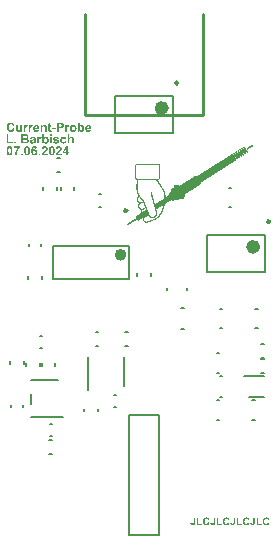
<source format=gto>
G04*
G04 #@! TF.GenerationSoftware,Altium Limited,Altium Designer,23.3.1 (30)*
G04*
G04 Layer_Color=16777215*
%FSLAX43Y43*%
%MOMM*%
G71*
G04*
G04 #@! TF.SameCoordinates,291B95C8-E4AE-492A-8979-900EF43719B7*
G04*
G04*
G04 #@! TF.FilePolarity,Positive*
G04*
G01*
G75*
%ADD10C,0.250*%
%ADD11C,0.600*%
%ADD12C,0.500*%
%ADD13C,0.150*%
%ADD14C,0.200*%
G36*
X21691Y33471D02*
X21700D01*
Y33461D01*
X21710D01*
Y33443D01*
X21719D01*
Y33433D01*
X21729D01*
X21729Y33414D01*
X21738D01*
Y33396D01*
X21747D01*
Y33386D01*
X21757D01*
X21757Y33358D01*
X21738D01*
Y33349D01*
X21719D01*
X21719Y33339D01*
X21710Y33339D01*
Y33330D01*
X21691D01*
Y33321D01*
X21682D01*
Y33311D01*
X21663Y33311D01*
Y33302D01*
X21644D01*
Y33293D01*
X21635D01*
Y33283D01*
X21616D01*
Y33274D01*
X21607D01*
Y33264D01*
X21588D01*
Y33255D01*
X21579D01*
Y33246D01*
X21560D01*
Y33236D01*
X21541D01*
Y33227D01*
X21532D01*
Y33217D01*
X21513Y33217D01*
Y33208D01*
X21503D01*
Y33199D01*
X21485D01*
Y33189D01*
X21466D01*
Y33180D01*
X21457D01*
Y33171D01*
X21438D01*
Y33161D01*
X21428D01*
Y33152D01*
X21410D01*
Y33142D01*
X21400D01*
Y33133D01*
X21382D01*
Y33124D01*
X21363D01*
Y33114D01*
X21353D01*
Y33105D01*
X21335D01*
X21335Y33096D01*
X21325D01*
Y33086D01*
X21306D01*
X21306Y33077D01*
X21288D01*
Y33067D01*
X21278D01*
Y33058D01*
X21260D01*
X21260Y33049D01*
X21250D01*
Y33039D01*
X21231D01*
Y33049D01*
X21222D01*
Y33067D01*
X21213D01*
X21213Y33077D01*
X21203D01*
Y33096D01*
X21194D01*
Y33105D01*
X21185D01*
Y33124D01*
X21175D01*
Y33133D01*
X21166D01*
Y33152D01*
X21156D01*
X21156Y33161D01*
X21166D01*
Y33171D01*
X21185D01*
Y33180D01*
X21203D01*
X21203Y33189D01*
X21213D01*
Y33199D01*
X21231D01*
X21231Y33208D01*
X21241D01*
Y33217D01*
X21260Y33217D01*
Y33227D01*
X21269D01*
Y33236D01*
X21288D01*
Y33246D01*
X21306Y33246D01*
Y33255D01*
X21316D01*
Y33264D01*
X21335D01*
Y33274D01*
X21344D01*
Y33283D01*
X21363D01*
X21363Y33293D01*
X21372D01*
Y33302D01*
X21391D01*
Y33311D01*
X21410D01*
Y33321D01*
X21419Y33321D01*
Y33330D01*
X21438D01*
Y33339D01*
X21447Y33339D01*
Y33349D01*
X21466D01*
Y33358D01*
X21485D01*
Y33368D01*
X21494D01*
Y33377D01*
X21513D01*
Y33386D01*
X21522D01*
X21522Y33396D01*
X21541D01*
Y33405D01*
X21550D01*
Y33414D01*
X21569Y33414D01*
Y33424D01*
X21588D01*
Y33433D01*
X21597D01*
Y33443D01*
X21616D01*
X21616Y33452D01*
X21625Y33452D01*
Y33461D01*
X21644D01*
Y33471D01*
X21663D01*
Y33480D01*
X21672D01*
Y33490D01*
X21691D01*
Y33471D01*
D02*
G37*
G36*
X20969Y33283D02*
X20988D01*
Y33274D01*
X21016D01*
Y33264D01*
X21034D01*
Y33246D01*
X21044Y33246D01*
Y33236D01*
X21053D01*
X21053Y33217D01*
X21063Y33217D01*
Y33208D01*
X21072D01*
Y33189D01*
X21081D01*
Y33171D01*
X21091Y33171D01*
Y33161D01*
X21100Y33161D01*
Y33142D01*
X21110Y33142D01*
Y33133D01*
X21119D01*
Y33114D01*
X21128D01*
Y33096D01*
X21138D01*
Y33086D01*
X21147D01*
Y33067D01*
X21156D01*
Y33058D01*
X21166Y33058D01*
Y33039D01*
X21175D01*
Y33030D01*
X21185D01*
Y33011D01*
X21194D01*
Y32992D01*
X21203D01*
Y32983D01*
X21213D01*
Y32964D01*
X21222Y32964D01*
Y32955D01*
X21231D01*
Y32936D01*
X21241Y32936D01*
Y32917D01*
X21250D01*
Y32908D01*
X21260Y32908D01*
Y32889D01*
X21269D01*
Y32861D01*
X21278D01*
Y32814D01*
X21269D01*
Y32786D01*
X21260D01*
X21260Y32767D01*
X21250D01*
Y32758D01*
X21241Y32758D01*
Y32748D01*
X21231Y32748D01*
Y32739D01*
X21213D01*
Y32730D01*
X21203Y32730D01*
Y32739D01*
X21194D01*
Y32777D01*
X21185D01*
Y32786D01*
X21175D01*
Y32805D01*
X21166D01*
Y32824D01*
X21156Y32824D01*
X21156Y32833D01*
X21138D01*
Y32852D01*
X21128Y32852D01*
Y32861D01*
X21110Y32861D01*
X21110Y32852D01*
X21091D01*
Y32842D01*
X21081D01*
Y32833D01*
X21072D01*
Y32824D01*
X21081D01*
Y32805D01*
X21091D01*
Y32795D01*
X21100D01*
Y32786D01*
Y32777D01*
X21110D01*
Y32758D01*
X21119D01*
Y32748D01*
X21128D01*
X21128Y32730D01*
X21138Y32730D01*
Y32720D01*
X21147D01*
Y32702D01*
X21156D01*
X21156Y32692D01*
X21138D01*
Y32683D01*
X21128D01*
Y32673D01*
X21110D01*
Y32664D01*
X21100D01*
Y32655D01*
X21081D01*
Y32645D01*
X21063D01*
Y32636D01*
X21053D01*
Y32627D01*
X21034Y32627D01*
Y32636D01*
X21025D01*
Y32655D01*
X21016Y32655D01*
Y32673D01*
X21006D01*
Y32683D01*
X20997D01*
Y32702D01*
X20988D01*
Y32711D01*
X20978D01*
Y32730D01*
X20969D01*
Y32748D01*
X20959D01*
Y32758D01*
X20950Y32758D01*
X20950Y32748D01*
X20931D01*
Y32739D01*
X20913D01*
Y32730D01*
X20903Y32730D01*
Y32720D01*
X20913D01*
Y32702D01*
X20922D01*
X20922Y32692D01*
X20931D01*
Y32673D01*
X20941D01*
Y32664D01*
X20950D01*
X20950Y32645D01*
X20959Y32645D01*
Y32627D01*
X20969D01*
Y32617D01*
X20978D01*
Y32598D01*
X20988D01*
Y32589D01*
X20978Y32589D01*
Y32580D01*
X20959D01*
Y32570D01*
X20950D01*
Y32561D01*
X20931D01*
X20931Y32551D01*
X20922Y32551D01*
X20922Y32542D01*
X20903D01*
Y32533D01*
X20884D01*
Y32523D01*
X20866D01*
Y32542D01*
X20856Y32542D01*
Y32551D01*
X20847Y32551D01*
Y32570D01*
X20837D01*
Y32580D01*
X20828D01*
Y32598D01*
X20819D01*
X20819Y32617D01*
X20809D01*
Y32627D01*
X20800Y32627D01*
Y32645D01*
X20791D01*
Y32655D01*
X20781Y32655D01*
Y32645D01*
X20772Y32645D01*
Y32636D01*
X20753D01*
Y32627D01*
X20734D01*
Y32617D01*
X20744D01*
Y32589D01*
X20753D01*
X20753Y32570D01*
X20762D01*
Y32551D01*
X20772D01*
Y32542D01*
X20781D01*
Y32523D01*
X20791Y32523D01*
Y32514D01*
X20800D01*
X20800Y32495D01*
X20819D01*
Y32476D01*
X20800Y32476D01*
Y32467D01*
X20781D01*
Y32458D01*
X20772D01*
X20772Y32448D01*
X20753Y32448D01*
Y32439D01*
X20744Y32439D01*
Y32430D01*
X20725D01*
Y32420D01*
X20697D01*
X20697Y32439D01*
X20687D01*
Y32448D01*
X20678D01*
Y32467D01*
X20669D01*
Y32486D01*
X20659D01*
Y32495D01*
X20650D01*
X20650Y32514D01*
X20640D01*
Y32523D01*
X20631Y32523D01*
Y32542D01*
X20603D01*
Y32533D01*
X20594D01*
Y32523D01*
X20575Y32523D01*
Y32514D01*
X20565D01*
X20565Y32495D01*
X20575D01*
Y32486D01*
X20584D01*
Y32467D01*
X20594D01*
X20594Y32458D01*
X20603D01*
Y32439D01*
X20612D01*
X20612Y32420D01*
X20622Y32420D01*
Y32411D01*
X20631D01*
Y32392D01*
X20640D01*
Y32364D01*
X20622D01*
Y32354D01*
X20603D01*
Y32345D01*
X20594D01*
Y32336D01*
X20575D01*
Y32326D01*
X20565D01*
Y32317D01*
X20547Y32317D01*
Y32308D01*
X20528D01*
Y32317D01*
X20519Y32317D01*
Y32336D01*
X20509D01*
X20509Y32345D01*
X20500Y32345D01*
Y32364D01*
X20490D01*
Y32373D01*
X20481D01*
Y32401D01*
X20472D01*
Y32420D01*
X20453Y32420D01*
Y32439D01*
X20444D01*
Y32430D01*
X20425D01*
Y32420D01*
X20415Y32420D01*
Y32411D01*
X20397D01*
Y32392D01*
X20406D01*
X20406Y32383D01*
X20415D01*
Y32364D01*
X20425D01*
Y32354D01*
X20434D01*
X20434Y32336D01*
X20443D01*
X20444Y32326D01*
X20453D01*
Y32308D01*
X20462D01*
Y32289D01*
X20472D01*
X20472Y32279D01*
X20481D01*
Y32270D01*
X20472D01*
Y32261D01*
X20462D01*
Y32251D01*
X20443D01*
X20444Y32242D01*
X20425D01*
Y32233D01*
X20415D01*
Y32223D01*
X20397D01*
Y32214D01*
X20387D01*
Y32204D01*
X20359D01*
Y32214D01*
X20350D01*
Y32233D01*
X20340D01*
X20340Y32242D01*
X20331Y32242D01*
Y32261D01*
X20322D01*
Y32279D01*
X20312D01*
Y32289D01*
X20303D01*
X20303Y32308D01*
X20293D01*
Y32317D01*
X20284Y32317D01*
Y32336D01*
X20275D01*
Y32354D01*
X20265D01*
Y32364D01*
X20256D01*
X20256Y32383D01*
X20247D01*
Y32392D01*
X20237D01*
Y32411D01*
X20228D01*
X20228Y32420D01*
X20218D01*
Y32439D01*
X20209D01*
X20209Y32458D01*
X20200D01*
Y32467D01*
X20190D01*
Y32486D01*
X20181D01*
Y32495D01*
X20171D01*
Y32514D01*
X20162D01*
Y32533D01*
X20153D01*
X20153Y32542D01*
X20143D01*
Y32561D01*
X20134D01*
X20134Y32570D01*
X20125D01*
Y32589D01*
X20115D01*
Y32598D01*
X20106D01*
X20106Y32617D01*
X20096D01*
Y32636D01*
X20087D01*
Y32645D01*
X20078D01*
Y32664D01*
X20068D01*
Y32673D01*
X20059D01*
X20059Y32692D01*
X20050D01*
Y32702D01*
X20040D01*
Y32720D01*
X20031D01*
X20031Y32739D01*
X20050D01*
Y32748D01*
X20059Y32748D01*
Y32758D01*
X20078Y32758D01*
Y32767D01*
X20087D01*
Y32777D01*
X20106D01*
Y32786D01*
X20115D01*
Y32795D01*
X20134D01*
X20134Y32805D01*
X20143D01*
Y32795D01*
X20153D01*
Y32786D01*
X20162D01*
X20162Y32767D01*
X20171D01*
Y32748D01*
X20181D01*
Y32739D01*
X20190D01*
Y32720D01*
X20200D01*
Y32711D01*
X20209D01*
X20209Y32692D01*
X20218D01*
Y32673D01*
X20237D01*
Y32683D01*
X20256D01*
Y32692D01*
X20265D01*
X20265Y32702D01*
X20275D01*
Y32720D01*
X20265D01*
X20265Y32730D01*
X20256Y32730D01*
Y32748D01*
X20247D01*
Y32767D01*
X20237D01*
Y32777D01*
X20228D01*
X20228Y32795D01*
X20218D01*
Y32805D01*
X20209D01*
Y32824D01*
X20200D01*
X20200Y32833D01*
X20209Y32833D01*
Y32852D01*
X20228D01*
X20228Y32861D01*
X20237Y32861D01*
X20237Y32870D01*
X20256D01*
Y32880D01*
X20265D01*
Y32889D01*
X20284D01*
Y32899D01*
X20293D01*
Y32908D01*
X20312Y32908D01*
Y32899D01*
X20322D01*
Y32880D01*
X20331D01*
X20331Y32870D01*
X20340D01*
Y32852D01*
X20350Y32852D01*
Y32842D01*
X20359D01*
Y32824D01*
X20368Y32824D01*
Y32814D01*
X20378D01*
Y32795D01*
X20387D01*
Y32777D01*
X20406D01*
Y32786D01*
X20415D01*
Y32795D01*
X20434D01*
X20434Y32805D01*
X20444D01*
Y32814D01*
X20453D01*
Y32824D01*
X20444D01*
Y32842D01*
X20434D01*
X20434Y32852D01*
X20425D01*
Y32870D01*
X20415D01*
X20415Y32880D01*
X20406D01*
Y32899D01*
X20397D01*
Y32908D01*
X20387D01*
X20387Y32927D01*
X20378D01*
Y32945D01*
X20368D01*
Y32955D01*
X20387D01*
Y32964D01*
X20397D01*
Y32974D01*
X20415D01*
Y32983D01*
X20434D01*
Y32992D01*
X20444D01*
Y33002D01*
X20462D01*
X20462Y33011D01*
X20490D01*
Y32983D01*
X20500D01*
Y32974D01*
X20509D01*
Y32955D01*
X20519Y32955D01*
Y32945D01*
X20528D01*
Y32927D01*
X20537D01*
X20537Y32908D01*
X20547Y32908D01*
Y32899D01*
X20556D01*
Y32889D01*
X20584D01*
Y32899D01*
X20594D01*
X20594Y32908D01*
X20612Y32908D01*
Y32917D01*
X20622D01*
X20622Y32927D01*
X20612D01*
Y32936D01*
X20603Y32936D01*
Y32955D01*
X20594D01*
X20594Y32974D01*
X20584D01*
Y32983D01*
X20575D01*
X20575Y33002D01*
X20565D01*
Y33011D01*
X20556Y33011D01*
Y33030D01*
X20547D01*
X20547Y33039D01*
X20537Y33039D01*
Y33058D01*
X20547Y33058D01*
Y33067D01*
X20565Y33067D01*
X20565Y33077D01*
X20575D01*
Y33086D01*
X20594D01*
Y33096D01*
X20612D01*
Y33105D01*
X20622D01*
X20622Y33114D01*
X20640Y33114D01*
Y33124D01*
X20659D01*
Y33105D01*
X20669D01*
Y33086D01*
X20678D01*
X20678Y33077D01*
X20687D01*
Y33058D01*
X20697D01*
X20697Y33049D01*
X20706D01*
Y33030D01*
X20716D01*
Y33011D01*
X20725Y33011D01*
X20725Y33002D01*
X20734D01*
Y32992D01*
X20744D01*
Y33002D01*
X20762D01*
Y33011D01*
X20772D01*
X20772Y33021D01*
X20781D01*
Y33039D01*
X20772D01*
X20772Y33058D01*
X20762D01*
Y33067D01*
X20753Y33067D01*
Y33086D01*
X20744D01*
X20744Y33105D01*
X20734D01*
Y33114D01*
X20725Y33114D01*
Y33133D01*
X20716D01*
X20716Y33142D01*
X20706D01*
Y33161D01*
X20716Y33161D01*
Y33171D01*
X20725Y33171D01*
X20725Y33180D01*
X20744D01*
Y33189D01*
X20753D01*
Y33199D01*
X20772D01*
Y33208D01*
X20791D01*
Y33217D01*
X20800Y33217D01*
Y33227D01*
X20819D01*
Y33217D01*
X20828Y33217D01*
Y33208D01*
X20837D01*
Y33189D01*
X20847D01*
X20847Y33180D01*
X20856D01*
Y33161D01*
X20866Y33161D01*
Y33142D01*
X20875D01*
Y33133D01*
X20884Y33133D01*
Y33114D01*
X20894D01*
Y33105D01*
X20903D01*
Y33096D01*
X20913D01*
Y33105D01*
X20922D01*
X20922Y33114D01*
X20941D01*
Y33124D01*
X20950D01*
X20950Y33161D01*
X20941D01*
Y33171D01*
X20931D01*
Y33189D01*
X20922D01*
Y33208D01*
X20913D01*
Y33217D01*
X20894D01*
Y33236D01*
X20884D01*
Y33246D01*
X20875Y33246D01*
Y33274D01*
X20894D01*
Y33283D01*
X20922D01*
X20922Y33293D01*
X20969D01*
Y33283D01*
D02*
G37*
G36*
X20003Y32702D02*
X20012D01*
Y32692D01*
X20021D01*
Y32673D01*
X20031D01*
Y32655D01*
X20040D01*
Y32645D01*
X20050D01*
X20050Y32627D01*
X20059Y32627D01*
Y32617D01*
X20068D01*
Y32598D01*
X20078D01*
Y32589D01*
X20087D01*
Y32570D01*
X20096D01*
Y32551D01*
X20106Y32551D01*
Y32542D01*
X20115D01*
Y32523D01*
X20125D01*
X20125Y32514D01*
X20134D01*
Y32495D01*
X20143D01*
Y32486D01*
X20153D01*
X20153Y32467D01*
X20162D01*
Y32448D01*
X20171Y32448D01*
Y32439D01*
X20181D01*
Y32420D01*
X20190D01*
Y32411D01*
X20200D01*
X20200Y32392D01*
X20209D01*
Y32373D01*
X20218Y32373D01*
Y32364D01*
X20228D01*
Y32345D01*
X20237Y32345D01*
X20237Y32336D01*
X20247D01*
Y32317D01*
X20256Y32317D01*
Y32308D01*
X20265D01*
X20265Y32289D01*
X20275D01*
Y32270D01*
X20284D01*
X20284Y32261D01*
X20293D01*
Y32242D01*
X20303D01*
Y32233D01*
X20312D01*
X20312Y32214D01*
X20322D01*
Y32195D01*
X20331D01*
Y32186D01*
X20340D01*
X20340Y32176D01*
X20322D01*
Y32167D01*
X20312D01*
Y32158D01*
X20293D01*
Y32148D01*
X20284D01*
X20284Y32139D01*
X20265Y32139D01*
X20265Y32129D01*
X20247D01*
Y32120D01*
X20237D01*
Y32111D01*
X20218D01*
Y32101D01*
X20209D01*
X20209Y32092D01*
X20190D01*
Y32082D01*
X20181D01*
Y32073D01*
X20162D01*
Y32064D01*
X20143Y32064D01*
Y32054D01*
X20134D01*
Y32045D01*
X20115D01*
Y32036D01*
X20106D01*
Y32026D01*
X20087D01*
Y32017D01*
X20068D01*
Y32007D01*
X20059D01*
Y31998D01*
X20040D01*
Y31989D01*
X20031D01*
Y31979D01*
X20012D01*
Y31970D01*
X20003D01*
X20003Y31961D01*
X19984D01*
Y31951D01*
X19965D01*
Y31942D01*
X19956Y31942D01*
Y31932D01*
X19937Y31932D01*
Y31923D01*
X19928D01*
Y31914D01*
X19909D01*
Y31904D01*
X19890D01*
X19890Y31895D01*
X19881D01*
Y31885D01*
X19862D01*
Y31876D01*
X19853D01*
X19853Y31867D01*
X19834D01*
Y31857D01*
X19824D01*
Y31848D01*
X19806D01*
Y31839D01*
X19787D01*
Y31829D01*
X19777D01*
Y31820D01*
X19759D01*
Y31810D01*
X19749D01*
Y31801D01*
X19731D01*
Y31792D01*
X19712D01*
Y31782D01*
X19702Y31782D01*
Y31773D01*
X19684D01*
Y31764D01*
X19674D01*
Y31754D01*
X19656D01*
Y31745D01*
X19646D01*
Y31735D01*
X19627D01*
Y31726D01*
X19609Y31726D01*
Y31717D01*
X19599D01*
Y31707D01*
X19580D01*
Y31698D01*
X19571D01*
Y31688D01*
X19552D01*
Y31679D01*
X19543Y31679D01*
Y31670D01*
X19524D01*
Y31660D01*
X19505Y31660D01*
Y31651D01*
X19496D01*
Y31642D01*
X19477D01*
Y31632D01*
X19468Y31632D01*
Y31623D01*
X19449D01*
Y31613D01*
X19430D01*
X19430Y31604D01*
X19421D01*
Y31595D01*
X19402D01*
X19402Y31585D01*
X19393D01*
Y31576D01*
X19374D01*
Y31567D01*
X19365D01*
Y31557D01*
X19346D01*
Y31548D01*
X19327Y31548D01*
Y31538D01*
X19318D01*
Y31529D01*
X19299D01*
Y31520D01*
X19290D01*
Y31510D01*
X19271D01*
X19271Y31501D01*
X19252D01*
Y31491D01*
X19243D01*
Y31482D01*
X19224D01*
Y31473D01*
X19215Y31473D01*
Y31463D01*
X19196D01*
Y31454D01*
X19187D01*
Y31445D01*
X19168Y31445D01*
Y31435D01*
X19149D01*
Y31426D01*
X19140Y31426D01*
Y31416D01*
X19121D01*
Y31407D01*
X19111D01*
Y31398D01*
X19093D01*
Y31388D01*
X19074D01*
Y31379D01*
X19065D01*
Y31370D01*
X19046Y31370D01*
Y31360D01*
X19036D01*
Y31351D01*
X19018Y31351D01*
Y31341D01*
X19008D01*
Y31332D01*
X18990D01*
Y31323D01*
X18971Y31323D01*
Y31313D01*
X18961D01*
Y31304D01*
X18943D01*
X18943Y31295D01*
X18933D01*
Y31285D01*
X18914D01*
Y31276D01*
X18905Y31276D01*
Y31266D01*
X18886D01*
Y31257D01*
X18868D01*
Y31248D01*
X18858Y31248D01*
Y31238D01*
X18839Y31238D01*
Y31229D01*
X18830D01*
Y31219D01*
X18811D01*
Y31210D01*
X18793D01*
Y31201D01*
X18783Y31201D01*
Y31191D01*
X18764D01*
Y31182D01*
X18755D01*
Y31173D01*
X18736Y31173D01*
Y31163D01*
X18727Y31163D01*
Y31154D01*
X18708D01*
Y31144D01*
X18689D01*
Y31135D01*
X18680Y31135D01*
Y31126D01*
X18661D01*
Y31116D01*
X18652D01*
Y31107D01*
X18633D01*
Y31098D01*
X18614D01*
X18614Y31088D01*
X18605Y31088D01*
Y31079D01*
X18586D01*
Y31069D01*
X18577D01*
Y31060D01*
X18558Y31060D01*
Y31051D01*
X18549D01*
Y31041D01*
X18530Y31041D01*
Y31032D01*
X18511D01*
X18511Y31022D01*
X18502D01*
Y31013D01*
X18483Y31013D01*
Y31004D01*
X18474D01*
Y30994D01*
X18455D01*
Y30985D01*
X18436Y30985D01*
Y30976D01*
X18427D01*
Y30966D01*
X18408Y30966D01*
X18408Y30957D01*
X18399D01*
Y30947D01*
X18380D01*
Y30938D01*
X18370Y30938D01*
Y30929D01*
X18352D01*
Y30919D01*
X18333D01*
Y30910D01*
X18324Y30910D01*
Y30901D01*
X18305D01*
Y30891D01*
X18295Y30891D01*
Y30882D01*
X18277D01*
Y30872D01*
X18267D01*
Y30863D01*
X18248Y30863D01*
Y30854D01*
X18230D01*
Y30844D01*
X18220D01*
Y30835D01*
X18202D01*
Y30825D01*
X18192Y30825D01*
Y30816D01*
X18173D01*
Y30807D01*
X18155D01*
Y30797D01*
X18145D01*
Y30788D01*
X18127D01*
X18127Y30779D01*
X18117Y30779D01*
Y30769D01*
X18098D01*
Y30760D01*
X18089D01*
Y30750D01*
X18070Y30750D01*
Y30741D01*
X18051D01*
Y30732D01*
X18042Y30732D01*
Y30722D01*
X18023D01*
X18023Y30713D01*
X18014D01*
Y30704D01*
X17995Y30704D01*
Y30694D01*
X17976D01*
X17976Y30685D01*
X17967D01*
Y30675D01*
X17948D01*
Y30666D01*
X17939D01*
Y30657D01*
X17920D01*
X17920Y30647D01*
X17911D01*
Y30638D01*
X17892D01*
Y30628D01*
X17873D01*
X17873Y30619D01*
X17864D01*
Y30610D01*
X17845D01*
Y30600D01*
X17836D01*
Y30591D01*
X17817D01*
Y30582D01*
X17798D01*
Y30572D01*
X17789D01*
Y30563D01*
X17770D01*
Y30553D01*
X17761D01*
Y30544D01*
X17742D01*
X17742Y30535D01*
X17733D01*
Y30525D01*
X17714D01*
Y30516D01*
X17695D01*
Y30507D01*
X17686D01*
Y30497D01*
X17667Y30497D01*
Y30488D01*
X17657D01*
Y30478D01*
X17639D01*
Y30469D01*
X17629Y30469D01*
Y30460D01*
X17611D01*
Y30450D01*
X17592D01*
Y30441D01*
X17582D01*
Y30431D01*
X17564D01*
Y30422D01*
X17554Y30422D01*
Y30413D01*
X17536D01*
Y30403D01*
X17517D01*
Y30394D01*
X17507D01*
Y30385D01*
X17489D01*
Y30375D01*
X17479D01*
Y30366D01*
X17461D01*
Y30356D01*
X17451D01*
Y30347D01*
X17432Y30347D01*
Y30338D01*
X17414D01*
Y30328D01*
X17404D01*
Y30319D01*
X17385D01*
X17385Y30310D01*
X17376D01*
Y30300D01*
X17357D01*
Y30291D01*
X17339Y30291D01*
Y30281D01*
X17329D01*
Y30272D01*
X17310Y30272D01*
Y30263D01*
X17301D01*
Y30225D01*
X17292D01*
Y30188D01*
X17282Y30188D01*
X17282Y30141D01*
X17273D01*
Y30113D01*
X17264D01*
X17264Y30103D01*
X17254D01*
Y30094D01*
X17245D01*
Y30084D01*
X17226Y30084D01*
Y30075D01*
X17217D01*
Y30066D01*
X17198D01*
Y30056D01*
X17179D01*
Y30047D01*
X17170D01*
Y30038D01*
X17151Y30038D01*
Y30028D01*
X17142D01*
Y30019D01*
X17123D01*
Y30009D01*
X17104D01*
Y30000D01*
X17095D01*
Y29991D01*
X17076D01*
Y29981D01*
X17067D01*
Y29972D01*
X17048D01*
Y29962D01*
X17038Y29962D01*
Y29953D01*
X17020D01*
Y29944D01*
X17001D01*
Y29934D01*
X16991D01*
Y29925D01*
X16973D01*
X16973Y29916D01*
X16963D01*
Y29906D01*
X16945D01*
X16945Y29897D01*
X16935D01*
Y29887D01*
X16916D01*
Y29878D01*
X16898D01*
Y29869D01*
X16888D01*
Y29859D01*
X16870D01*
X16870Y29850D01*
X16860D01*
Y29841D01*
X16841D01*
Y29831D01*
X16823Y29831D01*
Y29822D01*
X16813D01*
X16813Y29812D01*
X16795D01*
Y29803D01*
X16785D01*
Y29794D01*
X16766D01*
Y29784D01*
X16757Y29784D01*
Y29775D01*
X16738Y29775D01*
Y29765D01*
X16719D01*
X16719Y29756D01*
X16710D01*
Y29747D01*
X16691Y29747D01*
Y29737D01*
X16682D01*
Y29728D01*
X16663Y29728D01*
Y29719D01*
X16644D01*
X16644Y29709D01*
X16635D01*
Y29700D01*
X16616D01*
X16616Y29690D01*
X16607D01*
Y29681D01*
X16588Y29681D01*
Y29672D01*
X16579D01*
Y29662D01*
X16560D01*
Y29653D01*
X16541Y29653D01*
X16541Y29644D01*
X16532D01*
Y29634D01*
X16513D01*
Y29625D01*
X16504Y29625D01*
Y29615D01*
X16485D01*
X16485Y29606D01*
X16466D01*
Y29597D01*
X16457D01*
X16457Y29587D01*
X16438D01*
Y29578D01*
X16429Y29578D01*
Y29569D01*
X16410D01*
X16410Y29559D01*
X16401D01*
Y29550D01*
X16382Y29550D01*
X16382Y29540D01*
X16363D01*
Y29531D01*
X16354D01*
Y29522D01*
X16335D01*
Y29512D01*
X16325D01*
X16325Y29503D01*
X16307D01*
Y29493D01*
X16297D01*
Y29484D01*
X16279Y29484D01*
Y29475D01*
X16260Y29475D01*
Y29465D01*
X16250D01*
X16250Y29456D01*
X16232D01*
Y29447D01*
X16222Y29447D01*
X16222Y29437D01*
X16204D01*
Y29428D01*
X16185D01*
Y29418D01*
X16175D01*
Y29409D01*
X16157D01*
X16157Y29400D01*
X16147D01*
Y29390D01*
X16128D01*
X16128Y29381D01*
X16119D01*
Y29372D01*
X16100D01*
Y29362D01*
X16082Y29362D01*
Y29353D01*
X16072D01*
Y29343D01*
X16053Y29343D01*
X16053Y29334D01*
X16044D01*
Y29325D01*
X16025D01*
Y29315D01*
X16007D01*
Y29306D01*
X15997D01*
Y29296D01*
X15978D01*
Y29287D01*
X15969D01*
X15969Y29278D01*
X15960D01*
Y29250D01*
X15950D01*
X15950Y29203D01*
X15941D01*
Y29165D01*
X15932D01*
Y29128D01*
X15922D01*
Y29081D01*
X15913D01*
Y29043D01*
X15903D01*
Y28996D01*
X15894D01*
Y28959D01*
X15885D01*
Y28940D01*
X15875D01*
Y28931D01*
X15856D01*
Y28921D01*
X15847D01*
X15847Y28912D01*
X15828D01*
Y28902D01*
X15819D01*
X15819Y28893D01*
X15800D01*
Y28884D01*
X15781Y28884D01*
Y28874D01*
X15772D01*
Y28865D01*
X15753D01*
Y28856D01*
X15706Y28856D01*
Y28865D01*
X15659Y28865D01*
Y28874D01*
X15622D01*
Y28884D01*
X15556D01*
Y28874D01*
X15538D01*
Y28865D01*
X15528Y28865D01*
Y28856D01*
X15509Y28856D01*
Y28846D01*
X15500D01*
Y28837D01*
X15481D01*
Y28827D01*
X15472D01*
Y28818D01*
X15453D01*
X15453Y28809D01*
X15434D01*
Y28799D01*
X15425D01*
Y28790D01*
X15406Y28790D01*
Y28781D01*
X15378D01*
Y28790D01*
X15331D01*
X15331Y28799D01*
X15284D01*
Y28809D01*
X15247D01*
X15247Y28818D01*
X15209D01*
Y28827D01*
X15172D01*
Y28818D01*
X15153D01*
X15153Y28809D01*
X15144D01*
Y28799D01*
X15125D01*
X15125Y28790D01*
X15106D01*
Y28781D01*
X15097D01*
Y28771D01*
X15078D01*
X15078Y28762D01*
X15068D01*
Y28752D01*
X15050D01*
X15050Y28743D01*
X15040D01*
Y28734D01*
X15022D01*
Y28724D01*
X15003D01*
Y28715D01*
X14975D01*
X14975Y28724D01*
X14947D01*
Y28734D01*
X14918D01*
Y28743D01*
X14881D01*
X14881Y28752D01*
X14834Y28752D01*
Y28762D01*
X14787Y28762D01*
Y28771D01*
X14768D01*
Y28762D01*
X14750D01*
Y28752D01*
X14731D01*
Y28743D01*
X14721Y28743D01*
Y28734D01*
X14703D01*
Y28724D01*
X14693D01*
Y28715D01*
X14675D01*
X14675Y28705D01*
X14665D01*
Y28696D01*
X14646D01*
Y28687D01*
X14628D01*
Y28677D01*
X14618Y28677D01*
Y28668D01*
X14599D01*
Y28659D01*
X14590D01*
Y28649D01*
X14571D01*
X14571Y28640D01*
X14553D01*
Y28630D01*
X14543D01*
Y28621D01*
X14524D01*
Y28612D01*
X14515D01*
Y28602D01*
X14496Y28602D01*
Y28593D01*
X14487D01*
X14487Y28584D01*
X14468D01*
Y28574D01*
X14449Y28574D01*
Y28565D01*
X14440D01*
Y28555D01*
X14421Y28555D01*
Y28546D01*
X14412Y28546D01*
Y28537D01*
X14393D01*
Y28527D01*
X14374D01*
Y28518D01*
X14365D01*
Y28509D01*
X14346D01*
Y28499D01*
X14337D01*
Y28490D01*
X14318D01*
Y28480D01*
X14309Y28480D01*
Y28471D01*
X14290D01*
Y28462D01*
X14271D01*
Y28452D01*
X14262Y28452D01*
Y28443D01*
X14243Y28443D01*
Y28377D01*
X14234D01*
Y28330D01*
X14224D01*
Y28293D01*
X14215Y28293D01*
Y28246D01*
X14205D01*
Y28236D01*
X14215D01*
X14215Y28227D01*
X14205D01*
Y28208D01*
X14196D01*
Y28199D01*
X14187D01*
X14187Y28161D01*
X14177D01*
X14177Y28133D01*
X14168D01*
Y28096D01*
X14159D01*
Y28068D01*
X14149D01*
X14149Y28039D01*
X14140D01*
Y28011D01*
X14130D01*
Y27983D01*
X14121D01*
Y27955D01*
X14112Y27955D01*
Y27927D01*
X14102D01*
X14102Y27908D01*
X14093D01*
Y27880D01*
X14084D01*
Y27861D01*
X14074Y27861D01*
Y27833D01*
X14065D01*
Y27814D01*
X14055D01*
Y27796D01*
X14046D01*
Y27777D01*
X14037D01*
Y27758D01*
X14027D01*
Y27739D01*
X14018D01*
Y27721D01*
X14009D01*
Y27702D01*
X13999Y27702D01*
X13999Y27683D01*
X13990D01*
Y27664D01*
X13980D01*
Y27646D01*
X13971Y27646D01*
Y27627D01*
X13962D01*
Y27617D01*
X13952D01*
Y27599D01*
X13943Y27599D01*
Y27580D01*
X13933D01*
Y27570D01*
X13924Y27570D01*
Y27552D01*
X13915D01*
Y27533D01*
X13905D01*
Y27524D01*
X13896D01*
Y27505D01*
X13887D01*
Y27495D01*
X13877D01*
Y27477D01*
X13868Y27477D01*
X13868Y27467D01*
X13858D01*
Y27458D01*
X13849D01*
Y27449D01*
X13840Y27449D01*
Y27430D01*
X13830D01*
Y27420D01*
X13821D01*
Y27411D01*
X13812D01*
Y27392D01*
X13802D01*
Y27383D01*
X13793D01*
X13793Y27364D01*
X13774D01*
Y27355D01*
X13765D01*
Y27345D01*
X13755D01*
Y27327D01*
X13746D01*
Y27317D01*
X13736Y27317D01*
Y27308D01*
X13727D01*
Y27298D01*
X13708Y27298D01*
Y27289D01*
X13699D01*
Y27280D01*
X13690D01*
Y27270D01*
X13680D01*
Y27261D01*
X13671D01*
Y27252D01*
X13661D01*
Y27242D01*
X13652D01*
Y27233D01*
X13633D01*
Y27223D01*
X13624Y27223D01*
Y27214D01*
X13615D01*
Y27205D01*
X13596D01*
Y27195D01*
X13586Y27195D01*
X13586Y27186D01*
X13568D01*
Y27176D01*
X13558D01*
Y27167D01*
X13539D01*
X13539Y27158D01*
X13530Y27158D01*
Y27148D01*
X13502D01*
Y27139D01*
X13493D01*
X13493Y27130D01*
X13464D01*
Y27120D01*
X13446D01*
Y27111D01*
X13418Y27111D01*
Y27101D01*
X13399D01*
Y27092D01*
X13380D01*
X13380Y27083D01*
X13352D01*
Y27073D01*
X13324D01*
Y27064D01*
X13305Y27064D01*
X13305Y27055D01*
X13277D01*
X13277Y27045D01*
X13249D01*
Y27036D01*
X13230Y27036D01*
Y27026D01*
X13211D01*
X13211Y27017D01*
X13183Y27017D01*
X13183Y27008D01*
X13155D01*
Y26998D01*
X13136D01*
Y26989D01*
X13108D01*
Y26979D01*
X13089Y26979D01*
Y26970D01*
X13061D01*
Y26961D01*
X13033D01*
Y26951D01*
X13014D01*
Y26942D01*
X12995D01*
Y26933D01*
X12967D01*
X12967Y26923D01*
X12939D01*
Y26914D01*
X12920D01*
Y26904D01*
X12902D01*
Y26895D01*
X12873D01*
X12873Y26886D01*
X12845D01*
X12845Y26876D01*
X12827D01*
Y26867D01*
X12798D01*
Y26858D01*
X12780D01*
Y26848D01*
X12733D01*
Y26839D01*
X12658D01*
X12658Y26848D01*
X12611D01*
Y26858D01*
X12592D01*
Y26867D01*
X12564D01*
X12564Y26876D01*
X12545D01*
Y26886D01*
X12536D01*
Y26895D01*
X12517D01*
Y26904D01*
X12508D01*
Y26914D01*
X12489D01*
Y26923D01*
X12479D01*
Y26933D01*
X12470Y26933D01*
Y26942D01*
X12461D01*
X12461Y26951D01*
X12451D01*
Y26970D01*
X12442D01*
Y26979D01*
X12433D01*
X12433Y26989D01*
X12423Y26989D01*
Y27008D01*
X12414D01*
Y27026D01*
X12404D01*
Y27045D01*
X12395D01*
Y27073D01*
X12386D01*
Y27158D01*
X12395D01*
Y27214D01*
X12404D01*
Y27242D01*
X12414D01*
Y27261D01*
X12423Y27261D01*
Y27280D01*
X12404D01*
Y27270D01*
X12395D01*
Y27261D01*
X12376D01*
Y27252D01*
X12358D01*
Y27242D01*
X12348Y27242D01*
Y27233D01*
X12329D01*
Y27223D01*
X12320D01*
Y27214D01*
X12301Y27214D01*
Y27205D01*
X12283D01*
Y27195D01*
X12273D01*
X12273Y27186D01*
X12254D01*
X12254Y27176D01*
X12245D01*
Y27167D01*
X12226Y27167D01*
Y27158D01*
X12217D01*
Y27148D01*
X12198D01*
Y27139D01*
X12179Y27139D01*
Y27130D01*
X12170D01*
Y27120D01*
X12151D01*
Y27111D01*
X12142Y27111D01*
Y27101D01*
X12123D01*
Y27092D01*
X12114Y27092D01*
Y27083D01*
X12095D01*
Y27073D01*
X12076D01*
Y27064D01*
X12067Y27064D01*
X12067Y27055D01*
X12048D01*
Y27045D01*
X12039D01*
Y27036D01*
X12020D01*
Y27026D01*
X11992D01*
Y27036D01*
X11982D01*
Y27055D01*
X11973D01*
X11973Y27064D01*
X11964Y27064D01*
Y27083D01*
X11954D01*
Y27101D01*
X11945D01*
X11945Y27111D01*
X11935D01*
Y27130D01*
X11926Y27130D01*
Y27139D01*
X11898D01*
X11898Y27130D01*
X11889D01*
Y27120D01*
X11870D01*
X11870Y27111D01*
X11860Y27111D01*
Y27101D01*
X11842D01*
X11842Y27092D01*
X11832D01*
Y27083D01*
X11813Y27083D01*
Y27073D01*
X11795D01*
X11795Y27064D01*
X11785D01*
Y27055D01*
X11767D01*
X11767Y27045D01*
X11757D01*
Y27036D01*
X11738Y27036D01*
X11738Y27026D01*
X11729D01*
Y27017D01*
X11710D01*
Y27008D01*
X11692D01*
Y26998D01*
X11682D01*
Y26989D01*
X11663D01*
X11663Y26979D01*
X11654D01*
Y26970D01*
X11635D01*
Y26961D01*
X11616D01*
Y26951D01*
X11607D01*
Y26942D01*
X11588D01*
Y26933D01*
X11579D01*
X11579Y26923D01*
X11560D01*
Y26914D01*
X11551Y26914D01*
Y26904D01*
X11532D01*
Y26895D01*
X11513D01*
Y26886D01*
X11504D01*
Y26876D01*
X11485D01*
X11485Y26867D01*
X11476D01*
Y26858D01*
X11457D01*
X11457Y26848D01*
X11438D01*
Y26839D01*
X11429D01*
Y26829D01*
X11410Y26829D01*
Y26820D01*
X11401D01*
Y26811D01*
X11382D01*
Y26801D01*
X11373D01*
Y26792D01*
X11354D01*
X11354Y26782D01*
X11335D01*
Y26773D01*
X11326D01*
Y26764D01*
X11316D01*
Y26773D01*
X11307Y26773D01*
Y26764D01*
X11288D01*
Y26754D01*
X11279Y26754D01*
Y26745D01*
X11260D01*
Y26736D01*
X11251D01*
Y26726D01*
X11241D01*
Y26736D01*
X11232D01*
Y26726D01*
X11213D01*
Y26717D01*
X11204D01*
Y26707D01*
X11166Y26707D01*
Y26698D01*
X11157D01*
Y26689D01*
X11119D01*
Y26679D01*
X11091D01*
Y26670D01*
X11054D01*
Y26661D01*
X11044D01*
Y26670D01*
X11035Y26670D01*
Y26679D01*
X11044D01*
Y26698D01*
X11054D01*
Y26707D01*
X11063D01*
Y26726D01*
X11082D01*
Y26736D01*
X11091D01*
Y26754D01*
X11110D01*
Y26764D01*
X11119D01*
Y26782D01*
X11138D01*
Y26792D01*
X11147D01*
X11147Y26811D01*
X11166D01*
Y26820D01*
X11176D01*
Y26829D01*
X11194Y26829D01*
Y26839D01*
X11204D01*
X11204Y26858D01*
X11223D01*
Y26867D01*
X11232D01*
Y26876D01*
X11251D01*
X11251Y26886D01*
X11260D01*
Y26895D01*
X11279D01*
Y26904D01*
X11288Y26904D01*
X11288Y26923D01*
X11307D01*
Y26933D01*
X11316Y26933D01*
Y26942D01*
X11335D01*
Y26951D01*
X11344Y26951D01*
Y26961D01*
X11363D01*
Y26970D01*
X11382D01*
X11382Y26979D01*
X11391D01*
Y26989D01*
X11410Y26989D01*
Y26998D01*
X11420D01*
Y27008D01*
X11438D01*
Y27017D01*
X11457D01*
Y27026D01*
X11466D01*
Y27036D01*
X11485D01*
Y27045D01*
X11495D01*
Y27055D01*
X11513D01*
Y27064D01*
X11523Y27064D01*
Y27073D01*
X11541D01*
Y27083D01*
X11560D01*
X11560Y27092D01*
X11570D01*
Y27101D01*
X11588D01*
Y27111D01*
X11598Y27111D01*
Y27120D01*
X11616D01*
Y27130D01*
X11635D01*
Y27139D01*
X11645D01*
Y27148D01*
X11663D01*
X11663Y27158D01*
X11673D01*
Y27167D01*
X11692D01*
X11692Y27176D01*
X11701D01*
Y27186D01*
X11720Y27186D01*
Y27195D01*
X11738D01*
X11738Y27205D01*
X11748D01*
Y27214D01*
X11767D01*
X11767Y27223D01*
X11776D01*
Y27233D01*
X11795D01*
X11795Y27242D01*
X11813D01*
Y27252D01*
X11823D01*
Y27261D01*
X11842D01*
Y27280D01*
X11832D01*
Y27289D01*
X11823Y27289D01*
Y27308D01*
X11813D01*
Y27317D01*
X11804Y27317D01*
Y27336D01*
X11795D01*
X11795Y27345D01*
X11785D01*
Y27364D01*
X11776D01*
Y27383D01*
X11767D01*
Y27392D01*
X11785D01*
Y27402D01*
X11795D01*
Y27411D01*
X11813D01*
Y27420D01*
X11823D01*
Y27430D01*
X11842D01*
Y27439D01*
X11860D01*
X11860Y27449D01*
X11870Y27449D01*
Y27458D01*
X11889D01*
Y27467D01*
X11898D01*
X11898Y27477D01*
X11917D01*
Y27486D01*
X11935D01*
Y27495D01*
X11945D01*
X11945Y27505D01*
X11964D01*
X11964Y27514D01*
X11973D01*
Y27524D01*
X11992D01*
Y27533D01*
X12001D01*
X12001Y27542D01*
X12020D01*
Y27552D01*
X12039Y27552D01*
Y27561D01*
X12048D01*
X12048Y27570D01*
X12067D01*
Y27580D01*
X12076Y27580D01*
Y27589D01*
X12095D01*
Y27599D01*
X12114Y27599D01*
Y27608D01*
X12123D01*
Y27617D01*
X12142D01*
Y27627D01*
X12151D01*
Y27636D01*
X12170D01*
Y27646D01*
X12179D01*
X12179Y27655D01*
X12198D01*
Y27692D01*
X12189D01*
Y27702D01*
X12198D01*
Y27721D01*
X12189D01*
Y27833D01*
X12198D01*
Y27861D01*
X12207D01*
Y27880D01*
X12236D01*
Y27889D01*
X12245D01*
Y27946D01*
X12236D01*
Y27955D01*
X12217D01*
Y27964D01*
X12198Y27964D01*
Y27974D01*
X12179D01*
Y27983D01*
X12151D01*
X12151Y27993D01*
X12123D01*
Y28002D01*
X12104D01*
Y28011D01*
X12086D01*
Y28021D01*
X12076D01*
Y28030D01*
X12057D01*
Y28039D01*
X12048D01*
Y28058D01*
X12039Y28058D01*
Y28068D01*
X12029D01*
Y28086D01*
X12020D01*
Y28096D01*
X12010D01*
Y28105D01*
X12001D01*
X12001Y28124D01*
X11992D01*
Y28143D01*
X11982D01*
Y28161D01*
X11973D01*
Y28190D01*
X11964Y28190D01*
Y28246D01*
X11954D01*
Y28321D01*
X11964D01*
Y28377D01*
X11973D01*
Y28405D01*
X11982D01*
Y28424D01*
X11992D01*
Y28443D01*
X12001D01*
X12001Y28462D01*
X12010D01*
Y28471D01*
X12020Y28471D01*
Y28480D01*
X12029D01*
Y28499D01*
X12039Y28499D01*
Y28509D01*
X12048D01*
X12048Y28518D01*
X12057D01*
Y28527D01*
X12048D01*
X12048Y28537D01*
X12039D01*
Y28546D01*
X12020Y28546D01*
Y28555D01*
X12001D01*
Y28565D01*
X11992D01*
Y28574D01*
X11982D01*
Y28584D01*
X11973D01*
X11973Y28593D01*
X11964D01*
Y28602D01*
X11954Y28602D01*
Y28612D01*
X11945D01*
X11945Y28630D01*
X11935D01*
Y28640D01*
X11926D01*
Y28649D01*
X11917D01*
Y28668D01*
X11907D01*
Y28687D01*
X11898Y28687D01*
Y28705D01*
X11889D01*
Y28734D01*
X11879D01*
Y28790D01*
X11870D01*
Y28874D01*
X11879D01*
Y28921D01*
X11889D01*
Y28940D01*
X11898D01*
X11898Y28968D01*
X11907D01*
Y28987D01*
X11917Y28987D01*
Y28996D01*
X11926D01*
Y29015D01*
X11935D01*
Y29024D01*
X11945D01*
X11945Y29034D01*
X11954D01*
Y29043D01*
X11964D01*
Y29062D01*
X11973Y29062D01*
Y29071D01*
X11992D01*
Y29081D01*
X12001D01*
Y29090D01*
X12010Y29090D01*
Y29099D01*
X12029D01*
Y29109D01*
X12039D01*
Y29118D01*
X12029D01*
Y29137D01*
X12020D01*
Y29156D01*
X12010D01*
Y29165D01*
X12001Y29165D01*
Y29184D01*
X11992D01*
Y29203D01*
X11982D01*
Y29221D01*
X11973D01*
Y29240D01*
X11964Y29240D01*
Y29259D01*
X11954D01*
Y29287D01*
X11945D01*
Y29306D01*
X11935D01*
X11935Y29334D01*
X11926Y29334D01*
Y29362D01*
X11917D01*
Y29381D01*
X11907D01*
Y29409D01*
X11898D01*
X11898Y29447D01*
X11889D01*
Y29484D01*
X11879D01*
Y29512D01*
X11870D01*
X11870Y29559D01*
X11860D01*
Y29606D01*
X11851D01*
Y29662D01*
X11842D01*
Y29756D01*
X11832Y29756D01*
Y30084D01*
X11842Y30084D01*
Y30178D01*
X11851D01*
Y30235D01*
X11860D01*
X11860Y30291D01*
X11870Y30291D01*
X11870Y30338D01*
X11879D01*
Y30375D01*
X11889D01*
Y30413D01*
X11898D01*
X11898Y30450D01*
X11907Y30450D01*
Y30488D01*
X11842D01*
Y30497D01*
X11813D01*
Y30507D01*
X11795D01*
X11795Y30516D01*
X11776D01*
Y30525D01*
X11767Y30525D01*
Y30535D01*
X11757D01*
Y30544D01*
X11748Y30544D01*
Y30553D01*
X11738D01*
X11738Y30563D01*
X11729D01*
Y30572D01*
X11720Y30572D01*
Y30591D01*
X11710D01*
Y30619D01*
X11701D01*
Y31698D01*
X11710D01*
Y31726D01*
X11720D01*
Y31745D01*
X11729D01*
Y31754D01*
X11738Y31754D01*
Y31773D01*
X11748D01*
Y31782D01*
X11767D01*
X11767Y31792D01*
X11776D01*
Y31801D01*
X11795D01*
Y31810D01*
X11813D01*
Y31820D01*
X11851D01*
Y31829D01*
X13718D01*
Y31820D01*
X13746D01*
X13746Y31810D01*
X13774D01*
Y31801D01*
X13783D01*
Y31792D01*
X13802D01*
X13802Y31782D01*
X13812D01*
Y31773D01*
X13821D01*
Y31754D01*
X13830D01*
Y31745D01*
X13840D01*
Y31726D01*
X13849Y31726D01*
Y31698D01*
X13858D01*
Y30610D01*
X13849D01*
Y30591D01*
X13840D01*
X13840Y30582D01*
X13830Y30582D01*
Y30563D01*
X13821D01*
Y30544D01*
X13802D01*
Y30525D01*
X13783Y30525D01*
Y30516D01*
X13765D01*
X13765Y30507D01*
X13746D01*
Y30497D01*
X13708Y30497D01*
Y30488D01*
X13633D01*
Y30469D01*
X13643Y30469D01*
X13643Y30450D01*
X13652D01*
Y30441D01*
X13661D01*
X13661Y30431D01*
X13671D01*
Y30413D01*
X13680D01*
Y30403D01*
X13690D01*
Y30394D01*
X13699Y30394D01*
Y30375D01*
X13708D01*
Y30366D01*
X13718D01*
Y30347D01*
X13727D01*
Y30338D01*
X13736Y30338D01*
X13736Y30328D01*
X13746D01*
Y30310D01*
X13755D01*
Y30300D01*
X13765D01*
Y30281D01*
X13774D01*
Y30263D01*
X13783Y30263D01*
Y30253D01*
X13793D01*
X13793Y30244D01*
X13802D01*
Y30225D01*
X13812D01*
Y30216D01*
X13821D01*
Y30197D01*
X13830D01*
Y30188D01*
X13840D01*
Y30169D01*
X13849Y30169D01*
X13849Y30159D01*
X13858D01*
Y30141D01*
X13868Y30141D01*
Y30131D01*
X13877D01*
X13877Y30113D01*
X13887D01*
Y30103D01*
X13896D01*
X13896Y30084D01*
X13905D01*
Y30075D01*
X13915D01*
Y30056D01*
X13924D01*
Y30038D01*
X13933Y30038D01*
Y30028D01*
X13943D01*
Y30019D01*
X13952D01*
X13952Y30000D01*
X13962D01*
Y29981D01*
X13971D01*
X13971Y29972D01*
X13980D01*
Y29953D01*
X13990D01*
Y29934D01*
X13999D01*
X13999Y29925D01*
X14009D01*
Y29906D01*
X14018D01*
Y29887D01*
X14027D01*
Y29878D01*
X14037D01*
Y29859D01*
X14046D01*
Y29841D01*
X14055D01*
Y29831D01*
X14065Y29831D01*
Y29812D01*
X14074D01*
X14074Y29794D01*
X14084D01*
Y29775D01*
X14093Y29775D01*
Y29765D01*
X14102D01*
Y29747D01*
X14112Y29747D01*
Y29728D01*
X14121D01*
Y29709D01*
X14130D01*
Y29700D01*
X14140D01*
Y29672D01*
X14149D01*
Y29662D01*
X14159D01*
X14159Y29644D01*
X14168D01*
Y29625D01*
X14177Y29625D01*
Y29606D01*
X14187D01*
Y29578D01*
X14196Y29578D01*
Y29559D01*
X14205D01*
Y29540D01*
X14215D01*
Y29522D01*
X14224D01*
Y29503D01*
X14234D01*
Y29465D01*
X14243D01*
Y29447D01*
X14252D01*
Y29418D01*
X14262D01*
Y29372D01*
X14271D01*
Y29334D01*
X14281D01*
Y29278D01*
X14290Y29278D01*
Y29250D01*
X14299D01*
Y29175D01*
X14309D01*
Y29165D01*
X14299D01*
Y29156D01*
X14309D01*
Y28996D01*
X14318D01*
Y29006D01*
X14337D01*
Y29015D01*
X14346D01*
Y29024D01*
X14365D01*
X14365Y29034D01*
X14374D01*
Y29043D01*
X14393D01*
Y29053D01*
X14412Y29053D01*
Y29062D01*
X14421D01*
Y29071D01*
X14440D01*
Y29081D01*
X14449D01*
Y29090D01*
X14468D01*
X14468Y29099D01*
X14487D01*
Y29109D01*
X14496D01*
Y29118D01*
X14515D01*
Y29128D01*
X14524Y29128D01*
Y29137D01*
X14534D01*
Y29175D01*
X14543D01*
Y29212D01*
X14553D01*
Y29250D01*
X14562D01*
Y29287D01*
X14571D01*
Y29343D01*
X14581Y29343D01*
Y29381D01*
X14590D01*
Y29390D01*
X14609D01*
Y29400D01*
X14628D01*
X14628Y29409D01*
X14637D01*
Y29418D01*
X14656D01*
Y29428D01*
X14665D01*
X14665Y29437D01*
X14684D01*
Y29447D01*
X14703Y29447D01*
Y29456D01*
X14712D01*
Y29465D01*
X14731D01*
Y29475D01*
X14740Y29475D01*
Y29484D01*
X14759D01*
Y29503D01*
X14768D01*
X14768Y29540D01*
X14778D01*
Y29559D01*
X14787D01*
Y29569D01*
X14778D01*
X14778Y29587D01*
X14787D01*
Y29606D01*
X14796D01*
Y29634D01*
X14806D01*
Y29709D01*
X14815D01*
Y29719D01*
X14834D01*
Y29728D01*
X14843Y29728D01*
Y29737D01*
X14862D01*
Y29747D01*
X14872D01*
X14872Y29756D01*
X14890D01*
Y29765D01*
X14900D01*
Y29775D01*
X14918D01*
Y29784D01*
X14937Y29784D01*
Y29794D01*
X14947D01*
X14947Y29803D01*
X14965D01*
Y29812D01*
X14975D01*
Y29822D01*
X14984D01*
X14984Y29841D01*
X14993D01*
Y29887D01*
X15003D01*
Y29925D01*
X15012D01*
Y29962D01*
X15022Y29962D01*
Y29991D01*
X15031D01*
Y30000D01*
X15050D01*
Y30009D01*
X15059D01*
Y30019D01*
X15078D01*
X15078Y30028D01*
X15087D01*
Y30038D01*
X15106Y30038D01*
Y30047D01*
X15125D01*
X15125Y30056D01*
X15134D01*
Y30066D01*
X15153D01*
Y30075D01*
X15162D01*
Y30084D01*
X15172D01*
Y30075D01*
X15209D01*
Y30066D01*
X15256D01*
X15256Y30056D01*
X15294D01*
Y30047D01*
X15341D01*
Y30038D01*
X15378D01*
Y30028D01*
X15416D01*
Y30019D01*
X15462D01*
Y30009D01*
X15500D01*
Y30000D01*
X15519D01*
Y30009D01*
X15538D01*
Y30019D01*
X15547D01*
Y30028D01*
X15566D01*
X15566Y30038D01*
X15584D01*
Y30047D01*
X15594D01*
Y30056D01*
X15613D01*
Y30066D01*
X15622D01*
Y30075D01*
X15641D01*
Y30084D01*
X15650D01*
Y30094D01*
X15669D01*
X15669Y30103D01*
X15688D01*
Y30113D01*
X15697D01*
Y30122D01*
X15716D01*
Y30131D01*
X15725D01*
Y30141D01*
X15744Y30141D01*
Y30150D01*
X15753D01*
Y30159D01*
X15772D01*
Y30169D01*
X15791Y30169D01*
Y30178D01*
X15800D01*
Y30188D01*
X15819D01*
X15819Y30197D01*
X15828D01*
Y30206D01*
X15847D01*
Y30216D01*
X15866Y30216D01*
Y30225D01*
X15875D01*
Y30235D01*
X15894D01*
Y30244D01*
X15903D01*
Y30253D01*
X15922D01*
X15922Y30263D01*
X15932D01*
Y30272D01*
X15950D01*
Y30281D01*
X15969D01*
Y30291D01*
X15978Y30291D01*
Y30300D01*
X15997D01*
Y30310D01*
X16007D01*
Y30319D01*
X16025D01*
Y30328D01*
X16044D01*
Y30338D01*
X16053D01*
X16053Y30347D01*
X16072D01*
X16072Y30356D01*
X16082D01*
Y30366D01*
X16100Y30366D01*
Y30375D01*
X16110D01*
Y30385D01*
X16128D01*
Y30394D01*
X16147Y30394D01*
Y30403D01*
X16157D01*
X16157Y30413D01*
X16175D01*
Y30422D01*
X16185Y30422D01*
Y30431D01*
X16204D01*
Y30441D01*
X16222Y30441D01*
Y30450D01*
X16232D01*
X16232Y30460D01*
X16250D01*
Y30469D01*
X16260Y30469D01*
X16260Y30478D01*
X16279D01*
Y30488D01*
X16288D01*
Y30497D01*
X16307D01*
X16307Y30507D01*
X16325D01*
X16325Y30516D01*
X16335D01*
Y30525D01*
X16354Y30525D01*
Y30535D01*
X16363D01*
Y30544D01*
X16382D01*
X16382Y30553D01*
X16391D01*
Y30563D01*
X16410D01*
X16410Y30572D01*
X16429D01*
Y30582D01*
X16438Y30582D01*
Y30591D01*
X16457D01*
Y30600D01*
X16466Y30600D01*
Y30610D01*
X16485D01*
X16485Y30619D01*
X16504D01*
Y30628D01*
X16513Y30628D01*
Y30638D01*
X16532D01*
Y30647D01*
X16541D01*
X16541Y30657D01*
X16560D01*
X16560Y30666D01*
X16569D01*
Y30675D01*
X16588Y30675D01*
X16588Y30685D01*
X16607D01*
Y30694D01*
X16616D01*
Y30704D01*
X16635Y30704D01*
Y30713D01*
X16644D01*
X16644Y30722D01*
X16663D01*
Y30732D01*
X16682Y30732D01*
Y30741D01*
X16691D01*
Y30750D01*
X16710Y30750D01*
Y30760D01*
X16719D01*
X16719Y30769D01*
X16738D01*
Y30779D01*
X16748Y30779D01*
X16748Y30788D01*
X16766D01*
Y30797D01*
X16785D01*
Y30807D01*
X16795D01*
Y30816D01*
X16813D01*
Y30825D01*
X16823Y30825D01*
Y30816D01*
X16870D01*
Y30807D01*
X16916D01*
Y30797D01*
X16954D01*
X16954Y30788D01*
X16963D01*
Y30797D01*
X16973D01*
Y30807D01*
X16991D01*
Y30816D01*
X17001D01*
Y30825D01*
X17020D01*
X17020Y30835D01*
X17038D01*
Y30844D01*
X17048D01*
X17048Y30854D01*
X17067D01*
Y30863D01*
X17076D01*
Y30872D01*
X17095D01*
Y30882D01*
X17104D01*
Y30891D01*
X17123D01*
X17123Y30901D01*
X17142D01*
Y30910D01*
X17151D01*
Y30919D01*
X17170D01*
Y30929D01*
X17179D01*
X17179Y30938D01*
X17198D01*
Y30947D01*
X17207D01*
Y30957D01*
X17226D01*
Y30966D01*
X17245Y30966D01*
Y30976D01*
X17254D01*
Y30985D01*
X17273D01*
Y30994D01*
X17282D01*
X17282Y31004D01*
X17301D01*
Y31013D01*
X17320D01*
Y31022D01*
X17329D01*
Y31032D01*
X17348D01*
Y31041D01*
X17357D01*
X17357Y31051D01*
X17376D01*
Y31060D01*
X17385D01*
X17385Y31069D01*
X17404D01*
Y31079D01*
X17423D01*
Y31088D01*
X17432Y31088D01*
Y31098D01*
X17451D01*
Y31107D01*
X17461D01*
Y31116D01*
X17479Y31116D01*
Y31126D01*
X17498D01*
Y31135D01*
X17507Y31135D01*
Y31144D01*
X17526D01*
Y31154D01*
X17536D01*
Y31163D01*
X17554Y31163D01*
Y31173D01*
X17564D01*
Y31182D01*
X17582D01*
Y31191D01*
X17601D01*
Y31201D01*
X17611Y31201D01*
Y31210D01*
X17629D01*
Y31219D01*
X17639D01*
Y31229D01*
X17657D01*
Y31238D01*
X17676D01*
Y31248D01*
X17686Y31248D01*
Y31257D01*
X17704D01*
Y31266D01*
X17714D01*
Y31276D01*
X17733D01*
Y31285D01*
X17742D01*
Y31295D01*
X17761D01*
Y31304D01*
X17779D01*
Y31313D01*
X17789D01*
Y31323D01*
X17808Y31323D01*
Y31332D01*
X17817D01*
X17817Y31341D01*
X17836D01*
Y31351D01*
X17845D01*
X17845Y31360D01*
X17864D01*
Y31370D01*
X17883Y31370D01*
Y31379D01*
X17892D01*
Y31388D01*
X17911D01*
Y31398D01*
X17920D01*
X17920Y31407D01*
X17939D01*
Y31416D01*
X17958D01*
Y31426D01*
X17967D01*
Y31435D01*
X17986D01*
Y31445D01*
X17995Y31445D01*
Y31454D01*
X18014D01*
Y31463D01*
X18023D01*
Y31473D01*
X18042D01*
Y31482D01*
X18061D01*
X18061Y31491D01*
X18070D01*
Y31501D01*
X18089D01*
X18089Y31510D01*
X18098D01*
Y31520D01*
X18117D01*
Y31529D01*
X18136Y31529D01*
Y31538D01*
X18145D01*
Y31548D01*
X18164D01*
Y31557D01*
X18173Y31557D01*
Y31567D01*
X18192D01*
Y31576D01*
X18202D01*
Y31585D01*
X18220D01*
X18220Y31595D01*
X18239D01*
Y31604D01*
X18248D01*
Y31613D01*
X18267D01*
Y31623D01*
X18277D01*
Y31632D01*
X18295Y31632D01*
Y31642D01*
X18314D01*
Y31651D01*
X18324D01*
Y31660D01*
X18342Y31660D01*
Y31670D01*
X18352D01*
Y31679D01*
X18370Y31679D01*
Y31688D01*
X18380D01*
Y31698D01*
X18399D01*
Y31707D01*
X18417D01*
Y31717D01*
X18427D01*
Y31726D01*
X18445Y31726D01*
Y31735D01*
X18455D01*
Y31745D01*
X18474D01*
Y31754D01*
X18483Y31754D01*
Y31764D01*
X18502D01*
Y31773D01*
X18521D01*
Y31782D01*
X18530Y31782D01*
Y31792D01*
X18549D01*
X18549Y31801D01*
X18558D01*
Y31810D01*
X18577D01*
Y31820D01*
X18596Y31820D01*
Y31829D01*
X18605D01*
Y31839D01*
X18624D01*
Y31848D01*
X18633D01*
Y31857D01*
X18652Y31857D01*
Y31867D01*
X18661Y31867D01*
Y31876D01*
X18680D01*
Y31885D01*
X18699D01*
Y31895D01*
X18708D01*
X18708Y31904D01*
X18727D01*
Y31914D01*
X18736D01*
X18736Y31923D01*
X18755D01*
Y31932D01*
X18774Y31932D01*
Y31942D01*
X18783Y31942D01*
Y31951D01*
X18802D01*
Y31961D01*
X18811D01*
Y31970D01*
X18830Y31970D01*
Y31979D01*
X18839D01*
Y31989D01*
X18858D01*
Y31998D01*
X18877D01*
Y32007D01*
X18886D01*
Y32017D01*
X18905D01*
Y32026D01*
X18914D01*
Y32036D01*
X18933D01*
Y32045D01*
X18952D01*
X18952Y32054D01*
X18961D01*
Y32064D01*
X18980Y32064D01*
Y32073D01*
X18990D01*
Y32082D01*
X19008D01*
Y32092D01*
X19018D01*
Y32101D01*
X19036D01*
Y32111D01*
X19055D01*
Y32120D01*
X19065D01*
Y32129D01*
X19083Y32129D01*
Y32139D01*
X19093Y32139D01*
Y32148D01*
X19111D01*
Y32158D01*
X19121D01*
Y32167D01*
X19140Y32167D01*
Y32176D01*
X19158D01*
Y32186D01*
X19168D01*
Y32195D01*
X19187D01*
Y32204D01*
X19196D01*
X19196Y32214D01*
X19215D01*
Y32223D01*
X19233D01*
Y32233D01*
X19243D01*
Y32242D01*
X19262D01*
X19262Y32251D01*
X19271Y32251D01*
Y32261D01*
X19290D01*
Y32270D01*
X19299D01*
X19299Y32279D01*
X19318D01*
Y32289D01*
X19337D01*
Y32298D01*
X19346D01*
Y32308D01*
X19365D01*
Y32317D01*
X19374Y32317D01*
Y32326D01*
X19393D01*
Y32336D01*
X19412D01*
Y32345D01*
X19421D01*
Y32354D01*
X19440D01*
Y32364D01*
X19449D01*
Y32373D01*
X19468D01*
Y32383D01*
X19477D01*
Y32392D01*
X19496D01*
Y32401D01*
X19515D01*
X19515Y32411D01*
X19524D01*
Y32420D01*
X19543D01*
Y32430D01*
X19552D01*
Y32439D01*
X19571D01*
Y32448D01*
X19590D01*
X19590Y32458D01*
X19599D01*
Y32467D01*
X19618D01*
Y32476D01*
X19627D01*
Y32486D01*
X19646D01*
X19646Y32495D01*
X19656D01*
Y32505D01*
X19674D01*
Y32514D01*
X19693D01*
X19693Y32523D01*
X19702D01*
Y32533D01*
X19721D01*
Y32542D01*
X19731D01*
Y32551D01*
X19749D01*
X19749Y32561D01*
X19759D01*
Y32570D01*
X19777D01*
Y32580D01*
X19796D01*
Y32589D01*
X19806D01*
Y32598D01*
X19824D01*
Y32608D01*
X19834D01*
Y32617D01*
X19853D01*
Y32627D01*
X19871Y32627D01*
Y32636D01*
X19881D01*
Y32645D01*
X19899D01*
Y32655D01*
X19909D01*
Y32664D01*
X19928D01*
Y32673D01*
X19937D01*
Y32683D01*
X19956D01*
Y32692D01*
X19974D01*
Y32702D01*
X19984D01*
Y32711D01*
X20003D01*
Y32702D01*
D02*
G37*
G36*
X22846Y1911D02*
X22849D01*
X22853Y1911D01*
X22857D01*
X22868Y1909D01*
X22879Y1908D01*
X22892Y1906D01*
X22906Y1903D01*
X22920Y1899D01*
X22936Y1894D01*
X22952Y1889D01*
X22968Y1882D01*
X22984Y1874D01*
X22999Y1865D01*
X23014Y1854D01*
X23028Y1842D01*
X23029Y1841D01*
X23030Y1840D01*
X23033Y1838D01*
X23035Y1834D01*
X23039Y1830D01*
X23043Y1825D01*
X23048Y1819D01*
X23053Y1812D01*
X23058Y1804D01*
X23064Y1795D01*
X23069Y1785D01*
X23075Y1775D01*
X23080Y1764D01*
X23085Y1752D01*
X23090Y1738D01*
X23094Y1724D01*
X22966Y1694D01*
Y1694D01*
X22966Y1696D01*
X22965Y1698D01*
X22964Y1702D01*
X22962Y1706D01*
X22961Y1711D01*
X22958Y1716D01*
X22956Y1722D01*
X22949Y1734D01*
X22945Y1741D01*
X22941Y1747D01*
X22937Y1754D01*
X22931Y1760D01*
X22925Y1766D01*
X22918Y1772D01*
X22918Y1772D01*
X22917Y1773D01*
X22915Y1775D01*
X22912Y1777D01*
X22909Y1779D01*
X22905Y1781D01*
X22900Y1784D01*
X22894Y1787D01*
X22888Y1789D01*
X22881Y1792D01*
X22874Y1794D01*
X22867Y1796D01*
X22858Y1798D01*
X22850Y1800D01*
X22841Y1801D01*
X22831Y1801D01*
X22828D01*
X22824Y1801D01*
X22820Y1800D01*
X22814Y1800D01*
X22807Y1798D01*
X22799Y1797D01*
X22790Y1795D01*
X22781Y1792D01*
X22772Y1789D01*
X22762Y1784D01*
X22753Y1779D01*
X22743Y1773D01*
X22734Y1767D01*
X22725Y1759D01*
X22716Y1750D01*
X22716Y1749D01*
X22714Y1747D01*
X22712Y1744D01*
X22709Y1740D01*
X22706Y1734D01*
X22702Y1728D01*
X22698Y1720D01*
X22694Y1710D01*
X22690Y1699D01*
X22686Y1687D01*
X22682Y1673D01*
X22679Y1659D01*
X22676Y1642D01*
X22674Y1624D01*
X22673Y1605D01*
X22672Y1584D01*
Y1584D01*
Y1583D01*
Y1581D01*
Y1579D01*
Y1576D01*
X22673Y1573D01*
Y1569D01*
X22673Y1564D01*
X22673Y1555D01*
X22674Y1543D01*
X22676Y1531D01*
X22678Y1517D01*
X22680Y1503D01*
X22683Y1489D01*
X22686Y1475D01*
X22691Y1460D01*
X22695Y1447D01*
X22701Y1434D01*
X22708Y1422D01*
X22716Y1412D01*
X22716Y1411D01*
X22717Y1409D01*
X22720Y1407D01*
X22723Y1404D01*
X22728Y1400D01*
X22733Y1396D01*
X22739Y1391D01*
X22746Y1386D01*
X22754Y1381D01*
X22762Y1377D01*
X22771Y1372D01*
X22782Y1368D01*
X22792Y1365D01*
X22804Y1363D01*
X22816Y1361D01*
X22829Y1360D01*
X22834D01*
X22838Y1361D01*
X22842Y1361D01*
X22847Y1362D01*
X22853Y1363D01*
X22859Y1365D01*
X22866Y1366D01*
X22873Y1368D01*
X22880Y1371D01*
X22888Y1374D01*
X22895Y1378D01*
X22903Y1382D01*
X22910Y1387D01*
X22917Y1393D01*
X22918Y1393D01*
X22919Y1394D01*
X22921Y1397D01*
X22923Y1399D01*
X22926Y1403D01*
X22930Y1407D01*
X22934Y1412D01*
X22938Y1418D01*
X22942Y1425D01*
X22947Y1433D01*
X22951Y1441D01*
X22955Y1450D01*
X22960Y1461D01*
X22964Y1471D01*
X22967Y1483D01*
X22971Y1496D01*
X23096Y1457D01*
Y1456D01*
X23096Y1455D01*
X23095Y1454D01*
X23095Y1452D01*
X23094Y1450D01*
X23093Y1446D01*
X23090Y1440D01*
X23087Y1431D01*
X23083Y1421D01*
X23078Y1409D01*
X23073Y1398D01*
X23067Y1385D01*
X23060Y1372D01*
X23052Y1360D01*
X23043Y1347D01*
X23034Y1334D01*
X23023Y1322D01*
X23012Y1311D01*
X23000Y1301D01*
X22999Y1300D01*
X22997Y1299D01*
X22993Y1296D01*
X22988Y1293D01*
X22981Y1289D01*
X22973Y1285D01*
X22964Y1280D01*
X22954Y1275D01*
X22942Y1271D01*
X22929Y1266D01*
X22915Y1262D01*
X22900Y1258D01*
X22884Y1255D01*
X22867Y1252D01*
X22849Y1250D01*
X22830Y1250D01*
X22825D01*
X22821Y1250D01*
X22818D01*
X22814Y1251D01*
X22809Y1251D01*
X22804Y1252D01*
X22798Y1253D01*
X22785Y1255D01*
X22771Y1257D01*
X22756Y1261D01*
X22740Y1265D01*
X22723Y1271D01*
X22706Y1278D01*
X22688Y1287D01*
X22671Y1297D01*
X22653Y1308D01*
X22645Y1315D01*
X22636Y1322D01*
X22629Y1329D01*
X22621Y1337D01*
Y1337D01*
X22620Y1338D01*
X22619Y1339D01*
X22617Y1341D01*
X22615Y1343D01*
X22613Y1346D01*
X22611Y1349D01*
X22608Y1353D01*
X22605Y1357D01*
X22602Y1362D01*
X22599Y1367D01*
X22595Y1372D01*
X22587Y1385D01*
X22580Y1399D01*
X22572Y1416D01*
X22565Y1433D01*
X22558Y1453D01*
X22552Y1474D01*
X22546Y1497D01*
X22543Y1521D01*
X22540Y1547D01*
X22539Y1561D01*
X22539Y1575D01*
Y1575D01*
Y1577D01*
Y1579D01*
Y1582D01*
X22539Y1586D01*
Y1590D01*
X22540Y1595D01*
X22540Y1601D01*
X22541Y1608D01*
X22541Y1615D01*
X22542Y1622D01*
X22543Y1630D01*
X22546Y1647D01*
X22549Y1666D01*
X22554Y1685D01*
X22559Y1706D01*
X22566Y1726D01*
X22574Y1747D01*
X22583Y1767D01*
X22594Y1787D01*
X22607Y1806D01*
X22614Y1814D01*
X22621Y1823D01*
X22622Y1823D01*
X22622Y1824D01*
X22624Y1825D01*
X22625Y1826D01*
X22630Y1831D01*
X22636Y1837D01*
X22644Y1844D01*
X22655Y1851D01*
X22666Y1859D01*
X22679Y1867D01*
X22694Y1875D01*
X22710Y1883D01*
X22728Y1891D01*
X22747Y1898D01*
X22768Y1903D01*
X22790Y1908D01*
X22814Y1911D01*
X22826Y1911D01*
X22838Y1912D01*
X22843D01*
X22846Y1911D01*
D02*
G37*
G36*
X21158D02*
X21161D01*
X21165Y1911D01*
X21169D01*
X21179Y1909D01*
X21190Y1908D01*
X21203Y1906D01*
X21217Y1903D01*
X21232Y1899D01*
X21248Y1894D01*
X21264Y1889D01*
X21280Y1882D01*
X21295Y1874D01*
X21311Y1865D01*
X21326Y1854D01*
X21340Y1842D01*
X21341Y1841D01*
X21342Y1840D01*
X21344Y1838D01*
X21347Y1834D01*
X21351Y1830D01*
X21355Y1825D01*
X21360Y1819D01*
X21365Y1812D01*
X21370Y1804D01*
X21375Y1795D01*
X21381Y1785D01*
X21386Y1775D01*
X21392Y1764D01*
X21397Y1752D01*
X21402Y1738D01*
X21406Y1724D01*
X21278Y1694D01*
Y1694D01*
X21277Y1696D01*
X21276Y1698D01*
X21276Y1702D01*
X21274Y1706D01*
X21272Y1711D01*
X21270Y1716D01*
X21268Y1722D01*
X21261Y1734D01*
X21257Y1741D01*
X21253Y1747D01*
X21248Y1754D01*
X21243Y1760D01*
X21237Y1766D01*
X21230Y1772D01*
X21230Y1772D01*
X21229Y1773D01*
X21227Y1775D01*
X21224Y1777D01*
X21221Y1779D01*
X21216Y1781D01*
X21211Y1784D01*
X21206Y1787D01*
X21200Y1789D01*
X21193Y1792D01*
X21186Y1794D01*
X21178Y1796D01*
X21170Y1798D01*
X21161Y1800D01*
X21153Y1801D01*
X21143Y1801D01*
X21140D01*
X21136Y1801D01*
X21131Y1800D01*
X21125Y1800D01*
X21118Y1798D01*
X21110Y1797D01*
X21102Y1795D01*
X21093Y1792D01*
X21084Y1789D01*
X21074Y1784D01*
X21064Y1779D01*
X21055Y1773D01*
X21045Y1767D01*
X21037Y1759D01*
X21028Y1750D01*
X21027Y1749D01*
X21026Y1747D01*
X21024Y1744D01*
X21021Y1740D01*
X21018Y1734D01*
X21014Y1728D01*
X21010Y1720D01*
X21006Y1710D01*
X21002Y1699D01*
X20998Y1687D01*
X20994Y1673D01*
X20991Y1659D01*
X20988Y1642D01*
X20986Y1624D01*
X20984Y1605D01*
X20984Y1584D01*
Y1584D01*
Y1583D01*
Y1581D01*
Y1579D01*
Y1576D01*
X20984Y1573D01*
Y1569D01*
X20985Y1564D01*
X20985Y1555D01*
X20986Y1543D01*
X20988Y1531D01*
X20989Y1517D01*
X20992Y1503D01*
X20994Y1489D01*
X20998Y1475D01*
X21002Y1460D01*
X21007Y1447D01*
X21013Y1434D01*
X21019Y1422D01*
X21027Y1412D01*
X21028Y1411D01*
X21029Y1409D01*
X21032Y1407D01*
X21035Y1404D01*
X21039Y1400D01*
X21045Y1396D01*
X21051Y1391D01*
X21058Y1386D01*
X21066Y1381D01*
X21074Y1377D01*
X21083Y1372D01*
X21093Y1368D01*
X21104Y1365D01*
X21116Y1363D01*
X21128Y1361D01*
X21141Y1360D01*
X21146D01*
X21149Y1361D01*
X21153Y1361D01*
X21159Y1362D01*
X21165Y1363D01*
X21171Y1365D01*
X21178Y1366D01*
X21184Y1368D01*
X21192Y1371D01*
X21199Y1374D01*
X21207Y1378D01*
X21215Y1382D01*
X21222Y1387D01*
X21229Y1393D01*
X21229Y1393D01*
X21231Y1394D01*
X21233Y1397D01*
X21235Y1399D01*
X21238Y1403D01*
X21242Y1407D01*
X21245Y1412D01*
X21250Y1418D01*
X21254Y1425D01*
X21258Y1433D01*
X21263Y1441D01*
X21267Y1450D01*
X21271Y1461D01*
X21276Y1471D01*
X21279Y1483D01*
X21282Y1496D01*
X21408Y1457D01*
Y1456D01*
X21407Y1455D01*
X21407Y1454D01*
X21406Y1452D01*
X21405Y1450D01*
X21404Y1446D01*
X21402Y1440D01*
X21399Y1431D01*
X21395Y1421D01*
X21390Y1409D01*
X21385Y1398D01*
X21379Y1385D01*
X21372Y1372D01*
X21364Y1360D01*
X21355Y1347D01*
X21345Y1334D01*
X21335Y1322D01*
X21324Y1311D01*
X21312Y1301D01*
X21311Y1300D01*
X21308Y1299D01*
X21305Y1296D01*
X21300Y1293D01*
X21293Y1289D01*
X21285Y1285D01*
X21276Y1280D01*
X21265Y1275D01*
X21254Y1271D01*
X21241Y1266D01*
X21227Y1262D01*
X21212Y1258D01*
X21196Y1255D01*
X21179Y1252D01*
X21161Y1250D01*
X21142Y1250D01*
X21136D01*
X21133Y1250D01*
X21129D01*
X21125Y1251D01*
X21121Y1251D01*
X21116Y1252D01*
X21110Y1253D01*
X21097Y1255D01*
X21083Y1257D01*
X21068Y1261D01*
X21052Y1265D01*
X21035Y1271D01*
X21018Y1278D01*
X21000Y1287D01*
X20982Y1297D01*
X20965Y1308D01*
X20957Y1315D01*
X20948Y1322D01*
X20940Y1329D01*
X20933Y1337D01*
Y1337D01*
X20932Y1338D01*
X20931Y1339D01*
X20929Y1341D01*
X20927Y1343D01*
X20925Y1346D01*
X20922Y1349D01*
X20920Y1353D01*
X20917Y1357D01*
X20914Y1362D01*
X20910Y1367D01*
X20907Y1372D01*
X20899Y1385D01*
X20892Y1399D01*
X20884Y1416D01*
X20877Y1433D01*
X20870Y1453D01*
X20864Y1474D01*
X20858Y1497D01*
X20854Y1521D01*
X20852Y1547D01*
X20851Y1561D01*
X20851Y1575D01*
Y1575D01*
Y1577D01*
Y1579D01*
Y1582D01*
X20851Y1586D01*
Y1590D01*
X20852Y1595D01*
X20852Y1601D01*
X20853Y1608D01*
X20853Y1615D01*
X20854Y1622D01*
X20855Y1630D01*
X20858Y1647D01*
X20861Y1666D01*
X20865Y1685D01*
X20871Y1706D01*
X20878Y1726D01*
X20885Y1747D01*
X20895Y1767D01*
X20906Y1787D01*
X20919Y1806D01*
X20926Y1814D01*
X20933Y1823D01*
X20933Y1823D01*
X20934Y1824D01*
X20935Y1825D01*
X20937Y1826D01*
X20941Y1831D01*
X20948Y1837D01*
X20956Y1844D01*
X20966Y1851D01*
X20978Y1859D01*
X20991Y1867D01*
X21006Y1875D01*
X21022Y1883D01*
X21040Y1891D01*
X21059Y1898D01*
X21080Y1903D01*
X21102Y1908D01*
X21125Y1911D01*
X21137Y1911D01*
X21150Y1912D01*
X21155D01*
X21158Y1911D01*
D02*
G37*
G36*
X19469D02*
X19473D01*
X19477Y1911D01*
X19481D01*
X19491Y1909D01*
X19502Y1908D01*
X19515Y1906D01*
X19529Y1903D01*
X19544Y1899D01*
X19560Y1894D01*
X19575Y1889D01*
X19591Y1882D01*
X19607Y1874D01*
X19623Y1865D01*
X19638Y1854D01*
X19652Y1842D01*
X19652Y1841D01*
X19654Y1840D01*
X19656Y1838D01*
X19659Y1834D01*
X19663Y1830D01*
X19667Y1825D01*
X19671Y1819D01*
X19677Y1812D01*
X19682Y1804D01*
X19687Y1795D01*
X19693Y1785D01*
X19698Y1775D01*
X19703Y1764D01*
X19708Y1752D01*
X19713Y1738D01*
X19718Y1724D01*
X19590Y1694D01*
Y1694D01*
X19589Y1696D01*
X19588Y1698D01*
X19587Y1702D01*
X19586Y1706D01*
X19584Y1711D01*
X19582Y1716D01*
X19579Y1722D01*
X19573Y1734D01*
X19569Y1741D01*
X19565Y1747D01*
X19560Y1754D01*
X19554Y1760D01*
X19548Y1766D01*
X19542Y1772D01*
X19542Y1772D01*
X19541Y1773D01*
X19538Y1775D01*
X19535Y1777D01*
X19532Y1779D01*
X19528Y1781D01*
X19523Y1784D01*
X19518Y1787D01*
X19511Y1789D01*
X19505Y1792D01*
X19498Y1794D01*
X19490Y1796D01*
X19482Y1798D01*
X19473Y1800D01*
X19464Y1801D01*
X19455Y1801D01*
X19451D01*
X19448Y1801D01*
X19443Y1800D01*
X19437Y1800D01*
X19430Y1798D01*
X19422Y1797D01*
X19414Y1795D01*
X19405Y1792D01*
X19395Y1789D01*
X19386Y1784D01*
X19376Y1779D01*
X19367Y1773D01*
X19357Y1767D01*
X19348Y1759D01*
X19340Y1750D01*
X19339Y1749D01*
X19338Y1747D01*
X19335Y1744D01*
X19333Y1740D01*
X19329Y1734D01*
X19326Y1728D01*
X19321Y1720D01*
X19318Y1710D01*
X19314Y1699D01*
X19309Y1687D01*
X19306Y1673D01*
X19303Y1659D01*
X19300Y1642D01*
X19297Y1624D01*
X19296Y1605D01*
X19296Y1584D01*
Y1584D01*
Y1583D01*
Y1581D01*
Y1579D01*
Y1576D01*
X19296Y1573D01*
Y1569D01*
X19296Y1564D01*
X19297Y1555D01*
X19298Y1543D01*
X19299Y1531D01*
X19301Y1517D01*
X19303Y1503D01*
X19306Y1489D01*
X19310Y1475D01*
X19314Y1460D01*
X19319Y1447D01*
X19325Y1434D01*
X19331Y1422D01*
X19339Y1412D01*
X19340Y1411D01*
X19341Y1409D01*
X19344Y1407D01*
X19347Y1404D01*
X19351Y1400D01*
X19357Y1396D01*
X19363Y1391D01*
X19370Y1386D01*
X19377Y1381D01*
X19386Y1377D01*
X19395Y1372D01*
X19405Y1368D01*
X19416Y1365D01*
X19427Y1363D01*
X19439Y1361D01*
X19452Y1360D01*
X19457D01*
X19461Y1361D01*
X19465Y1361D01*
X19470Y1362D01*
X19476Y1363D01*
X19483Y1365D01*
X19489Y1366D01*
X19496Y1368D01*
X19504Y1371D01*
X19511Y1374D01*
X19519Y1378D01*
X19526Y1382D01*
X19534Y1387D01*
X19541Y1393D01*
X19541Y1393D01*
X19542Y1394D01*
X19544Y1397D01*
X19547Y1399D01*
X19550Y1403D01*
X19554Y1407D01*
X19557Y1412D01*
X19561Y1418D01*
X19566Y1425D01*
X19570Y1433D01*
X19575Y1441D01*
X19579Y1450D01*
X19583Y1461D01*
X19587Y1471D01*
X19591Y1483D01*
X19594Y1496D01*
X19719Y1457D01*
Y1456D01*
X19719Y1455D01*
X19719Y1454D01*
X19718Y1452D01*
X19717Y1450D01*
X19716Y1446D01*
X19714Y1440D01*
X19711Y1431D01*
X19707Y1421D01*
X19702Y1409D01*
X19696Y1398D01*
X19690Y1385D01*
X19683Y1372D01*
X19676Y1360D01*
X19667Y1347D01*
X19657Y1334D01*
X19647Y1322D01*
X19635Y1311D01*
X19623Y1301D01*
X19622Y1300D01*
X19620Y1299D01*
X19616Y1296D01*
X19611Y1293D01*
X19605Y1289D01*
X19597Y1285D01*
X19588Y1280D01*
X19577Y1275D01*
X19566Y1271D01*
X19553Y1266D01*
X19539Y1262D01*
X19523Y1258D01*
X19508Y1255D01*
X19491Y1252D01*
X19473Y1250D01*
X19454Y1250D01*
X19448D01*
X19445Y1250D01*
X19441D01*
X19437Y1251D01*
X19432Y1251D01*
X19427Y1252D01*
X19422Y1253D01*
X19409Y1255D01*
X19395Y1257D01*
X19380Y1261D01*
X19364Y1265D01*
X19346Y1271D01*
X19329Y1278D01*
X19311Y1287D01*
X19294Y1297D01*
X19277Y1308D01*
X19268Y1315D01*
X19260Y1322D01*
X19252Y1329D01*
X19244Y1337D01*
Y1337D01*
X19243Y1338D01*
X19242Y1339D01*
X19241Y1341D01*
X19239Y1343D01*
X19237Y1346D01*
X19234Y1349D01*
X19231Y1353D01*
X19229Y1357D01*
X19225Y1362D01*
X19222Y1367D01*
X19218Y1372D01*
X19211Y1385D01*
X19204Y1399D01*
X19196Y1416D01*
X19188Y1433D01*
X19181Y1453D01*
X19175Y1474D01*
X19170Y1497D01*
X19166Y1521D01*
X19163Y1547D01*
X19163Y1561D01*
X19162Y1575D01*
Y1575D01*
Y1577D01*
Y1579D01*
Y1582D01*
X19163Y1586D01*
Y1590D01*
X19163Y1595D01*
X19164Y1601D01*
X19164Y1608D01*
X19165Y1615D01*
X19166Y1622D01*
X19167Y1630D01*
X19169Y1647D01*
X19173Y1666D01*
X19177Y1685D01*
X19182Y1706D01*
X19189Y1726D01*
X19197Y1747D01*
X19207Y1767D01*
X19217Y1787D01*
X19230Y1806D01*
X19237Y1814D01*
X19245Y1823D01*
X19245Y1823D01*
X19246Y1824D01*
X19247Y1825D01*
X19248Y1826D01*
X19253Y1831D01*
X19260Y1837D01*
X19268Y1844D01*
X19278Y1851D01*
X19290Y1859D01*
X19303Y1867D01*
X19317Y1875D01*
X19334Y1883D01*
X19352Y1891D01*
X19371Y1898D01*
X19392Y1903D01*
X19413Y1908D01*
X19437Y1911D01*
X19449Y1911D01*
X19462Y1912D01*
X19467D01*
X19469Y1911D01*
D02*
G37*
G36*
X17781D02*
X17784D01*
X17789Y1911D01*
X17793D01*
X17803Y1909D01*
X17814Y1908D01*
X17827Y1906D01*
X17841Y1903D01*
X17856Y1899D01*
X17871Y1894D01*
X17887Y1889D01*
X17903Y1882D01*
X17919Y1874D01*
X17935Y1865D01*
X17949Y1854D01*
X17964Y1842D01*
X17964Y1841D01*
X17966Y1840D01*
X17968Y1838D01*
X17971Y1834D01*
X17974Y1830D01*
X17979Y1825D01*
X17983Y1819D01*
X17988Y1812D01*
X17993Y1804D01*
X17999Y1795D01*
X18004Y1785D01*
X18010Y1775D01*
X18015Y1764D01*
X18020Y1752D01*
X18025Y1738D01*
X18029Y1724D01*
X17901Y1694D01*
Y1694D01*
X17901Y1696D01*
X17900Y1698D01*
X17899Y1702D01*
X17898Y1706D01*
X17896Y1711D01*
X17893Y1716D01*
X17891Y1722D01*
X17885Y1734D01*
X17881Y1741D01*
X17876Y1747D01*
X17872Y1754D01*
X17866Y1760D01*
X17860Y1766D01*
X17854Y1772D01*
X17853Y1772D01*
X17852Y1773D01*
X17850Y1775D01*
X17847Y1777D01*
X17844Y1779D01*
X17840Y1781D01*
X17835Y1784D01*
X17830Y1787D01*
X17823Y1789D01*
X17817Y1792D01*
X17809Y1794D01*
X17802Y1796D01*
X17794Y1798D01*
X17785Y1800D01*
X17776Y1801D01*
X17766Y1801D01*
X17763D01*
X17759Y1801D01*
X17755Y1800D01*
X17749Y1800D01*
X17742Y1798D01*
X17734Y1797D01*
X17726Y1795D01*
X17716Y1792D01*
X17707Y1789D01*
X17697Y1784D01*
X17688Y1779D01*
X17679Y1773D01*
X17669Y1767D01*
X17660Y1759D01*
X17651Y1750D01*
X17651Y1749D01*
X17649Y1747D01*
X17647Y1744D01*
X17644Y1740D01*
X17641Y1734D01*
X17637Y1728D01*
X17633Y1720D01*
X17630Y1710D01*
X17625Y1699D01*
X17621Y1687D01*
X17618Y1673D01*
X17614Y1659D01*
X17611Y1642D01*
X17609Y1624D01*
X17608Y1605D01*
X17607Y1584D01*
Y1584D01*
Y1583D01*
Y1581D01*
Y1579D01*
Y1576D01*
X17608Y1573D01*
Y1569D01*
X17608Y1564D01*
X17609Y1555D01*
X17610Y1543D01*
X17611Y1531D01*
X17613Y1517D01*
X17615Y1503D01*
X17618Y1489D01*
X17622Y1475D01*
X17626Y1460D01*
X17630Y1447D01*
X17636Y1434D01*
X17643Y1422D01*
X17651Y1412D01*
X17651Y1411D01*
X17653Y1409D01*
X17655Y1407D01*
X17659Y1404D01*
X17663Y1400D01*
X17668Y1396D01*
X17674Y1391D01*
X17681Y1386D01*
X17689Y1381D01*
X17697Y1377D01*
X17707Y1372D01*
X17717Y1368D01*
X17728Y1365D01*
X17739Y1363D01*
X17751Y1361D01*
X17764Y1360D01*
X17769D01*
X17773Y1361D01*
X17777Y1361D01*
X17782Y1362D01*
X17788Y1363D01*
X17795Y1365D01*
X17801Y1366D01*
X17808Y1368D01*
X17815Y1371D01*
X17823Y1374D01*
X17831Y1378D01*
X17838Y1382D01*
X17845Y1387D01*
X17852Y1393D01*
X17853Y1393D01*
X17854Y1394D01*
X17856Y1397D01*
X17858Y1399D01*
X17862Y1403D01*
X17865Y1407D01*
X17869Y1412D01*
X17873Y1418D01*
X17877Y1425D01*
X17882Y1433D01*
X17887Y1441D01*
X17891Y1450D01*
X17895Y1461D01*
X17899Y1471D01*
X17903Y1483D01*
X17906Y1496D01*
X18031Y1457D01*
Y1456D01*
X18031Y1455D01*
X18030Y1454D01*
X18030Y1452D01*
X18029Y1450D01*
X18028Y1446D01*
X18026Y1440D01*
X18022Y1431D01*
X18018Y1421D01*
X18014Y1409D01*
X18008Y1398D01*
X18002Y1385D01*
X17995Y1372D01*
X17987Y1360D01*
X17979Y1347D01*
X17969Y1334D01*
X17959Y1322D01*
X17947Y1311D01*
X17935Y1301D01*
X17934Y1300D01*
X17932Y1299D01*
X17928Y1296D01*
X17923Y1293D01*
X17917Y1289D01*
X17909Y1285D01*
X17899Y1280D01*
X17889Y1275D01*
X17877Y1271D01*
X17864Y1266D01*
X17850Y1262D01*
X17835Y1258D01*
X17820Y1255D01*
X17802Y1252D01*
X17784Y1250D01*
X17765Y1250D01*
X17760D01*
X17757Y1250D01*
X17753D01*
X17749Y1251D01*
X17744Y1251D01*
X17739Y1252D01*
X17734Y1253D01*
X17721Y1255D01*
X17707Y1257D01*
X17691Y1261D01*
X17675Y1265D01*
X17658Y1271D01*
X17641Y1278D01*
X17623Y1287D01*
X17606Y1297D01*
X17588Y1308D01*
X17580Y1315D01*
X17572Y1322D01*
X17564Y1329D01*
X17556Y1337D01*
Y1337D01*
X17555Y1338D01*
X17554Y1339D01*
X17552Y1341D01*
X17550Y1343D01*
X17549Y1346D01*
X17546Y1349D01*
X17543Y1353D01*
X17540Y1357D01*
X17537Y1362D01*
X17534Y1367D01*
X17530Y1372D01*
X17523Y1385D01*
X17515Y1399D01*
X17507Y1416D01*
X17500Y1433D01*
X17493Y1453D01*
X17487Y1474D01*
X17482Y1497D01*
X17478Y1521D01*
X17475Y1547D01*
X17475Y1561D01*
X17474Y1575D01*
Y1575D01*
Y1577D01*
Y1579D01*
Y1582D01*
X17475Y1586D01*
Y1590D01*
X17475Y1595D01*
X17476Y1601D01*
X17476Y1608D01*
X17477Y1615D01*
X17477Y1622D01*
X17478Y1630D01*
X17481Y1647D01*
X17484Y1666D01*
X17489Y1685D01*
X17494Y1706D01*
X17501Y1726D01*
X17509Y1747D01*
X17519Y1767D01*
X17529Y1787D01*
X17542Y1806D01*
X17549Y1814D01*
X17556Y1823D01*
X17557Y1823D01*
X17557Y1824D01*
X17559Y1825D01*
X17560Y1826D01*
X17565Y1831D01*
X17571Y1837D01*
X17580Y1844D01*
X17590Y1851D01*
X17601Y1859D01*
X17614Y1867D01*
X17629Y1875D01*
X17646Y1883D01*
X17663Y1891D01*
X17683Y1898D01*
X17703Y1903D01*
X17725Y1908D01*
X17749Y1911D01*
X17761Y1911D01*
X17773Y1912D01*
X17778D01*
X17781Y1911D01*
D02*
G37*
G36*
X21878Y1495D02*
Y1495D01*
Y1492D01*
Y1488D01*
Y1483D01*
X21877Y1476D01*
X21877Y1468D01*
X21876Y1459D01*
X21876Y1451D01*
X21876Y1441D01*
X21874Y1431D01*
X21872Y1410D01*
X21870Y1401D01*
X21868Y1391D01*
X21866Y1382D01*
X21864Y1373D01*
Y1373D01*
X21863Y1371D01*
X21862Y1368D01*
X21860Y1364D01*
X21858Y1360D01*
X21855Y1354D01*
X21852Y1348D01*
X21848Y1341D01*
X21844Y1334D01*
X21839Y1327D01*
X21833Y1319D01*
X21827Y1312D01*
X21820Y1305D01*
X21813Y1297D01*
X21804Y1290D01*
X21796Y1284D01*
X21795Y1283D01*
X21793Y1282D01*
X21791Y1281D01*
X21787Y1279D01*
X21782Y1276D01*
X21776Y1273D01*
X21769Y1270D01*
X21761Y1267D01*
X21752Y1264D01*
X21742Y1261D01*
X21732Y1258D01*
X21720Y1255D01*
X21708Y1253D01*
X21694Y1251D01*
X21680Y1250D01*
X21666Y1250D01*
X21662D01*
X21656Y1250D01*
X21650Y1251D01*
X21642Y1252D01*
X21633Y1253D01*
X21623Y1255D01*
X21612Y1256D01*
X21601Y1259D01*
X21588Y1263D01*
X21576Y1267D01*
X21564Y1272D01*
X21552Y1278D01*
X21540Y1285D01*
X21530Y1293D01*
X21520Y1303D01*
X21519Y1303D01*
X21517Y1305D01*
X21515Y1308D01*
X21512Y1312D01*
X21508Y1318D01*
X21503Y1325D01*
X21499Y1333D01*
X21494Y1342D01*
X21490Y1353D01*
X21485Y1364D01*
X21481Y1377D01*
X21477Y1391D01*
X21473Y1406D01*
X21471Y1422D01*
X21469Y1440D01*
X21469Y1459D01*
X21590Y1473D01*
Y1472D01*
Y1471D01*
X21591Y1468D01*
Y1464D01*
X21591Y1459D01*
X21592Y1454D01*
X21592Y1448D01*
X21593Y1442D01*
X21595Y1429D01*
X21598Y1416D01*
X21600Y1410D01*
X21601Y1404D01*
X21604Y1399D01*
X21606Y1395D01*
X21607Y1394D01*
X21607Y1393D01*
X21608Y1391D01*
X21610Y1389D01*
X21613Y1387D01*
X21615Y1384D01*
X21618Y1381D01*
X21622Y1378D01*
X21626Y1374D01*
X21631Y1371D01*
X21636Y1368D01*
X21642Y1366D01*
X21648Y1364D01*
X21655Y1362D01*
X21662Y1361D01*
X21670Y1360D01*
X21674D01*
X21677Y1361D01*
X21680Y1361D01*
X21685Y1362D01*
X21693Y1364D01*
X21704Y1366D01*
X21714Y1371D01*
X21718Y1373D01*
X21723Y1377D01*
X21727Y1381D01*
X21731Y1385D01*
Y1385D01*
X21732Y1386D01*
X21733Y1388D01*
X21734Y1390D01*
X21735Y1393D01*
X21736Y1397D01*
X21738Y1402D01*
X21740Y1407D01*
X21742Y1413D01*
X21743Y1421D01*
X21745Y1429D01*
X21746Y1439D01*
X21747Y1449D01*
X21748Y1460D01*
X21749Y1473D01*
Y1487D01*
Y1901D01*
X21878D01*
Y1495D01*
D02*
G37*
G36*
X20190D02*
Y1495D01*
Y1492D01*
Y1488D01*
Y1483D01*
X20189Y1476D01*
X20189Y1468D01*
X20188Y1459D01*
X20188Y1451D01*
X20187Y1441D01*
X20186Y1431D01*
X20184Y1410D01*
X20182Y1401D01*
X20180Y1391D01*
X20178Y1382D01*
X20175Y1373D01*
Y1373D01*
X20174Y1371D01*
X20173Y1368D01*
X20172Y1364D01*
X20169Y1360D01*
X20167Y1354D01*
X20164Y1348D01*
X20160Y1341D01*
X20155Y1334D01*
X20151Y1327D01*
X20145Y1319D01*
X20139Y1312D01*
X20132Y1305D01*
X20124Y1297D01*
X20116Y1290D01*
X20107Y1284D01*
X20107Y1283D01*
X20105Y1282D01*
X20102Y1281D01*
X20099Y1279D01*
X20093Y1276D01*
X20087Y1273D01*
X20081Y1270D01*
X20073Y1267D01*
X20064Y1264D01*
X20054Y1261D01*
X20044Y1258D01*
X20032Y1255D01*
X20020Y1253D01*
X20006Y1251D01*
X19992Y1250D01*
X19977Y1250D01*
X19973D01*
X19968Y1250D01*
X19962Y1251D01*
X19954Y1252D01*
X19945Y1253D01*
X19934Y1255D01*
X19924Y1256D01*
X19912Y1259D01*
X19900Y1263D01*
X19888Y1267D01*
X19876Y1272D01*
X19864Y1278D01*
X19852Y1285D01*
X19842Y1293D01*
X19831Y1303D01*
X19831Y1303D01*
X19829Y1305D01*
X19827Y1308D01*
X19823Y1312D01*
X19820Y1318D01*
X19815Y1325D01*
X19811Y1333D01*
X19806Y1342D01*
X19801Y1353D01*
X19797Y1364D01*
X19793Y1377D01*
X19788Y1391D01*
X19785Y1406D01*
X19783Y1422D01*
X19781Y1440D01*
X19781Y1459D01*
X19902Y1473D01*
Y1472D01*
Y1471D01*
X19903Y1468D01*
Y1464D01*
X19903Y1459D01*
X19903Y1454D01*
X19904Y1448D01*
X19905Y1442D01*
X19907Y1429D01*
X19909Y1416D01*
X19911Y1410D01*
X19913Y1404D01*
X19916Y1399D01*
X19918Y1395D01*
X19918Y1394D01*
X19919Y1393D01*
X19920Y1391D01*
X19922Y1389D01*
X19924Y1387D01*
X19927Y1384D01*
X19930Y1381D01*
X19934Y1378D01*
X19938Y1374D01*
X19943Y1371D01*
X19948Y1368D01*
X19954Y1366D01*
X19960Y1364D01*
X19967Y1362D01*
X19974Y1361D01*
X19982Y1360D01*
X19986D01*
X19989Y1361D01*
X19992Y1361D01*
X19996Y1362D01*
X20005Y1364D01*
X20015Y1366D01*
X20026Y1371D01*
X20030Y1373D01*
X20035Y1377D01*
X20039Y1381D01*
X20043Y1385D01*
Y1385D01*
X20044Y1386D01*
X20044Y1388D01*
X20045Y1390D01*
X20047Y1393D01*
X20048Y1397D01*
X20050Y1402D01*
X20052Y1407D01*
X20053Y1413D01*
X20055Y1421D01*
X20056Y1429D01*
X20058Y1439D01*
X20059Y1449D01*
X20060Y1460D01*
X20061Y1473D01*
Y1487D01*
Y1901D01*
X20190D01*
Y1495D01*
D02*
G37*
G36*
X18501D02*
Y1495D01*
Y1492D01*
Y1488D01*
Y1483D01*
X18501Y1476D01*
X18500Y1468D01*
X18500Y1459D01*
X18500Y1451D01*
X18499Y1441D01*
X18498Y1431D01*
X18495Y1410D01*
X18494Y1401D01*
X18492Y1391D01*
X18489Y1382D01*
X18487Y1373D01*
Y1373D01*
X18486Y1371D01*
X18485Y1368D01*
X18483Y1364D01*
X18481Y1360D01*
X18479Y1354D01*
X18476Y1348D01*
X18472Y1341D01*
X18467Y1334D01*
X18463Y1327D01*
X18457Y1319D01*
X18451Y1312D01*
X18444Y1305D01*
X18436Y1297D01*
X18428Y1290D01*
X18419Y1284D01*
X18419Y1283D01*
X18417Y1282D01*
X18414Y1281D01*
X18410Y1279D01*
X18405Y1276D01*
X18399Y1273D01*
X18392Y1270D01*
X18384Y1267D01*
X18376Y1264D01*
X18366Y1261D01*
X18355Y1258D01*
X18344Y1255D01*
X18331Y1253D01*
X18318Y1251D01*
X18304Y1250D01*
X18289Y1250D01*
X18285D01*
X18280Y1250D01*
X18273Y1251D01*
X18266Y1252D01*
X18256Y1253D01*
X18246Y1255D01*
X18236Y1256D01*
X18224Y1259D01*
X18212Y1263D01*
X18200Y1267D01*
X18187Y1272D01*
X18175Y1278D01*
X18164Y1285D01*
X18153Y1293D01*
X18143Y1303D01*
X18143Y1303D01*
X18141Y1305D01*
X18138Y1308D01*
X18135Y1312D01*
X18132Y1318D01*
X18127Y1325D01*
X18122Y1333D01*
X18118Y1342D01*
X18113Y1353D01*
X18108Y1364D01*
X18104Y1377D01*
X18100Y1391D01*
X18097Y1406D01*
X18095Y1422D01*
X18093Y1440D01*
X18092Y1459D01*
X18214Y1473D01*
Y1472D01*
Y1471D01*
X18214Y1468D01*
Y1464D01*
X18215Y1459D01*
X18215Y1454D01*
X18216Y1448D01*
X18217Y1442D01*
X18218Y1429D01*
X18221Y1416D01*
X18223Y1410D01*
X18225Y1404D01*
X18227Y1399D01*
X18230Y1395D01*
X18230Y1394D01*
X18230Y1393D01*
X18232Y1391D01*
X18234Y1389D01*
X18236Y1387D01*
X18238Y1384D01*
X18242Y1381D01*
X18246Y1378D01*
X18250Y1374D01*
X18255Y1371D01*
X18260Y1368D01*
X18266Y1366D01*
X18272Y1364D01*
X18279Y1362D01*
X18285Y1361D01*
X18293Y1360D01*
X18298D01*
X18300Y1361D01*
X18304Y1361D01*
X18308Y1362D01*
X18317Y1364D01*
X18327Y1366D01*
X18337Y1371D01*
X18342Y1373D01*
X18347Y1377D01*
X18351Y1381D01*
X18354Y1385D01*
Y1385D01*
X18355Y1386D01*
X18356Y1388D01*
X18357Y1390D01*
X18359Y1393D01*
X18360Y1397D01*
X18362Y1402D01*
X18364Y1407D01*
X18365Y1413D01*
X18367Y1421D01*
X18368Y1429D01*
X18370Y1439D01*
X18371Y1449D01*
X18371Y1460D01*
X18372Y1473D01*
Y1487D01*
Y1901D01*
X18501D01*
Y1495D01*
D02*
G37*
G36*
X16813D02*
Y1495D01*
Y1492D01*
Y1488D01*
Y1483D01*
X16813Y1476D01*
X16812Y1468D01*
X16812Y1459D01*
X16811Y1451D01*
X16811Y1441D01*
X16809Y1431D01*
X16807Y1410D01*
X16805Y1401D01*
X16803Y1391D01*
X16801Y1382D01*
X16799Y1373D01*
Y1373D01*
X16798Y1371D01*
X16797Y1368D01*
X16795Y1364D01*
X16793Y1360D01*
X16790Y1354D01*
X16787Y1348D01*
X16784Y1341D01*
X16779Y1334D01*
X16774Y1327D01*
X16769Y1319D01*
X16762Y1312D01*
X16755Y1305D01*
X16748Y1297D01*
X16740Y1290D01*
X16731Y1284D01*
X16730Y1283D01*
X16729Y1282D01*
X16726Y1281D01*
X16722Y1279D01*
X16717Y1276D01*
X16711Y1273D01*
X16704Y1270D01*
X16696Y1267D01*
X16687Y1264D01*
X16678Y1261D01*
X16667Y1258D01*
X16656Y1255D01*
X16643Y1253D01*
X16630Y1251D01*
X16616Y1250D01*
X16601Y1250D01*
X16597D01*
X16592Y1250D01*
X16585Y1251D01*
X16577Y1252D01*
X16568Y1253D01*
X16558Y1255D01*
X16547Y1256D01*
X16536Y1259D01*
X16524Y1263D01*
X16512Y1267D01*
X16499Y1272D01*
X16487Y1278D01*
X16476Y1285D01*
X16465Y1293D01*
X16455Y1303D01*
X16454Y1303D01*
X16453Y1305D01*
X16450Y1308D01*
X16447Y1312D01*
X16443Y1318D01*
X16439Y1325D01*
X16434Y1333D01*
X16429Y1342D01*
X16425Y1353D01*
X16420Y1364D01*
X16416Y1377D01*
X16412Y1391D01*
X16409Y1406D01*
X16406Y1422D01*
X16404Y1440D01*
X16404Y1459D01*
X16526Y1473D01*
Y1472D01*
Y1471D01*
X16526Y1468D01*
Y1464D01*
X16527Y1459D01*
X16527Y1454D01*
X16527Y1448D01*
X16528Y1442D01*
X16530Y1429D01*
X16533Y1416D01*
X16535Y1410D01*
X16537Y1404D01*
X16539Y1399D01*
X16541Y1395D01*
X16542Y1394D01*
X16542Y1393D01*
X16544Y1391D01*
X16545Y1389D01*
X16548Y1387D01*
X16550Y1384D01*
X16553Y1381D01*
X16558Y1378D01*
X16562Y1374D01*
X16566Y1371D01*
X16571Y1368D01*
X16577Y1366D01*
X16583Y1364D01*
X16590Y1362D01*
X16597Y1361D01*
X16605Y1360D01*
X16609D01*
X16612Y1361D01*
X16616Y1361D01*
X16620Y1362D01*
X16629Y1364D01*
X16639Y1366D01*
X16649Y1371D01*
X16654Y1373D01*
X16658Y1377D01*
X16662Y1381D01*
X16666Y1385D01*
Y1385D01*
X16667Y1386D01*
X16668Y1388D01*
X16669Y1390D01*
X16670Y1393D01*
X16672Y1397D01*
X16674Y1402D01*
X16675Y1407D01*
X16677Y1413D01*
X16679Y1421D01*
X16680Y1429D01*
X16681Y1439D01*
X16682Y1449D01*
X16683Y1460D01*
X16684Y1473D01*
Y1487D01*
Y1901D01*
X16813D01*
Y1495D01*
D02*
G37*
G36*
X22148Y1369D02*
X22469D01*
Y1261D01*
X22019D01*
Y1895D01*
X22148D01*
Y1369D01*
D02*
G37*
G36*
X20460D02*
X20781D01*
Y1261D01*
X20331D01*
Y1895D01*
X20460D01*
Y1369D01*
D02*
G37*
G36*
X18771D02*
X19093D01*
Y1261D01*
X18642D01*
Y1895D01*
X18771D01*
Y1369D01*
D02*
G37*
G36*
X17083D02*
X17404D01*
Y1261D01*
X16954D01*
Y1895D01*
X17083D01*
Y1369D01*
D02*
G37*
G36*
X3222Y33341D02*
X3228D01*
X3236Y33340D01*
X3244Y33338D01*
X3254Y33337D01*
X3264Y33335D01*
X3276Y33332D01*
X3287Y33329D01*
X3299Y33325D01*
X3311Y33320D01*
X3323Y33315D01*
X3335Y33308D01*
X3347Y33301D01*
X3358Y33292D01*
X3358Y33291D01*
X3361Y33290D01*
X3363Y33287D01*
X3367Y33283D01*
X3372Y33278D01*
X3377Y33271D01*
X3383Y33264D01*
X3389Y33256D01*
X3395Y33247D01*
X3401Y33236D01*
X3407Y33224D01*
X3413Y33212D01*
X3419Y33198D01*
X3424Y33183D01*
X3428Y33167D01*
X3431Y33151D01*
X3289Y33135D01*
Y33136D01*
Y33137D01*
X3289Y33139D01*
X3288Y33142D01*
X3287Y33146D01*
X3286Y33150D01*
X3284Y33160D01*
X3280Y33170D01*
X3275Y33181D01*
X3269Y33191D01*
X3261Y33199D01*
X3260Y33201D01*
X3258Y33203D01*
X3253Y33206D01*
X3247Y33210D01*
X3238Y33214D01*
X3228Y33217D01*
X3217Y33219D01*
X3204Y33220D01*
X3200D01*
X3197Y33220D01*
X3193Y33219D01*
X3188Y33218D01*
X3183Y33217D01*
X3177Y33216D01*
X3171Y33213D01*
X3165Y33210D01*
X3158Y33207D01*
X3152Y33203D01*
X3145Y33198D01*
X3139Y33192D01*
X3132Y33186D01*
X3126Y33178D01*
X3125Y33178D01*
X3125Y33176D01*
X3123Y33174D01*
X3121Y33170D01*
X3118Y33165D01*
X3115Y33158D01*
X3112Y33151D01*
X3109Y33141D01*
X3105Y33130D01*
X3102Y33118D01*
X3099Y33104D01*
X3095Y33088D01*
X3092Y33070D01*
X3089Y33050D01*
X3087Y33028D01*
X3085Y33005D01*
X3086Y33005D01*
X3088Y33007D01*
X3091Y33011D01*
X3095Y33015D01*
X3100Y33019D01*
X3107Y33025D01*
X3115Y33031D01*
X3123Y33037D01*
X3132Y33043D01*
X3143Y33049D01*
X3154Y33055D01*
X3166Y33060D01*
X3179Y33064D01*
X3192Y33067D01*
X3207Y33069D01*
X3222Y33070D01*
X3225D01*
X3230Y33069D01*
X3237Y33069D01*
X3245Y33068D01*
X3254Y33066D01*
X3265Y33064D01*
X3276Y33061D01*
X3288Y33057D01*
X3301Y33053D01*
X3314Y33047D01*
X3327Y33040D01*
X3341Y33032D01*
X3354Y33023D01*
X3367Y33012D01*
X3379Y33000D01*
X3380Y32999D01*
X3382Y32996D01*
X3385Y32992D01*
X3390Y32987D01*
X3395Y32980D01*
X3400Y32971D01*
X3406Y32962D01*
X3413Y32951D01*
X3419Y32938D01*
X3424Y32924D01*
X3430Y32909D01*
X3435Y32894D01*
X3439Y32876D01*
X3443Y32858D01*
X3445Y32839D01*
X3445Y32818D01*
Y32818D01*
Y32817D01*
Y32816D01*
Y32814D01*
Y32811D01*
X3445Y32807D01*
X3444Y32799D01*
X3443Y32789D01*
X3441Y32778D01*
X3440Y32765D01*
X3436Y32751D01*
X3433Y32736D01*
X3429Y32720D01*
X3423Y32705D01*
X3416Y32689D01*
X3408Y32673D01*
X3399Y32658D01*
X3388Y32644D01*
X3376Y32630D01*
X3376Y32629D01*
X3373Y32627D01*
X3369Y32623D01*
X3363Y32619D01*
X3357Y32613D01*
X3348Y32608D01*
X3339Y32601D01*
X3328Y32594D01*
X3316Y32588D01*
X3302Y32582D01*
X3288Y32575D01*
X3272Y32570D01*
X3255Y32565D01*
X3238Y32562D01*
X3219Y32559D01*
X3199Y32559D01*
X3194D01*
X3191Y32559D01*
X3188D01*
X3180Y32560D01*
X3170Y32562D01*
X3158Y32564D01*
X3145Y32567D01*
X3131Y32570D01*
X3116Y32575D01*
X3101Y32581D01*
X3085Y32588D01*
X3069Y32596D01*
X3053Y32607D01*
X3038Y32619D01*
X3022Y32633D01*
X3008Y32648D01*
X3007Y32650D01*
X3005Y32653D01*
X3003Y32655D01*
X3001Y32658D01*
X2999Y32662D01*
X2996Y32666D01*
X2993Y32671D01*
X2991Y32676D01*
X2987Y32682D01*
X2985Y32688D01*
X2981Y32695D01*
X2978Y32702D01*
X2974Y32711D01*
X2971Y32719D01*
X2967Y32729D01*
X2964Y32739D01*
X2960Y32749D01*
X2957Y32760D01*
X2954Y32772D01*
X2951Y32785D01*
X2948Y32797D01*
X2945Y32811D01*
X2943Y32826D01*
X2940Y32841D01*
X2939Y32856D01*
X2937Y32873D01*
X2935Y32889D01*
X2935Y32907D01*
X2934Y32925D01*
Y32944D01*
Y32945D01*
Y32946D01*
Y32950D01*
Y32954D01*
X2934Y32959D01*
Y32964D01*
Y32971D01*
X2935Y32979D01*
X2935Y32987D01*
X2936Y32996D01*
X2937Y33006D01*
X2938Y33016D01*
X2940Y33038D01*
X2944Y33061D01*
X2947Y33085D01*
X2952Y33111D01*
X2959Y33136D01*
X2966Y33161D01*
X2975Y33185D01*
X2986Y33208D01*
X2991Y33219D01*
X2997Y33229D01*
X3004Y33239D01*
X3011Y33248D01*
X3012Y33249D01*
X3015Y33251D01*
X3019Y33256D01*
X3026Y33262D01*
X3033Y33269D01*
X3043Y33278D01*
X3053Y33286D01*
X3066Y33295D01*
X3080Y33303D01*
X3095Y33312D01*
X3111Y33320D01*
X3130Y33327D01*
X3149Y33332D01*
X3170Y33337D01*
X3191Y33340D01*
X3214Y33341D01*
X3218D01*
X3222Y33341D01*
D02*
G37*
G36*
X6042Y32854D02*
X6137D01*
Y32726D01*
X6042D01*
Y32572D01*
X5900D01*
Y32726D01*
X5587D01*
Y32854D01*
X5919Y33341D01*
X6042D01*
Y32854D01*
D02*
G37*
G36*
X5280Y33341D02*
X5288Y33340D01*
X5297Y33340D01*
X5309Y33338D01*
X5321Y33336D01*
X5334Y33333D01*
X5348Y33330D01*
X5363Y33326D01*
X5378Y33321D01*
X5392Y33315D01*
X5407Y33308D01*
X5422Y33300D01*
X5435Y33291D01*
X5448Y33280D01*
X5448Y33279D01*
X5450Y33277D01*
X5454Y33274D01*
X5457Y33269D01*
X5462Y33263D01*
X5468Y33256D01*
X5474Y33247D01*
X5480Y33238D01*
X5486Y33227D01*
X5492Y33216D01*
X5498Y33203D01*
X5503Y33190D01*
X5507Y33176D01*
X5510Y33160D01*
X5512Y33144D01*
X5513Y33127D01*
Y33127D01*
Y33125D01*
Y33122D01*
Y33119D01*
X5512Y33114D01*
X5512Y33109D01*
X5511Y33103D01*
X5511Y33096D01*
X5508Y33081D01*
X5505Y33064D01*
X5500Y33047D01*
X5494Y33029D01*
Y33028D01*
X5493Y33027D01*
X5492Y33024D01*
X5491Y33021D01*
X5489Y33017D01*
X5486Y33012D01*
X5483Y33006D01*
X5480Y33000D01*
X5476Y32992D01*
X5471Y32985D01*
X5461Y32968D01*
X5449Y32950D01*
X5435Y32931D01*
X5435Y32931D01*
X5434Y32930D01*
X5433Y32928D01*
X5430Y32925D01*
X5427Y32921D01*
X5423Y32917D01*
X5419Y32912D01*
X5413Y32907D01*
X5407Y32900D01*
X5400Y32893D01*
X5392Y32884D01*
X5383Y32876D01*
X5374Y32866D01*
X5363Y32856D01*
X5352Y32845D01*
X5339Y32833D01*
X5338Y32833D01*
X5336Y32831D01*
X5332Y32827D01*
X5328Y32823D01*
X5322Y32818D01*
X5316Y32812D01*
X5309Y32806D01*
X5302Y32799D01*
X5287Y32785D01*
X5272Y32771D01*
X5265Y32764D01*
X5260Y32759D01*
X5254Y32753D01*
X5250Y32749D01*
X5250Y32748D01*
X5248Y32745D01*
X5244Y32741D01*
X5240Y32736D01*
X5235Y32730D01*
X5230Y32723D01*
X5225Y32715D01*
X5221Y32708D01*
X5513D01*
Y32572D01*
X4998D01*
Y32573D01*
X4998Y32575D01*
X4999Y32580D01*
X5000Y32585D01*
X5001Y32592D01*
X5003Y32600D01*
X5005Y32609D01*
X5007Y32619D01*
X5010Y32630D01*
X5014Y32642D01*
X5018Y32653D01*
X5022Y32666D01*
X5028Y32679D01*
X5034Y32692D01*
X5041Y32705D01*
X5048Y32718D01*
X5048Y32719D01*
X5050Y32722D01*
X5053Y32725D01*
X5056Y32731D01*
X5061Y32738D01*
X5068Y32746D01*
X5075Y32756D01*
X5084Y32767D01*
X5095Y32780D01*
X5106Y32794D01*
X5120Y32809D01*
X5135Y32825D01*
X5152Y32843D01*
X5171Y32861D01*
X5191Y32881D01*
X5213Y32902D01*
X5214Y32903D01*
X5214Y32903D01*
X5218Y32906D01*
X5223Y32911D01*
X5229Y32917D01*
X5237Y32925D01*
X5246Y32933D01*
X5255Y32943D01*
X5266Y32952D01*
X5286Y32974D01*
X5297Y32984D01*
X5306Y32994D01*
X5316Y33003D01*
X5324Y33012D01*
X5330Y33021D01*
X5335Y33027D01*
X5336Y33028D01*
X5336Y33029D01*
X5338Y33032D01*
X5340Y33035D01*
X5342Y33039D01*
X5345Y33044D01*
X5347Y33049D01*
X5351Y33055D01*
X5356Y33069D01*
X5361Y33084D01*
X5364Y33101D01*
X5365Y33109D01*
X5366Y33118D01*
Y33118D01*
Y33120D01*
Y33122D01*
X5365Y33126D01*
Y33130D01*
X5364Y33134D01*
X5362Y33145D01*
X5359Y33157D01*
X5355Y33170D01*
X5348Y33182D01*
X5343Y33188D01*
X5339Y33193D01*
X5338Y33193D01*
X5338Y33194D01*
X5336Y33195D01*
X5334Y33197D01*
X5331Y33199D01*
X5328Y33201D01*
X5324Y33204D01*
X5320Y33206D01*
X5310Y33211D01*
X5297Y33216D01*
X5283Y33218D01*
X5274Y33219D01*
X5266Y33219D01*
X5261D01*
X5258Y33219D01*
X5254D01*
X5250Y33218D01*
X5239Y33216D01*
X5228Y33213D01*
X5215Y33208D01*
X5209Y33204D01*
X5203Y33201D01*
X5198Y33197D01*
X5192Y33192D01*
X5192Y33191D01*
X5191Y33191D01*
X5189Y33189D01*
X5188Y33186D01*
X5186Y33183D01*
X5183Y33180D01*
X5181Y33175D01*
X5178Y33170D01*
X5176Y33164D01*
X5173Y33157D01*
X5170Y33150D01*
X5168Y33141D01*
X5166Y33132D01*
X5163Y33122D01*
X5162Y33111D01*
X5161Y33100D01*
X5015Y33114D01*
Y33115D01*
Y33116D01*
X5016Y33118D01*
Y33120D01*
X5016Y33122D01*
X5017Y33126D01*
X5018Y33134D01*
X5020Y33144D01*
X5023Y33155D01*
X5026Y33168D01*
X5030Y33181D01*
X5035Y33196D01*
X5041Y33210D01*
X5047Y33224D01*
X5055Y33239D01*
X5063Y33253D01*
X5073Y33265D01*
X5084Y33278D01*
X5096Y33288D01*
X5097Y33289D01*
X5100Y33290D01*
X5104Y33293D01*
X5109Y33296D01*
X5116Y33300D01*
X5124Y33305D01*
X5134Y33310D01*
X5144Y33315D01*
X5156Y33320D01*
X5169Y33325D01*
X5183Y33329D01*
X5198Y33333D01*
X5215Y33336D01*
X5232Y33339D01*
X5250Y33341D01*
X5269Y33341D01*
X5274D01*
X5280Y33341D01*
D02*
G37*
G36*
X4090D02*
X4098Y33340D01*
X4107Y33340D01*
X4118Y33338D01*
X4130Y33336D01*
X4144Y33333D01*
X4157Y33330D01*
X4172Y33326D01*
X4187Y33321D01*
X4202Y33315D01*
X4217Y33308D01*
X4231Y33300D01*
X4244Y33291D01*
X4257Y33280D01*
X4258Y33279D01*
X4260Y33277D01*
X4263Y33274D01*
X4267Y33269D01*
X4272Y33263D01*
X4278Y33256D01*
X4284Y33247D01*
X4290Y33238D01*
X4296Y33227D01*
X4302Y33216D01*
X4307Y33203D01*
X4312Y33190D01*
X4316Y33176D01*
X4320Y33160D01*
X4322Y33144D01*
X4322Y33127D01*
Y33127D01*
Y33125D01*
Y33122D01*
Y33119D01*
X4322Y33114D01*
X4321Y33109D01*
X4321Y33103D01*
X4320Y33096D01*
X4318Y33081D01*
X4315Y33064D01*
X4310Y33047D01*
X4304Y33029D01*
Y33028D01*
X4302Y33027D01*
X4301Y33024D01*
X4300Y33021D01*
X4298Y33017D01*
X4295Y33012D01*
X4292Y33006D01*
X4289Y33000D01*
X4285Y32992D01*
X4281Y32985D01*
X4271Y32968D01*
X4259Y32950D01*
X4245Y32931D01*
X4244Y32931D01*
X4244Y32930D01*
X4242Y32928D01*
X4240Y32925D01*
X4237Y32921D01*
X4233Y32917D01*
X4228Y32912D01*
X4223Y32907D01*
X4217Y32900D01*
X4209Y32893D01*
X4202Y32884D01*
X4193Y32876D01*
X4183Y32866D01*
X4173Y32856D01*
X4161Y32845D01*
X4149Y32833D01*
X4148Y32833D01*
X4146Y32831D01*
X4142Y32827D01*
X4137Y32823D01*
X4132Y32818D01*
X4125Y32812D01*
X4119Y32806D01*
X4111Y32799D01*
X4096Y32785D01*
X4082Y32771D01*
X4075Y32764D01*
X4069Y32759D01*
X4064Y32753D01*
X4060Y32749D01*
X4059Y32748D01*
X4057Y32745D01*
X4053Y32741D01*
X4049Y32736D01*
X4044Y32730D01*
X4039Y32723D01*
X4034Y32715D01*
X4030Y32708D01*
X4322D01*
Y32572D01*
X3807D01*
Y32573D01*
X3808Y32575D01*
X3809Y32580D01*
X3810Y32585D01*
X3811Y32592D01*
X3812Y32600D01*
X3814Y32609D01*
X3817Y32619D01*
X3820Y32630D01*
X3823Y32642D01*
X3827Y32653D01*
X3832Y32666D01*
X3837Y32679D01*
X3843Y32692D01*
X3850Y32705D01*
X3857Y32718D01*
X3858Y32719D01*
X3859Y32722D01*
X3862Y32725D01*
X3866Y32731D01*
X3871Y32738D01*
X3877Y32746D01*
X3885Y32756D01*
X3894Y32767D01*
X3904Y32780D01*
X3916Y32794D01*
X3930Y32809D01*
X3945Y32825D01*
X3962Y32843D01*
X3980Y32861D01*
X4001Y32881D01*
X4023Y32902D01*
X4023Y32903D01*
X4024Y32903D01*
X4027Y32906D01*
X4032Y32911D01*
X4039Y32917D01*
X4047Y32925D01*
X4055Y32933D01*
X4065Y32943D01*
X4075Y32952D01*
X4096Y32974D01*
X4106Y32984D01*
X4116Y32994D01*
X4125Y33003D01*
X4133Y33012D01*
X4140Y33021D01*
X4145Y33027D01*
X4145Y33028D01*
X4146Y33029D01*
X4147Y33032D01*
X4150Y33035D01*
X4152Y33039D01*
X4154Y33044D01*
X4157Y33049D01*
X4160Y33055D01*
X4166Y33069D01*
X4170Y33084D01*
X4174Y33101D01*
X4175Y33109D01*
X4175Y33118D01*
Y33118D01*
Y33120D01*
Y33122D01*
X4175Y33126D01*
Y33130D01*
X4174Y33134D01*
X4172Y33145D01*
X4168Y33157D01*
X4164Y33170D01*
X4157Y33182D01*
X4153Y33188D01*
X4149Y33193D01*
X4148Y33193D01*
X4147Y33194D01*
X4146Y33195D01*
X4144Y33197D01*
X4141Y33199D01*
X4137Y33201D01*
X4134Y33204D01*
X4130Y33206D01*
X4119Y33211D01*
X4106Y33216D01*
X4092Y33218D01*
X4084Y33219D01*
X4075Y33219D01*
X4071D01*
X4068Y33219D01*
X4064D01*
X4059Y33218D01*
X4049Y33216D01*
X4037Y33213D01*
X4024Y33208D01*
X4019Y33204D01*
X4013Y33201D01*
X4007Y33197D01*
X4002Y33192D01*
X4001Y33191D01*
X4001Y33191D01*
X3999Y33189D01*
X3997Y33186D01*
X3995Y33183D01*
X3993Y33180D01*
X3991Y33175D01*
X3988Y33170D01*
X3985Y33164D01*
X3982Y33157D01*
X3980Y33150D01*
X3977Y33141D01*
X3975Y33132D01*
X3973Y33122D01*
X3972Y33111D01*
X3971Y33100D01*
X3825Y33114D01*
Y33115D01*
Y33116D01*
X3825Y33118D01*
Y33120D01*
X3826Y33122D01*
X3826Y33126D01*
X3828Y33134D01*
X3830Y33144D01*
X3832Y33155D01*
X3836Y33168D01*
X3840Y33181D01*
X3845Y33196D01*
X3850Y33210D01*
X3857Y33224D01*
X3864Y33239D01*
X3873Y33253D01*
X3883Y33265D01*
X3894Y33278D01*
X3906Y33288D01*
X3907Y33289D01*
X3909Y33290D01*
X3913Y33293D01*
X3918Y33296D01*
X3925Y33300D01*
X3933Y33305D01*
X3943Y33310D01*
X3954Y33315D01*
X3965Y33320D01*
X3979Y33325D01*
X3993Y33329D01*
X4008Y33333D01*
X4024Y33336D01*
X4042Y33339D01*
X4060Y33341D01*
X4079Y33341D01*
X4084D01*
X4090Y33341D01*
D02*
G37*
G36*
X3707Y32572D02*
X3560D01*
Y32719D01*
X3707D01*
Y32572D01*
D02*
G37*
G36*
X2219D02*
X2073D01*
Y32719D01*
X2219D01*
Y32572D01*
D02*
G37*
G36*
X1948Y33222D02*
X1947Y33221D01*
X1945Y33219D01*
X1942Y33215D01*
X1938Y33210D01*
X1931Y33204D01*
X1925Y33196D01*
X1917Y33187D01*
X1909Y33177D01*
X1899Y33165D01*
X1889Y33152D01*
X1879Y33137D01*
X1868Y33121D01*
X1857Y33104D01*
X1845Y33086D01*
X1833Y33067D01*
X1821Y33046D01*
Y33045D01*
X1821Y33044D01*
X1820Y33043D01*
X1818Y33041D01*
X1817Y33038D01*
X1815Y33034D01*
X1813Y33030D01*
X1811Y33026D01*
X1805Y33015D01*
X1799Y33002D01*
X1792Y32988D01*
X1785Y32972D01*
X1777Y32955D01*
X1769Y32936D01*
X1761Y32915D01*
X1753Y32894D01*
X1745Y32872D01*
X1737Y32849D01*
X1730Y32826D01*
X1723Y32802D01*
Y32801D01*
X1723Y32800D01*
Y32799D01*
X1722Y32796D01*
X1721Y32793D01*
X1720Y32789D01*
X1719Y32785D01*
X1718Y32780D01*
X1715Y32769D01*
X1713Y32756D01*
X1710Y32741D01*
X1707Y32725D01*
X1704Y32708D01*
X1701Y32689D01*
X1698Y32670D01*
X1696Y32651D01*
X1693Y32631D01*
X1692Y32611D01*
X1691Y32591D01*
X1691Y32572D01*
X1549D01*
Y32573D01*
Y32574D01*
Y32576D01*
X1549Y32579D01*
Y32583D01*
Y32588D01*
X1550Y32593D01*
X1550Y32600D01*
X1551Y32606D01*
X1552Y32614D01*
X1552Y32622D01*
X1553Y32631D01*
X1554Y32641D01*
X1555Y32651D01*
X1558Y32672D01*
X1562Y32696D01*
X1566Y32721D01*
X1571Y32748D01*
X1578Y32776D01*
X1585Y32805D01*
X1594Y32835D01*
X1603Y32865D01*
X1614Y32896D01*
Y32897D01*
X1615Y32898D01*
X1616Y32900D01*
X1617Y32903D01*
X1619Y32908D01*
X1621Y32912D01*
X1623Y32918D01*
X1625Y32924D01*
X1629Y32931D01*
X1632Y32939D01*
X1635Y32946D01*
X1639Y32955D01*
X1648Y32974D01*
X1658Y32995D01*
X1670Y33017D01*
X1682Y33041D01*
X1696Y33065D01*
X1710Y33091D01*
X1726Y33116D01*
X1743Y33142D01*
X1761Y33167D01*
X1780Y33192D01*
X1446D01*
Y33328D01*
X1948D01*
Y33222D01*
D02*
G37*
G36*
X4680Y33341D02*
X4688Y33340D01*
X4697Y33339D01*
X4708Y33337D01*
X4720Y33335D01*
X4733Y33331D01*
X4747Y33327D01*
X4761Y33322D01*
X4775Y33315D01*
X4790Y33307D01*
X4804Y33299D01*
X4818Y33288D01*
X4831Y33275D01*
X4843Y33261D01*
X4845Y33260D01*
X4845Y33259D01*
X4847Y33257D01*
X4848Y33254D01*
X4851Y33251D01*
X4853Y33248D01*
X4855Y33243D01*
X4858Y33239D01*
X4861Y33233D01*
X4864Y33227D01*
X4867Y33220D01*
X4871Y33213D01*
X4874Y33205D01*
X4878Y33197D01*
X4881Y33187D01*
X4884Y33177D01*
X4888Y33167D01*
X4892Y33156D01*
X4895Y33144D01*
X4898Y33131D01*
X4901Y33119D01*
X4904Y33105D01*
X4907Y33090D01*
X4909Y33075D01*
X4912Y33059D01*
X4914Y33043D01*
X4915Y33026D01*
X4917Y33008D01*
X4918Y32989D01*
X4919Y32970D01*
Y32950D01*
Y32949D01*
Y32948D01*
Y32944D01*
Y32940D01*
Y32935D01*
X4918Y32929D01*
Y32922D01*
X4918Y32914D01*
X4917Y32905D01*
X4917Y32897D01*
X4916Y32887D01*
X4915Y32876D01*
X4913Y32853D01*
X4909Y32829D01*
X4905Y32804D01*
X4900Y32778D01*
X4894Y32751D01*
X4887Y32726D01*
X4878Y32701D01*
X4868Y32678D01*
X4863Y32667D01*
X4857Y32656D01*
X4850Y32646D01*
X4843Y32637D01*
X4843Y32636D01*
X4841Y32634D01*
X4837Y32630D01*
X4832Y32625D01*
X4826Y32619D01*
X4818Y32612D01*
X4809Y32605D01*
X4798Y32598D01*
X4786Y32590D01*
X4774Y32584D01*
X4759Y32577D01*
X4744Y32571D01*
X4727Y32566D01*
X4709Y32562D01*
X4690Y32560D01*
X4670Y32559D01*
X4665D01*
X4659Y32559D01*
X4651Y32560D01*
X4641Y32562D01*
X4631Y32563D01*
X4618Y32566D01*
X4605Y32569D01*
X4591Y32574D01*
X4577Y32580D01*
X4562Y32586D01*
X4546Y32595D01*
X4531Y32605D01*
X4517Y32616D01*
X4502Y32630D01*
X4489Y32645D01*
X4488Y32646D01*
X4486Y32648D01*
X4485Y32651D01*
X4483Y32654D01*
X4481Y32657D01*
X4479Y32661D01*
X4476Y32666D01*
X4474Y32671D01*
X4470Y32677D01*
X4467Y32683D01*
X4465Y32691D01*
X4461Y32698D01*
X4458Y32706D01*
X4455Y32715D01*
X4452Y32724D01*
X4449Y32735D01*
X4445Y32745D01*
X4443Y32757D01*
X4440Y32769D01*
X4437Y32782D01*
X4434Y32796D01*
X4431Y32810D01*
X4429Y32825D01*
X4427Y32841D01*
X4425Y32857D01*
X4424Y32874D01*
X4423Y32892D01*
X4421Y32911D01*
X4421Y32930D01*
Y32951D01*
Y32951D01*
Y32953D01*
Y32956D01*
Y32960D01*
X4421Y32965D01*
Y32971D01*
Y32979D01*
X4422Y32986D01*
X4423Y32995D01*
X4423Y33004D01*
X4424Y33014D01*
X4425Y33024D01*
X4427Y33047D01*
X4430Y33071D01*
X4434Y33096D01*
X4439Y33122D01*
X4445Y33148D01*
X4452Y33174D01*
X4461Y33198D01*
X4471Y33222D01*
X4477Y33233D01*
X4482Y33243D01*
X4489Y33253D01*
X4496Y33263D01*
X4496Y33264D01*
X4498Y33266D01*
X4502Y33270D01*
X4507Y33275D01*
X4513Y33281D01*
X4521Y33287D01*
X4531Y33295D01*
X4541Y33302D01*
X4553Y33309D01*
X4565Y33316D01*
X4580Y33323D01*
X4595Y33329D01*
X4612Y33334D01*
X4630Y33338D01*
X4649Y33340D01*
X4670Y33341D01*
X4675D01*
X4680Y33341D01*
D02*
G37*
G36*
X2597D02*
X2605Y33340D01*
X2614Y33339D01*
X2625Y33337D01*
X2637Y33335D01*
X2650Y33331D01*
X2663Y33327D01*
X2678Y33322D01*
X2692Y33315D01*
X2707Y33307D01*
X2721Y33299D01*
X2735Y33288D01*
X2748Y33275D01*
X2760Y33261D01*
X2761Y33260D01*
X2762Y33259D01*
X2764Y33257D01*
X2765Y33254D01*
X2768Y33251D01*
X2770Y33248D01*
X2772Y33243D01*
X2775Y33239D01*
X2778Y33233D01*
X2781Y33227D01*
X2784Y33220D01*
X2787Y33213D01*
X2791Y33205D01*
X2795Y33197D01*
X2798Y33187D01*
X2801Y33177D01*
X2805Y33167D01*
X2809Y33156D01*
X2812Y33144D01*
X2815Y33131D01*
X2818Y33119D01*
X2821Y33105D01*
X2824Y33090D01*
X2826Y33075D01*
X2828Y33059D01*
X2831Y33043D01*
X2832Y33026D01*
X2834Y33008D01*
X2835Y32989D01*
X2836Y32970D01*
Y32950D01*
Y32949D01*
Y32948D01*
Y32944D01*
Y32940D01*
Y32935D01*
X2835Y32929D01*
Y32922D01*
X2835Y32914D01*
X2834Y32905D01*
X2833Y32897D01*
X2833Y32887D01*
X2832Y32876D01*
X2830Y32853D01*
X2826Y32829D01*
X2822Y32804D01*
X2817Y32778D01*
X2811Y32751D01*
X2804Y32726D01*
X2795Y32701D01*
X2785Y32678D01*
X2780Y32667D01*
X2774Y32656D01*
X2767Y32646D01*
X2760Y32637D01*
X2760Y32636D01*
X2758Y32634D01*
X2754Y32630D01*
X2749Y32625D01*
X2743Y32619D01*
X2735Y32612D01*
X2725Y32605D01*
X2715Y32598D01*
X2703Y32590D01*
X2691Y32584D01*
X2676Y32577D01*
X2661Y32571D01*
X2644Y32566D01*
X2626Y32562D01*
X2607Y32560D01*
X2586Y32559D01*
X2581D01*
X2576Y32559D01*
X2568Y32560D01*
X2558Y32562D01*
X2548Y32563D01*
X2535Y32566D01*
X2522Y32569D01*
X2508Y32574D01*
X2493Y32580D01*
X2478Y32586D01*
X2463Y32595D01*
X2448Y32605D01*
X2434Y32616D01*
X2419Y32630D01*
X2406Y32645D01*
X2405Y32646D01*
X2403Y32648D01*
X2402Y32651D01*
X2400Y32654D01*
X2398Y32657D01*
X2395Y32661D01*
X2393Y32666D01*
X2390Y32671D01*
X2387Y32677D01*
X2384Y32683D01*
X2382Y32691D01*
X2378Y32698D01*
X2375Y32706D01*
X2372Y32715D01*
X2369Y32724D01*
X2366Y32735D01*
X2362Y32745D01*
X2359Y32757D01*
X2357Y32769D01*
X2354Y32782D01*
X2351Y32796D01*
X2348Y32810D01*
X2346Y32825D01*
X2344Y32841D01*
X2342Y32857D01*
X2341Y32874D01*
X2340Y32892D01*
X2338Y32911D01*
X2338Y32930D01*
Y32951D01*
Y32951D01*
Y32953D01*
Y32956D01*
Y32960D01*
X2338Y32965D01*
Y32971D01*
Y32979D01*
X2339Y32986D01*
X2340Y32995D01*
X2340Y33004D01*
X2341Y33014D01*
X2342Y33024D01*
X2344Y33047D01*
X2347Y33071D01*
X2351Y33096D01*
X2356Y33122D01*
X2362Y33148D01*
X2369Y33174D01*
X2378Y33198D01*
X2388Y33222D01*
X2394Y33233D01*
X2399Y33243D01*
X2406Y33253D01*
X2413Y33263D01*
X2413Y33264D01*
X2415Y33266D01*
X2419Y33270D01*
X2424Y33275D01*
X2430Y33281D01*
X2438Y33287D01*
X2447Y33295D01*
X2458Y33302D01*
X2470Y33309D01*
X2482Y33316D01*
X2497Y33323D01*
X2512Y33329D01*
X2529Y33334D01*
X2547Y33338D01*
X2566Y33340D01*
X2586Y33341D01*
X2591D01*
X2597Y33341D01*
D02*
G37*
G36*
X1109D02*
X1117Y33340D01*
X1126Y33339D01*
X1137Y33337D01*
X1149Y33335D01*
X1162Y33331D01*
X1176Y33327D01*
X1190Y33322D01*
X1204Y33315D01*
X1219Y33307D01*
X1233Y33299D01*
X1247Y33288D01*
X1260Y33275D01*
X1272Y33261D01*
X1274Y33260D01*
X1274Y33259D01*
X1276Y33257D01*
X1277Y33254D01*
X1280Y33251D01*
X1282Y33248D01*
X1284Y33243D01*
X1287Y33239D01*
X1290Y33233D01*
X1293Y33227D01*
X1296Y33220D01*
X1300Y33213D01*
X1303Y33205D01*
X1307Y33197D01*
X1310Y33187D01*
X1313Y33177D01*
X1317Y33167D01*
X1321Y33156D01*
X1324Y33144D01*
X1327Y33131D01*
X1330Y33119D01*
X1333Y33105D01*
X1336Y33090D01*
X1338Y33075D01*
X1341Y33059D01*
X1343Y33043D01*
X1344Y33026D01*
X1346Y33008D01*
X1347Y32989D01*
X1348Y32970D01*
Y32950D01*
Y32949D01*
Y32948D01*
Y32944D01*
Y32940D01*
Y32935D01*
X1347Y32929D01*
Y32922D01*
X1347Y32914D01*
X1346Y32905D01*
X1346Y32897D01*
X1345Y32887D01*
X1344Y32876D01*
X1342Y32853D01*
X1338Y32829D01*
X1335Y32804D01*
X1330Y32778D01*
X1323Y32751D01*
X1316Y32726D01*
X1307Y32701D01*
X1297Y32678D01*
X1292Y32667D01*
X1286Y32656D01*
X1279Y32646D01*
X1272Y32637D01*
X1272Y32636D01*
X1270Y32634D01*
X1266Y32630D01*
X1261Y32625D01*
X1255Y32619D01*
X1247Y32612D01*
X1238Y32605D01*
X1227Y32598D01*
X1215Y32590D01*
X1203Y32584D01*
X1188Y32577D01*
X1173Y32571D01*
X1156Y32566D01*
X1138Y32562D01*
X1119Y32560D01*
X1099Y32559D01*
X1094D01*
X1088Y32559D01*
X1080Y32560D01*
X1070Y32562D01*
X1060Y32563D01*
X1047Y32566D01*
X1034Y32569D01*
X1020Y32574D01*
X1006Y32580D01*
X991Y32586D01*
X975Y32595D01*
X960Y32605D01*
X946Y32616D01*
X931Y32630D01*
X918Y32645D01*
X918Y32646D01*
X915Y32648D01*
X914Y32651D01*
X912Y32654D01*
X910Y32657D01*
X908Y32661D01*
X905Y32666D01*
X903Y32671D01*
X899Y32677D01*
X897Y32683D01*
X894Y32691D01*
X890Y32698D01*
X887Y32706D01*
X884Y32715D01*
X881Y32724D01*
X878Y32735D01*
X874Y32745D01*
X872Y32757D01*
X869Y32769D01*
X866Y32782D01*
X863Y32796D01*
X861Y32810D01*
X858Y32825D01*
X856Y32841D01*
X854Y32857D01*
X853Y32874D01*
X852Y32892D01*
X851Y32911D01*
X850Y32930D01*
Y32951D01*
Y32951D01*
Y32953D01*
Y32956D01*
Y32960D01*
X851Y32965D01*
Y32971D01*
Y32979D01*
X851Y32986D01*
X852Y32995D01*
X852Y33004D01*
X853Y33014D01*
X854Y33024D01*
X856Y33047D01*
X859Y33071D01*
X863Y33096D01*
X868Y33122D01*
X874Y33148D01*
X882Y33174D01*
X890Y33198D01*
X900Y33222D01*
X906Y33233D01*
X911Y33243D01*
X918Y33253D01*
X925Y33263D01*
X925Y33264D01*
X928Y33266D01*
X931Y33270D01*
X936Y33275D01*
X942Y33281D01*
X950Y33287D01*
X960Y33295D01*
X970Y33302D01*
X982Y33309D01*
X995Y33316D01*
X1009Y33323D01*
X1024Y33329D01*
X1041Y33334D01*
X1059Y33338D01*
X1078Y33340D01*
X1099Y33341D01*
X1104D01*
X1109Y33341D01*
D02*
G37*
G36*
X4679Y34204D02*
X4532D01*
Y34340D01*
X4679D01*
Y34204D01*
D02*
G37*
G36*
X3727Y34140D02*
X3731Y34140D01*
X3736Y34139D01*
X3742Y34139D01*
X3749Y34137D01*
X3764Y34134D01*
X3780Y34129D01*
X3789Y34126D01*
X3797Y34122D01*
X3806Y34118D01*
X3815Y34113D01*
X3769Y33985D01*
X3769Y33985D01*
X3768Y33986D01*
X3765Y33987D01*
X3763Y33988D01*
X3760Y33990D01*
X3756Y33992D01*
X3747Y33997D01*
X3736Y34001D01*
X3724Y34005D01*
X3712Y34008D01*
X3706Y34009D01*
X3695D01*
X3689Y34008D01*
X3682Y34007D01*
X3673Y34005D01*
X3665Y34002D01*
X3656Y33997D01*
X3647Y33992D01*
X3646Y33991D01*
X3644Y33988D01*
X3640Y33984D01*
X3635Y33978D01*
X3630Y33969D01*
X3627Y33964D01*
X3625Y33959D01*
X3622Y33952D01*
X3619Y33946D01*
X3616Y33938D01*
X3614Y33930D01*
Y33930D01*
X3614Y33928D01*
X3613Y33925D01*
X3613Y33921D01*
X3611Y33916D01*
X3610Y33909D01*
X3609Y33900D01*
X3608Y33890D01*
X3607Y33879D01*
X3606Y33866D01*
X3605Y33850D01*
X3604Y33833D01*
X3603Y33814D01*
X3603Y33793D01*
X3602Y33770D01*
Y33758D01*
Y33744D01*
Y33573D01*
X3455D01*
Y34129D01*
X3591D01*
Y34049D01*
X3592Y34050D01*
X3593Y34052D01*
X3595Y34055D01*
X3598Y34058D01*
X3600Y34063D01*
X3604Y34068D01*
X3613Y34080D01*
X3622Y34092D01*
X3632Y34104D01*
X3638Y34110D01*
X3644Y34115D01*
X3649Y34119D01*
X3654Y34123D01*
X3655D01*
X3655Y34124D01*
X3657Y34125D01*
X3659Y34126D01*
X3665Y34129D01*
X3673Y34132D01*
X3682Y34135D01*
X3693Y34138D01*
X3705Y34140D01*
X3718Y34141D01*
X3723D01*
X3727Y34140D01*
D02*
G37*
G36*
X5050D02*
X5059Y34140D01*
X5070Y34139D01*
X5082Y34137D01*
X5095Y34136D01*
X5109Y34134D01*
X5122Y34131D01*
X5137Y34129D01*
X5151Y34125D01*
X5165Y34121D01*
X5177Y34115D01*
X5189Y34110D01*
X5201Y34103D01*
X5201Y34103D01*
X5203Y34101D01*
X5206Y34099D01*
X5209Y34096D01*
X5214Y34092D01*
X5219Y34088D01*
X5225Y34082D01*
X5231Y34075D01*
X5237Y34068D01*
X5244Y34060D01*
X5250Y34051D01*
X5256Y34041D01*
X5262Y34031D01*
X5268Y34019D01*
X5273Y34007D01*
X5277Y33993D01*
X5139Y33968D01*
Y33969D01*
X5138Y33970D01*
X5137Y33971D01*
X5137Y33974D01*
X5134Y33979D01*
X5131Y33986D01*
X5126Y33994D01*
X5120Y34002D01*
X5113Y34010D01*
X5104Y34017D01*
X5103Y34018D01*
X5101Y34019D01*
X5100Y34020D01*
X5097Y34021D01*
X5094Y34023D01*
X5087Y34026D01*
X5077Y34029D01*
X5064Y34032D01*
X5050Y34034D01*
X5034Y34035D01*
X5024D01*
X5020Y34034D01*
X5014Y34034D01*
X5008D01*
X5002Y34033D01*
X4988Y34031D01*
X4974Y34028D01*
X4961Y34024D01*
X4956Y34021D01*
X4951Y34018D01*
X4950Y34018D01*
X4948Y34016D01*
X4946Y34014D01*
X4943Y34011D01*
X4940Y34006D01*
X4937Y34001D01*
X4935Y33995D01*
X4934Y33988D01*
Y33988D01*
Y33986D01*
X4935Y33983D01*
X4936Y33980D01*
X4938Y33975D01*
X4940Y33971D01*
X4944Y33966D01*
X4949Y33962D01*
X4950Y33961D01*
X4951Y33960D01*
X4954Y33959D01*
X4957Y33958D01*
X4961Y33956D01*
X4966Y33954D01*
X4973Y33951D01*
X4981Y33949D01*
X4991Y33946D01*
X5002Y33942D01*
X5015Y33939D01*
X5029Y33935D01*
X5046Y33930D01*
X5064Y33926D01*
X5075Y33923D01*
X5085Y33921D01*
X5086D01*
X5087Y33920D01*
X5088D01*
X5090Y33920D01*
X5096Y33918D01*
X5104Y33916D01*
X5114Y33914D01*
X5125Y33910D01*
X5137Y33907D01*
X5150Y33903D01*
X5177Y33893D01*
X5191Y33888D01*
X5204Y33882D01*
X5217Y33876D01*
X5229Y33869D01*
X5240Y33863D01*
X5249Y33856D01*
X5250Y33855D01*
X5252Y33854D01*
X5254Y33852D01*
X5256Y33848D01*
X5260Y33845D01*
X5264Y33840D01*
X5268Y33834D01*
X5273Y33827D01*
X5277Y33820D01*
X5281Y33812D01*
X5285Y33803D01*
X5289Y33793D01*
X5291Y33783D01*
X5294Y33771D01*
X5295Y33759D01*
X5296Y33747D01*
Y33745D01*
Y33743D01*
X5295Y33739D01*
X5295Y33734D01*
X5294Y33727D01*
X5293Y33719D01*
X5290Y33711D01*
X5288Y33702D01*
X5284Y33692D01*
X5280Y33681D01*
X5275Y33670D01*
X5269Y33659D01*
X5261Y33648D01*
X5253Y33637D01*
X5243Y33626D01*
X5232Y33615D01*
X5231Y33615D01*
X5229Y33613D01*
X5225Y33610D01*
X5220Y33607D01*
X5213Y33603D01*
X5205Y33598D01*
X5195Y33593D01*
X5184Y33588D01*
X5172Y33583D01*
X5157Y33578D01*
X5142Y33573D01*
X5125Y33569D01*
X5107Y33565D01*
X5087Y33563D01*
X5066Y33561D01*
X5043Y33560D01*
X5038D01*
X5032Y33561D01*
X5024D01*
X5015Y33562D01*
X5004Y33563D01*
X4992Y33564D01*
X4979Y33566D01*
X4964Y33569D01*
X4950Y33572D01*
X4935Y33575D01*
X4919Y33580D01*
X4905Y33585D01*
X4890Y33591D01*
X4876Y33598D01*
X4863Y33606D01*
X4863Y33607D01*
X4861Y33609D01*
X4857Y33611D01*
X4853Y33615D01*
X4847Y33620D01*
X4841Y33625D01*
X4835Y33632D01*
X4828Y33639D01*
X4821Y33648D01*
X4814Y33657D01*
X4806Y33667D01*
X4799Y33678D01*
X4793Y33691D01*
X4787Y33703D01*
X4782Y33717D01*
X4778Y33732D01*
X4925Y33754D01*
Y33754D01*
X4925Y33753D01*
X4926Y33750D01*
X4926Y33747D01*
X4928Y33744D01*
X4929Y33739D01*
X4933Y33730D01*
X4938Y33719D01*
X4944Y33708D01*
X4953Y33698D01*
X4962Y33689D01*
X4963D01*
X4964Y33688D01*
X4965Y33687D01*
X4968Y33686D01*
X4971Y33684D01*
X4974Y33682D01*
X4979Y33680D01*
X4984Y33678D01*
X4989Y33676D01*
X4995Y33674D01*
X5002Y33672D01*
X5009Y33670D01*
X5017Y33669D01*
X5025Y33668D01*
X5034Y33667D01*
X5049D01*
X5053Y33667D01*
X5058D01*
X5063Y33668D01*
X5069Y33668D01*
X5075Y33670D01*
X5089Y33672D01*
X5104Y33676D01*
X5117Y33681D01*
X5124Y33684D01*
X5129Y33687D01*
X5130Y33688D01*
X5132Y33690D01*
X5135Y33693D01*
X5139Y33698D01*
X5142Y33703D01*
X5146Y33710D01*
X5148Y33718D01*
X5149Y33727D01*
Y33727D01*
Y33729D01*
X5148Y33733D01*
X5147Y33737D01*
X5146Y33740D01*
X5144Y33745D01*
X5141Y33750D01*
X5138Y33754D01*
X5137Y33755D01*
X5136Y33756D01*
X5132Y33758D01*
X5127Y33761D01*
X5121Y33764D01*
X5113Y33767D01*
X5108Y33769D01*
X5102Y33770D01*
X5095Y33772D01*
X5089Y33774D01*
X5088D01*
X5087Y33774D01*
X5084Y33775D01*
X5081Y33775D01*
X5077Y33776D01*
X5072Y33778D01*
X5067Y33779D01*
X5060Y33780D01*
X5053Y33782D01*
X5046Y33784D01*
X5030Y33788D01*
X5012Y33792D01*
X4994Y33797D01*
X4975Y33802D01*
X4956Y33809D01*
X4937Y33814D01*
X4919Y33820D01*
X4902Y33827D01*
X4887Y33833D01*
X4880Y33836D01*
X4874Y33839D01*
X4868Y33842D01*
X4863Y33845D01*
X4863Y33846D01*
X4861Y33847D01*
X4857Y33849D01*
X4853Y33853D01*
X4848Y33858D01*
X4843Y33863D01*
X4837Y33870D01*
X4831Y33878D01*
X4825Y33886D01*
X4819Y33895D01*
X4813Y33905D01*
X4808Y33917D01*
X4804Y33929D01*
X4801Y33942D01*
X4799Y33956D01*
X4798Y33970D01*
Y33971D01*
Y33974D01*
X4799Y33977D01*
X4799Y33982D01*
X4800Y33988D01*
X4801Y33996D01*
X4803Y34003D01*
X4805Y34012D01*
X4808Y34022D01*
X4812Y34032D01*
X4816Y34042D01*
X4822Y34052D01*
X4828Y34062D01*
X4836Y34072D01*
X4845Y34082D01*
X4854Y34091D01*
X4855Y34092D01*
X4857Y34094D01*
X4861Y34096D01*
X4866Y34099D01*
X4872Y34103D01*
X4879Y34107D01*
X4888Y34111D01*
X4898Y34116D01*
X4910Y34121D01*
X4923Y34125D01*
X4937Y34129D01*
X4953Y34133D01*
X4970Y34136D01*
X4989Y34139D01*
X5010Y34140D01*
X5031Y34141D01*
X5042D01*
X5050Y34140D01*
D02*
G37*
G36*
X5678D02*
X5687Y34140D01*
X5697Y34139D01*
X5708Y34137D01*
X5719Y34135D01*
X5732Y34133D01*
X5745Y34130D01*
X5759Y34126D01*
X5772Y34122D01*
X5785Y34117D01*
X5799Y34111D01*
X5811Y34104D01*
X5822Y34096D01*
X5823Y34096D01*
X5825Y34094D01*
X5828Y34092D01*
X5832Y34088D01*
X5837Y34084D01*
X5843Y34078D01*
X5849Y34071D01*
X5856Y34063D01*
X5863Y34055D01*
X5870Y34045D01*
X5877Y34034D01*
X5884Y34022D01*
X5891Y34009D01*
X5898Y33995D01*
X5903Y33980D01*
X5909Y33964D01*
X5764Y33938D01*
Y33938D01*
X5764Y33939D01*
X5763Y33941D01*
X5763Y33945D01*
X5761Y33948D01*
X5760Y33952D01*
X5757Y33962D01*
X5753Y33972D01*
X5747Y33984D01*
X5739Y33993D01*
X5730Y34003D01*
X5730D01*
X5729Y34004D01*
X5728Y34005D01*
X5726Y34006D01*
X5720Y34010D01*
X5712Y34014D01*
X5703Y34018D01*
X5691Y34022D01*
X5678Y34024D01*
X5663Y34025D01*
X5658D01*
X5654Y34024D01*
X5650Y34024D01*
X5644Y34023D01*
X5638Y34022D01*
X5632Y34020D01*
X5625Y34018D01*
X5618Y34016D01*
X5610Y34013D01*
X5603Y34009D01*
X5596Y34005D01*
X5589Y34000D01*
X5582Y33993D01*
X5575Y33987D01*
X5575Y33986D01*
X5574Y33985D01*
X5573Y33983D01*
X5570Y33980D01*
X5568Y33975D01*
X5565Y33970D01*
X5562Y33964D01*
X5559Y33957D01*
X5556Y33949D01*
X5553Y33939D01*
X5551Y33929D01*
X5548Y33918D01*
X5546Y33905D01*
X5544Y33891D01*
X5543Y33876D01*
X5543Y33860D01*
Y33859D01*
Y33856D01*
Y33851D01*
X5543Y33844D01*
X5544Y33836D01*
X5544Y33827D01*
X5546Y33816D01*
X5547Y33806D01*
X5551Y33783D01*
X5554Y33771D01*
X5557Y33760D01*
X5561Y33749D01*
X5565Y33738D01*
X5570Y33729D01*
X5576Y33720D01*
X5577Y33720D01*
X5578Y33719D01*
X5579Y33717D01*
X5582Y33714D01*
X5585Y33711D01*
X5589Y33708D01*
X5594Y33704D01*
X5600Y33701D01*
X5606Y33697D01*
X5613Y33693D01*
X5620Y33689D01*
X5628Y33686D01*
X5636Y33684D01*
X5645Y33682D01*
X5655Y33681D01*
X5665Y33680D01*
X5669D01*
X5672Y33681D01*
X5676D01*
X5680Y33681D01*
X5690Y33683D01*
X5700Y33686D01*
X5712Y33690D01*
X5723Y33696D01*
X5728Y33699D01*
X5733Y33704D01*
X5734Y33704D01*
X5734Y33705D01*
X5736Y33707D01*
X5738Y33708D01*
X5740Y33711D01*
X5743Y33714D01*
X5745Y33718D01*
X5748Y33723D01*
X5752Y33728D01*
X5754Y33734D01*
X5758Y33741D01*
X5761Y33749D01*
X5764Y33756D01*
X5766Y33766D01*
X5769Y33775D01*
X5771Y33786D01*
X5916Y33761D01*
Y33760D01*
X5915Y33757D01*
X5913Y33752D01*
X5912Y33745D01*
X5909Y33737D01*
X5905Y33727D01*
X5902Y33717D01*
X5897Y33706D01*
X5891Y33693D01*
X5885Y33681D01*
X5878Y33668D01*
X5870Y33656D01*
X5861Y33644D01*
X5852Y33632D01*
X5841Y33621D01*
X5830Y33611D01*
X5829Y33610D01*
X5827Y33609D01*
X5823Y33606D01*
X5818Y33603D01*
X5811Y33599D01*
X5804Y33595D01*
X5795Y33590D01*
X5784Y33586D01*
X5773Y33581D01*
X5760Y33577D01*
X5746Y33572D01*
X5730Y33568D01*
X5714Y33565D01*
X5697Y33563D01*
X5678Y33561D01*
X5659Y33560D01*
X5653D01*
X5650Y33561D01*
X5647D01*
X5639Y33562D01*
X5628Y33563D01*
X5616Y33564D01*
X5603Y33567D01*
X5589Y33570D01*
X5573Y33574D01*
X5558Y33579D01*
X5541Y33585D01*
X5525Y33593D01*
X5509Y33601D01*
X5494Y33611D01*
X5479Y33624D01*
X5464Y33637D01*
X5464Y33638D01*
X5461Y33640D01*
X5457Y33645D01*
X5453Y33651D01*
X5448Y33659D01*
X5441Y33668D01*
X5435Y33680D01*
X5428Y33692D01*
X5422Y33707D01*
X5415Y33723D01*
X5409Y33740D01*
X5403Y33759D01*
X5399Y33780D01*
X5395Y33802D01*
X5393Y33825D01*
X5392Y33850D01*
Y33851D01*
Y33852D01*
Y33853D01*
Y33856D01*
X5393Y33859D01*
Y33863D01*
Y33868D01*
X5393Y33873D01*
X5394Y33884D01*
X5396Y33898D01*
X5398Y33912D01*
X5401Y33928D01*
X5405Y33945D01*
X5410Y33962D01*
X5416Y33980D01*
X5423Y33998D01*
X5431Y34016D01*
X5441Y34033D01*
X5452Y34049D01*
X5465Y34064D01*
X5466Y34065D01*
X5468Y34067D01*
X5472Y34071D01*
X5478Y34076D01*
X5485Y34082D01*
X5494Y34088D01*
X5505Y34095D01*
X5517Y34103D01*
X5530Y34109D01*
X5544Y34116D01*
X5561Y34123D01*
X5578Y34129D01*
X5597Y34134D01*
X5617Y34137D01*
X5639Y34140D01*
X5661Y34141D01*
X5671D01*
X5678Y34140D01*
D02*
G37*
G36*
X6166Y34057D02*
X6167Y34058D01*
X6170Y34061D01*
X6173Y34065D01*
X6179Y34070D01*
X6186Y34077D01*
X6194Y34084D01*
X6203Y34091D01*
X6214Y34099D01*
X6226Y34107D01*
X6239Y34114D01*
X6253Y34121D01*
X6268Y34127D01*
X6284Y34133D01*
X6300Y34137D01*
X6318Y34140D01*
X6336Y34141D01*
X6345D01*
X6349Y34140D01*
X6355Y34140D01*
X6360Y34139D01*
X6367Y34139D01*
X6381Y34136D01*
X6396Y34133D01*
X6412Y34128D01*
X6427Y34122D01*
X6428D01*
X6429Y34121D01*
X6431Y34120D01*
X6434Y34119D01*
X6437Y34117D01*
X6441Y34114D01*
X6450Y34109D01*
X6460Y34102D01*
X6470Y34094D01*
X6480Y34084D01*
X6489Y34074D01*
Y34073D01*
X6490Y34073D01*
X6491Y34071D01*
X6492Y34069D01*
X6494Y34066D01*
X6496Y34063D01*
X6500Y34054D01*
X6505Y34045D01*
X6510Y34034D01*
X6514Y34022D01*
X6517Y34008D01*
Y34008D01*
X6518Y34007D01*
Y34005D01*
X6518Y34002D01*
X6519Y33998D01*
X6520Y33993D01*
X6521Y33988D01*
X6521Y33981D01*
X6522Y33974D01*
X6523Y33966D01*
X6523Y33957D01*
X6524Y33948D01*
X6525Y33936D01*
Y33925D01*
X6525Y33912D01*
Y33899D01*
Y33573D01*
X6378D01*
Y33866D01*
Y33867D01*
Y33870D01*
Y33874D01*
Y33880D01*
Y33887D01*
X6378Y33895D01*
Y33904D01*
X6377Y33913D01*
X6376Y33931D01*
X6376Y33941D01*
X6374Y33950D01*
X6373Y33958D01*
X6372Y33965D01*
X6371Y33972D01*
X6369Y33977D01*
X6369Y33978D01*
X6368Y33981D01*
X6366Y33985D01*
X6363Y33990D01*
X6359Y33996D01*
X6353Y34002D01*
X6347Y34008D01*
X6340Y34014D01*
X6339Y34015D01*
X6336Y34016D01*
X6332Y34018D01*
X6326Y34021D01*
X6318Y34024D01*
X6309Y34026D01*
X6299Y34028D01*
X6287Y34028D01*
X6281D01*
X6278Y34028D01*
X6274Y34027D01*
X6265Y34026D01*
X6255Y34024D01*
X6244Y34021D01*
X6233Y34016D01*
X6222Y34010D01*
X6221D01*
X6221Y34010D01*
X6217Y34007D01*
X6212Y34002D01*
X6206Y33997D01*
X6199Y33989D01*
X6192Y33980D01*
X6185Y33969D01*
X6180Y33956D01*
Y33956D01*
X6179Y33955D01*
X6178Y33952D01*
X6177Y33950D01*
X6176Y33946D01*
X6175Y33941D01*
X6174Y33936D01*
X6173Y33930D01*
X6172Y33923D01*
X6171Y33915D01*
X6170Y33907D01*
X6168Y33897D01*
X6167Y33887D01*
X6167Y33876D01*
X6166Y33864D01*
Y33851D01*
Y33573D01*
X6020D01*
Y34340D01*
X6166D01*
Y34057D01*
D02*
G37*
G36*
X4679Y33573D02*
X4532D01*
Y34129D01*
X4679D01*
Y33573D01*
D02*
G37*
G36*
X3100Y34140D02*
X3108D01*
X3117Y34140D01*
X3128Y34139D01*
X3139Y34138D01*
X3151Y34137D01*
X3163Y34135D01*
X3187Y34131D01*
X3199Y34129D01*
X3211Y34125D01*
X3221Y34121D01*
X3230Y34118D01*
X3231D01*
X3233Y34116D01*
X3235Y34115D01*
X3238Y34113D01*
X3242Y34111D01*
X3247Y34108D01*
X3257Y34101D01*
X3268Y34093D01*
X3279Y34083D01*
X3290Y34071D01*
X3294Y34065D01*
X3298Y34058D01*
Y34058D01*
X3299Y34057D01*
X3300Y34054D01*
X3301Y34051D01*
X3302Y34047D01*
X3304Y34042D01*
X3306Y34036D01*
X3308Y34028D01*
X3310Y34020D01*
X3312Y34010D01*
X3313Y34000D01*
X3315Y33987D01*
X3316Y33974D01*
X3317Y33960D01*
X3318Y33944D01*
Y33926D01*
X3316Y33755D01*
Y33755D01*
Y33752D01*
Y33748D01*
Y33743D01*
Y33737D01*
X3316Y33730D01*
Y33723D01*
X3317Y33714D01*
X3317Y33697D01*
X3318Y33679D01*
X3319Y33670D01*
X3320Y33662D01*
X3321Y33655D01*
X3322Y33647D01*
Y33647D01*
X3323Y33646D01*
Y33644D01*
X3324Y33641D01*
X3325Y33638D01*
X3326Y33634D01*
X3328Y33625D01*
X3332Y33614D01*
X3337Y33601D01*
X3342Y33588D01*
X3349Y33573D01*
X3204D01*
Y33574D01*
X3203Y33576D01*
X3202Y33579D01*
X3200Y33584D01*
X3198Y33590D01*
X3195Y33598D01*
X3192Y33606D01*
X3189Y33616D01*
Y33617D01*
X3189Y33619D01*
X3188Y33621D01*
X3187Y33624D01*
X3186Y33629D01*
X3185Y33631D01*
X3184Y33634D01*
X3184Y33633D01*
X3183Y33632D01*
X3181Y33630D01*
X3178Y33627D01*
X3175Y33625D01*
X3170Y33621D01*
X3166Y33617D01*
X3160Y33613D01*
X3148Y33604D01*
X3135Y33595D01*
X3120Y33586D01*
X3104Y33579D01*
X3103D01*
X3102Y33578D01*
X3099Y33577D01*
X3096Y33576D01*
X3092Y33574D01*
X3088Y33573D01*
X3082Y33572D01*
X3077Y33570D01*
X3070Y33568D01*
X3063Y33566D01*
X3047Y33563D01*
X3030Y33561D01*
X3012Y33560D01*
X3008D01*
X3004Y33561D01*
X2998D01*
X2991Y33562D01*
X2982Y33563D01*
X2974Y33564D01*
X2963Y33567D01*
X2952Y33569D01*
X2941Y33572D01*
X2930Y33575D01*
X2919Y33580D01*
X2908Y33585D01*
X2897Y33591D01*
X2887Y33599D01*
X2877Y33607D01*
X2877Y33608D01*
X2875Y33609D01*
X2873Y33612D01*
X2869Y33615D01*
X2866Y33620D01*
X2862Y33625D01*
X2857Y33632D01*
X2853Y33639D01*
X2848Y33647D01*
X2843Y33656D01*
X2840Y33666D01*
X2836Y33676D01*
X2832Y33687D01*
X2830Y33699D01*
X2828Y33712D01*
X2828Y33724D01*
Y33725D01*
Y33727D01*
Y33729D01*
X2828Y33732D01*
Y33737D01*
X2829Y33741D01*
X2830Y33747D01*
X2831Y33753D01*
X2833Y33765D01*
X2837Y33780D01*
X2843Y33794D01*
X2850Y33808D01*
X2851Y33809D01*
X2851Y33810D01*
X2852Y33811D01*
X2854Y33814D01*
X2859Y33821D01*
X2867Y33829D01*
X2876Y33838D01*
X2886Y33847D01*
X2899Y33857D01*
X2913Y33864D01*
X2914D01*
X2915Y33866D01*
X2918Y33867D01*
X2921Y33868D01*
X2925Y33869D01*
X2930Y33872D01*
X2936Y33874D01*
X2943Y33876D01*
X2951Y33879D01*
X2960Y33882D01*
X2969Y33884D01*
X2980Y33887D01*
X2991Y33890D01*
X3003Y33893D01*
X3016Y33896D01*
X3030Y33899D01*
X3031D01*
X3034Y33900D01*
X3040Y33900D01*
X3047Y33902D01*
X3055Y33904D01*
X3065Y33906D01*
X3075Y33908D01*
X3086Y33910D01*
X3110Y33917D01*
X3134Y33923D01*
X3145Y33925D01*
X3155Y33929D01*
X3165Y33932D01*
X3173Y33935D01*
Y33950D01*
Y33950D01*
Y33951D01*
Y33954D01*
X3172Y33956D01*
Y33960D01*
X3172Y33964D01*
X3170Y33973D01*
X3168Y33983D01*
X3164Y33993D01*
X3159Y34002D01*
X3156Y34006D01*
X3152Y34010D01*
X3151Y34011D01*
X3150Y34012D01*
X3147Y34013D01*
X3145Y34015D01*
X3142Y34016D01*
X3139Y34017D01*
X3134Y34019D01*
X3129Y34021D01*
X3123Y34023D01*
X3117Y34024D01*
X3110Y34026D01*
X3101Y34027D01*
X3093Y34028D01*
X3083Y34028D01*
X3066D01*
X3063Y34028D01*
X3059D01*
X3050Y34027D01*
X3041Y34024D01*
X3030Y34022D01*
X3020Y34018D01*
X3011Y34013D01*
X3010Y34012D01*
X3008Y34010D01*
X3003Y34006D01*
X2999Y34000D01*
X2993Y33993D01*
X2987Y33984D01*
X2982Y33972D01*
X2976Y33959D01*
X2843Y33982D01*
X2843Y33984D01*
X2844Y33986D01*
X2845Y33990D01*
X2847Y33996D01*
X2849Y34002D01*
X2853Y34010D01*
X2857Y34018D01*
X2861Y34027D01*
X2866Y34037D01*
X2872Y34047D01*
X2878Y34057D01*
X2885Y34067D01*
X2892Y34076D01*
X2901Y34085D01*
X2910Y34094D01*
X2920Y34101D01*
X2920Y34102D01*
X2923Y34103D01*
X2926Y34105D01*
X2930Y34108D01*
X2936Y34110D01*
X2943Y34114D01*
X2951Y34118D01*
X2961Y34121D01*
X2972Y34125D01*
X2984Y34129D01*
X2998Y34132D01*
X3012Y34135D01*
X3028Y34137D01*
X3046Y34139D01*
X3064Y34140D01*
X3084Y34141D01*
X3093D01*
X3100Y34140D01*
D02*
G37*
G36*
X2433Y34339D02*
X2442D01*
X2452Y34338D01*
X2475Y34338D01*
X2497Y34336D01*
X2508Y34336D01*
X2518Y34335D01*
X2528Y34333D01*
X2537Y34332D01*
X2537D01*
X2539Y34331D01*
X2541Y34331D01*
X2544Y34330D01*
X2548Y34329D01*
X2553Y34328D01*
X2558Y34327D01*
X2564Y34325D01*
X2576Y34321D01*
X2589Y34315D01*
X2603Y34308D01*
X2617Y34300D01*
X2617D01*
X2619Y34299D01*
X2620Y34297D01*
X2623Y34295D01*
X2629Y34290D01*
X2637Y34283D01*
X2647Y34274D01*
X2657Y34263D01*
X2666Y34250D01*
X2676Y34236D01*
X2676Y34235D01*
X2677Y34234D01*
X2678Y34232D01*
X2679Y34229D01*
X2681Y34225D01*
X2683Y34221D01*
X2686Y34216D01*
X2688Y34210D01*
X2690Y34203D01*
X2692Y34197D01*
X2696Y34181D01*
X2698Y34165D01*
X2699Y34156D01*
Y34146D01*
Y34146D01*
Y34144D01*
Y34141D01*
X2699Y34137D01*
X2698Y34132D01*
X2698Y34127D01*
X2697Y34121D01*
X2696Y34114D01*
X2692Y34099D01*
X2687Y34082D01*
X2684Y34074D01*
X2680Y34065D01*
X2675Y34056D01*
X2670Y34048D01*
X2670Y34047D01*
X2669Y34046D01*
X2667Y34043D01*
X2665Y34041D01*
X2662Y34037D01*
X2658Y34032D01*
X2654Y34028D01*
X2650Y34022D01*
X2644Y34017D01*
X2639Y34012D01*
X2625Y34000D01*
X2610Y33990D01*
X2592Y33980D01*
X2593D01*
X2595Y33979D01*
X2599Y33978D01*
X2604Y33976D01*
X2609Y33974D01*
X2616Y33971D01*
X2624Y33968D01*
X2632Y33964D01*
X2640Y33960D01*
X2649Y33955D01*
X2658Y33949D01*
X2667Y33943D01*
X2676Y33936D01*
X2684Y33928D01*
X2692Y33920D01*
X2699Y33911D01*
X2700Y33910D01*
X2701Y33909D01*
X2703Y33906D01*
X2706Y33902D01*
X2708Y33898D01*
X2712Y33892D01*
X2715Y33885D01*
X2718Y33878D01*
X2722Y33870D01*
X2725Y33861D01*
X2728Y33852D01*
X2731Y33841D01*
X2734Y33831D01*
X2735Y33819D01*
X2737Y33807D01*
X2737Y33795D01*
Y33795D01*
Y33793D01*
Y33790D01*
X2737Y33786D01*
Y33781D01*
X2736Y33776D01*
X2735Y33770D01*
X2734Y33763D01*
X2733Y33755D01*
X2731Y33748D01*
X2727Y33730D01*
X2721Y33712D01*
X2717Y33703D01*
X2713Y33693D01*
Y33693D01*
X2712Y33691D01*
X2710Y33688D01*
X2708Y33685D01*
X2706Y33681D01*
X2703Y33676D01*
X2696Y33665D01*
X2686Y33652D01*
X2675Y33639D01*
X2661Y33626D01*
X2646Y33614D01*
X2646Y33614D01*
X2645Y33613D01*
X2642Y33611D01*
X2639Y33610D01*
X2635Y33607D01*
X2630Y33605D01*
X2624Y33601D01*
X2617Y33599D01*
X2610Y33595D01*
X2603Y33593D01*
X2594Y33589D01*
X2585Y33586D01*
X2575Y33584D01*
X2564Y33582D01*
X2542Y33578D01*
X2541D01*
X2538Y33578D01*
X2534D01*
X2529Y33577D01*
X2522Y33577D01*
X2514D01*
X2505Y33576D01*
X2493Y33575D01*
X2480Y33575D01*
X2465D01*
X2447Y33574D01*
X2438D01*
X2428Y33574D01*
X2406D01*
X2394Y33573D01*
X2095D01*
Y34340D01*
X2424D01*
X2433Y34339D01*
D02*
G37*
G36*
X1646Y33573D02*
X1499D01*
Y33720D01*
X1646D01*
Y33573D01*
D02*
G37*
G36*
X1004Y33703D02*
X1389D01*
Y33573D01*
X850D01*
Y34333D01*
X1004D01*
Y33703D01*
D02*
G37*
G36*
X4018Y34063D02*
X4019Y34064D01*
X4022Y34067D01*
X4025Y34070D01*
X4031Y34075D01*
X4037Y34082D01*
X4044Y34088D01*
X4054Y34095D01*
X4064Y34102D01*
X4075Y34109D01*
X4087Y34116D01*
X4100Y34123D01*
X4115Y34129D01*
X4130Y34134D01*
X4145Y34137D01*
X4162Y34140D01*
X4179Y34141D01*
X4183D01*
X4189Y34140D01*
X4196Y34140D01*
X4204Y34139D01*
X4215Y34137D01*
X4226Y34135D01*
X4238Y34131D01*
X4252Y34127D01*
X4265Y34123D01*
X4279Y34117D01*
X4293Y34110D01*
X4307Y34101D01*
X4321Y34091D01*
X4335Y34080D01*
X4347Y34067D01*
X4348Y34066D01*
X4350Y34064D01*
X4353Y34059D01*
X4358Y34053D01*
X4363Y34046D01*
X4368Y34037D01*
X4374Y34026D01*
X4381Y34013D01*
X4387Y33999D01*
X4393Y33984D01*
X4398Y33966D01*
X4403Y33947D01*
X4408Y33926D01*
X4411Y33905D01*
X4413Y33881D01*
X4414Y33856D01*
Y33856D01*
Y33854D01*
Y33853D01*
Y33850D01*
Y33847D01*
X4413Y33842D01*
Y33838D01*
X4413Y33833D01*
X4412Y33821D01*
X4410Y33807D01*
X4408Y33792D01*
X4405Y33775D01*
X4402Y33758D01*
X4397Y33740D01*
X4392Y33722D01*
X4385Y33704D01*
X4377Y33686D01*
X4368Y33668D01*
X4358Y33652D01*
X4346Y33637D01*
X4345Y33636D01*
X4342Y33634D01*
X4339Y33630D01*
X4333Y33625D01*
X4327Y33619D01*
X4319Y33613D01*
X4310Y33606D01*
X4300Y33599D01*
X4289Y33591D01*
X4276Y33585D01*
X4262Y33578D01*
X4248Y33573D01*
X4232Y33568D01*
X4216Y33564D01*
X4199Y33562D01*
X4181Y33560D01*
X4177D01*
X4173Y33561D01*
X4169D01*
X4163Y33562D01*
X4158Y33563D01*
X4152Y33563D01*
X4137Y33567D01*
X4121Y33570D01*
X4104Y33577D01*
X4096Y33580D01*
X4087Y33584D01*
X4086Y33585D01*
X4085Y33585D01*
X4083Y33587D01*
X4079Y33589D01*
X4075Y33591D01*
X4071Y33594D01*
X4065Y33598D01*
X4060Y33602D01*
X4048Y33612D01*
X4034Y33624D01*
X4021Y33638D01*
X4008Y33655D01*
Y33573D01*
X3872D01*
Y34340D01*
X4018D01*
Y34063D01*
D02*
G37*
G36*
X1218Y35346D02*
X1222D01*
X1227Y35345D01*
X1232D01*
X1244Y35343D01*
X1257Y35342D01*
X1272Y35339D01*
X1289Y35336D01*
X1307Y35331D01*
X1326Y35326D01*
X1344Y35319D01*
X1364Y35311D01*
X1383Y35301D01*
X1401Y35290D01*
X1419Y35278D01*
X1436Y35263D01*
X1437Y35262D01*
X1439Y35260D01*
X1441Y35258D01*
X1445Y35254D01*
X1449Y35249D01*
X1454Y35242D01*
X1460Y35235D01*
X1466Y35227D01*
X1472Y35217D01*
X1478Y35207D01*
X1485Y35195D01*
X1492Y35183D01*
X1498Y35169D01*
X1504Y35155D01*
X1510Y35139D01*
X1515Y35122D01*
X1362Y35085D01*
Y35086D01*
X1361Y35088D01*
X1360Y35091D01*
X1359Y35095D01*
X1357Y35100D01*
X1355Y35106D01*
X1352Y35113D01*
X1349Y35119D01*
X1342Y35134D01*
X1337Y35142D01*
X1332Y35150D01*
X1326Y35157D01*
X1320Y35165D01*
X1312Y35172D01*
X1305Y35179D01*
X1304Y35180D01*
X1303Y35181D01*
X1300Y35182D01*
X1297Y35185D01*
X1293Y35187D01*
X1288Y35190D01*
X1282Y35193D01*
X1276Y35197D01*
X1268Y35199D01*
X1260Y35203D01*
X1251Y35206D01*
X1243Y35208D01*
X1233Y35211D01*
X1222Y35212D01*
X1212Y35213D01*
X1200Y35214D01*
X1196D01*
X1192Y35213D01*
X1186Y35213D01*
X1179Y35212D01*
X1171Y35211D01*
X1161Y35209D01*
X1151Y35206D01*
X1140Y35203D01*
X1129Y35199D01*
X1117Y35194D01*
X1106Y35188D01*
X1095Y35181D01*
X1083Y35173D01*
X1073Y35163D01*
X1062Y35152D01*
X1062Y35152D01*
X1060Y35150D01*
X1057Y35146D01*
X1054Y35141D01*
X1050Y35134D01*
X1045Y35126D01*
X1040Y35116D01*
X1036Y35105D01*
X1031Y35092D01*
X1026Y35077D01*
X1022Y35061D01*
X1018Y35043D01*
X1014Y35023D01*
X1012Y35002D01*
X1010Y34979D01*
X1009Y34954D01*
Y34954D01*
Y34952D01*
Y34950D01*
Y34948D01*
Y34944D01*
X1010Y34940D01*
Y34936D01*
X1011Y34930D01*
X1011Y34919D01*
X1012Y34905D01*
X1014Y34890D01*
X1016Y34874D01*
X1019Y34857D01*
X1022Y34840D01*
X1027Y34823D01*
X1032Y34806D01*
X1037Y34790D01*
X1044Y34774D01*
X1052Y34760D01*
X1062Y34748D01*
X1062Y34747D01*
X1064Y34745D01*
X1067Y34742D01*
X1071Y34738D01*
X1076Y34733D01*
X1083Y34728D01*
X1090Y34723D01*
X1098Y34717D01*
X1107Y34711D01*
X1117Y34706D01*
X1129Y34701D01*
X1141Y34696D01*
X1153Y34692D01*
X1167Y34689D01*
X1182Y34687D01*
X1197Y34686D01*
X1203D01*
X1208Y34687D01*
X1213Y34687D01*
X1219Y34688D01*
X1226Y34689D01*
X1234Y34691D01*
X1241Y34693D01*
X1250Y34696D01*
X1259Y34699D01*
X1268Y34703D01*
X1277Y34707D01*
X1286Y34712D01*
X1295Y34718D01*
X1303Y34725D01*
X1303Y34725D01*
X1305Y34727D01*
X1307Y34729D01*
X1310Y34733D01*
X1314Y34737D01*
X1318Y34742D01*
X1323Y34748D01*
X1328Y34755D01*
X1333Y34763D01*
X1338Y34773D01*
X1344Y34783D01*
X1349Y34794D01*
X1354Y34806D01*
X1359Y34819D01*
X1363Y34833D01*
X1367Y34849D01*
X1517Y34801D01*
Y34801D01*
X1517Y34800D01*
X1516Y34798D01*
X1516Y34796D01*
X1514Y34793D01*
X1513Y34789D01*
X1511Y34781D01*
X1507Y34770D01*
X1502Y34758D01*
X1496Y34745D01*
X1490Y34731D01*
X1482Y34716D01*
X1474Y34701D01*
X1465Y34685D01*
X1454Y34670D01*
X1442Y34655D01*
X1430Y34640D01*
X1416Y34627D01*
X1402Y34615D01*
X1401Y34614D01*
X1398Y34612D01*
X1394Y34609D01*
X1388Y34605D01*
X1380Y34601D01*
X1370Y34595D01*
X1359Y34590D01*
X1347Y34584D01*
X1333Y34579D01*
X1317Y34573D01*
X1301Y34568D01*
X1282Y34563D01*
X1264Y34559D01*
X1243Y34557D01*
X1222Y34554D01*
X1199Y34554D01*
X1192D01*
X1188Y34554D01*
X1184D01*
X1179Y34555D01*
X1173Y34555D01*
X1167Y34556D01*
X1161Y34557D01*
X1145Y34559D01*
X1129Y34563D01*
X1110Y34567D01*
X1091Y34572D01*
X1070Y34579D01*
X1050Y34588D01*
X1028Y34598D01*
X1008Y34610D01*
X987Y34624D01*
X977Y34631D01*
X967Y34640D01*
X957Y34648D01*
X948Y34658D01*
Y34658D01*
X947Y34659D01*
X946Y34661D01*
X944Y34663D01*
X941Y34666D01*
X939Y34669D01*
X936Y34673D01*
X933Y34677D01*
X929Y34682D01*
X925Y34688D01*
X921Y34694D01*
X917Y34701D01*
X908Y34715D01*
X899Y34733D01*
X890Y34752D01*
X881Y34773D01*
X873Y34797D01*
X865Y34822D01*
X859Y34849D01*
X854Y34879D01*
X851Y34910D01*
X851Y34926D01*
X850Y34943D01*
Y34944D01*
Y34945D01*
Y34948D01*
Y34951D01*
X851Y34956D01*
Y34961D01*
X851Y34967D01*
X852Y34975D01*
X852Y34982D01*
X853Y34991D01*
X854Y35000D01*
X855Y35009D01*
X858Y35029D01*
X862Y35052D01*
X868Y35075D01*
X874Y35100D01*
X882Y35124D01*
X892Y35149D01*
X903Y35173D01*
X916Y35197D01*
X931Y35219D01*
X940Y35230D01*
X949Y35240D01*
X949Y35240D01*
X950Y35241D01*
X951Y35243D01*
X953Y35244D01*
X959Y35250D01*
X966Y35256D01*
X976Y35265D01*
X988Y35274D01*
X1002Y35283D01*
X1018Y35293D01*
X1035Y35303D01*
X1055Y35312D01*
X1076Y35322D01*
X1100Y35330D01*
X1125Y35336D01*
X1151Y35342D01*
X1179Y35345D01*
X1193Y35346D01*
X1208Y35346D01*
X1214D01*
X1218Y35346D01*
D02*
G37*
G36*
X6077Y35134D02*
X6081Y35134D01*
X6086Y35133D01*
X6092Y35132D01*
X6099Y35131D01*
X6114Y35128D01*
X6130Y35123D01*
X6139Y35120D01*
X6147Y35116D01*
X6156Y35111D01*
X6165Y35106D01*
X6119Y34979D01*
X6119Y34979D01*
X6118Y34980D01*
X6115Y34981D01*
X6113Y34982D01*
X6110Y34984D01*
X6106Y34986D01*
X6096Y34991D01*
X6086Y34995D01*
X6074Y34999D01*
X6062Y35002D01*
X6056Y35003D01*
X6045D01*
X6039Y35002D01*
X6032Y35001D01*
X6023Y34998D01*
X6015Y34996D01*
X6006Y34991D01*
X5997Y34986D01*
X5996Y34985D01*
X5994Y34982D01*
X5990Y34978D01*
X5985Y34972D01*
X5980Y34963D01*
X5977Y34958D01*
X5975Y34952D01*
X5972Y34946D01*
X5969Y34940D01*
X5966Y34932D01*
X5964Y34924D01*
Y34924D01*
X5964Y34922D01*
X5963Y34919D01*
X5963Y34915D01*
X5961Y34910D01*
X5960Y34903D01*
X5959Y34894D01*
X5958Y34884D01*
X5957Y34873D01*
X5956Y34859D01*
X5955Y34844D01*
X5954Y34827D01*
X5953Y34808D01*
X5953Y34787D01*
X5952Y34764D01*
Y34751D01*
Y34738D01*
Y34567D01*
X5805D01*
Y35122D01*
X5941D01*
Y35043D01*
X5942Y35044D01*
X5943Y35046D01*
X5945Y35049D01*
X5948Y35052D01*
X5950Y35057D01*
X5954Y35062D01*
X5963Y35074D01*
X5972Y35086D01*
X5982Y35098D01*
X5988Y35104D01*
X5994Y35109D01*
X5999Y35113D01*
X6004Y35117D01*
X6005D01*
X6005Y35118D01*
X6007Y35119D01*
X6009Y35120D01*
X6015Y35122D01*
X6023Y35126D01*
X6032Y35129D01*
X6043Y35132D01*
X6055Y35134D01*
X6068Y35135D01*
X6073D01*
X6077Y35134D01*
D02*
G37*
G36*
X2984D02*
X2988Y35134D01*
X2993Y35133D01*
X3000Y35132D01*
X3006Y35131D01*
X3021Y35128D01*
X3038Y35123D01*
X3046Y35120D01*
X3055Y35116D01*
X3064Y35111D01*
X3073Y35106D01*
X3027Y34979D01*
X3026Y34979D01*
X3025Y34980D01*
X3023Y34981D01*
X3021Y34982D01*
X3017Y34984D01*
X3013Y34986D01*
X3004Y34991D01*
X2993Y34995D01*
X2982Y34999D01*
X2970Y35002D01*
X2964Y35003D01*
X2952D01*
X2946Y35002D01*
X2939Y35001D01*
X2931Y34998D01*
X2922Y34996D01*
X2913Y34991D01*
X2905Y34986D01*
X2904Y34985D01*
X2902Y34982D01*
X2898Y34978D01*
X2893Y34972D01*
X2888Y34963D01*
X2885Y34958D01*
X2882Y34952D01*
X2879Y34946D01*
X2877Y34940D01*
X2874Y34932D01*
X2872Y34924D01*
Y34924D01*
X2871Y34922D01*
X2871Y34919D01*
X2870Y34915D01*
X2869Y34910D01*
X2868Y34903D01*
X2867Y34894D01*
X2866Y34884D01*
X2864Y34873D01*
X2863Y34859D01*
X2862Y34844D01*
X2861Y34827D01*
X2861Y34808D01*
X2860Y34787D01*
X2859Y34764D01*
Y34751D01*
Y34738D01*
Y34567D01*
X2713D01*
Y35122D01*
X2849D01*
Y35043D01*
X2849Y35044D01*
X2851Y35046D01*
X2852Y35049D01*
X2855Y35052D01*
X2858Y35057D01*
X2862Y35062D01*
X2870Y35074D01*
X2879Y35086D01*
X2890Y35098D01*
X2895Y35104D01*
X2901Y35109D01*
X2907Y35113D01*
X2911Y35117D01*
X2912D01*
X2913Y35118D01*
X2914Y35119D01*
X2916Y35120D01*
X2923Y35122D01*
X2930Y35126D01*
X2940Y35129D01*
X2950Y35132D01*
X2962Y35134D01*
X2975Y35135D01*
X2980D01*
X2984Y35134D01*
D02*
G37*
G36*
X2568D02*
X2572Y35134D01*
X2577Y35133D01*
X2583Y35132D01*
X2590Y35131D01*
X2605Y35128D01*
X2621Y35123D01*
X2630Y35120D01*
X2639Y35116D01*
X2647Y35111D01*
X2656Y35106D01*
X2610Y34979D01*
X2610Y34979D01*
X2609Y34980D01*
X2606Y34981D01*
X2604Y34982D01*
X2601Y34984D01*
X2597Y34986D01*
X2588Y34991D01*
X2577Y34995D01*
X2565Y34999D01*
X2553Y35002D01*
X2547Y35003D01*
X2536D01*
X2530Y35002D01*
X2523Y35001D01*
X2514Y34998D01*
X2506Y34996D01*
X2497Y34991D01*
X2488Y34986D01*
X2487Y34985D01*
X2485Y34982D01*
X2481Y34978D01*
X2476Y34972D01*
X2471Y34963D01*
X2469Y34958D01*
X2466Y34952D01*
X2463Y34946D01*
X2460Y34940D01*
X2457Y34932D01*
X2455Y34924D01*
Y34924D01*
X2455Y34922D01*
X2454Y34919D01*
X2454Y34915D01*
X2452Y34910D01*
X2451Y34903D01*
X2450Y34894D01*
X2449Y34884D01*
X2448Y34873D01*
X2447Y34859D01*
X2446Y34844D01*
X2445Y34827D01*
X2444Y34808D01*
X2444Y34787D01*
X2443Y34764D01*
Y34751D01*
Y34738D01*
Y34567D01*
X2296D01*
Y35122D01*
X2433D01*
Y35043D01*
X2433Y35044D01*
X2434Y35046D01*
X2436Y35049D01*
X2439Y35052D01*
X2441Y35057D01*
X2445Y35062D01*
X2454Y35074D01*
X2463Y35086D01*
X2474Y35098D01*
X2479Y35104D01*
X2485Y35109D01*
X2490Y35113D01*
X2495Y35117D01*
X2496D01*
X2496Y35118D01*
X2498Y35119D01*
X2500Y35120D01*
X2506Y35122D01*
X2514Y35126D01*
X2523Y35129D01*
X2534Y35132D01*
X2546Y35134D01*
X2559Y35135D01*
X2564D01*
X2568Y35134D01*
D02*
G37*
G36*
X4062D02*
X4067Y35134D01*
X4072Y35133D01*
X4078Y35132D01*
X4092Y35130D01*
X4107Y35127D01*
X4122Y35123D01*
X4137Y35117D01*
X4138D01*
X4139Y35116D01*
X4141Y35115D01*
X4144Y35114D01*
X4147Y35112D01*
X4151Y35110D01*
X4160Y35105D01*
X4170Y35098D01*
X4180Y35090D01*
X4190Y35082D01*
X4198Y35072D01*
Y35072D01*
X4199Y35071D01*
X4201Y35069D01*
X4202Y35067D01*
X4206Y35062D01*
X4210Y35054D01*
X4215Y35045D01*
X4219Y35035D01*
X4224Y35023D01*
X4228Y35011D01*
Y35010D01*
X4228Y35009D01*
Y35007D01*
X4229Y35005D01*
X4230Y35001D01*
X4230Y34996D01*
X4231Y34991D01*
X4232Y34985D01*
X4233Y34979D01*
X4233Y34971D01*
X4234Y34963D01*
X4235Y34954D01*
X4235Y34945D01*
Y34934D01*
X4236Y34923D01*
Y34912D01*
Y34567D01*
X4089D01*
Y34850D01*
Y34851D01*
Y34854D01*
Y34858D01*
Y34864D01*
X4089Y34872D01*
Y34880D01*
Y34889D01*
X4088Y34898D01*
X4087Y34918D01*
X4086Y34928D01*
X4085Y34937D01*
X4084Y34946D01*
X4083Y34954D01*
X4081Y34961D01*
X4079Y34966D01*
Y34967D01*
X4079Y34967D01*
X4078Y34971D01*
X4075Y34976D01*
X4072Y34981D01*
X4068Y34988D01*
X4063Y34995D01*
X4056Y35001D01*
X4049Y35007D01*
X4048Y35008D01*
X4045Y35010D01*
X4041Y35012D01*
X4034Y35015D01*
X4027Y35017D01*
X4018Y35020D01*
X4008Y35022D01*
X3998Y35022D01*
X3994D01*
X3991Y35022D01*
X3988D01*
X3984Y35021D01*
X3975Y35019D01*
X3964Y35017D01*
X3952Y35013D01*
X3940Y35008D01*
X3929Y35001D01*
X3928D01*
X3928Y35000D01*
X3926Y34999D01*
X3924Y34997D01*
X3919Y34993D01*
X3912Y34986D01*
X3905Y34979D01*
X3898Y34969D01*
X3892Y34957D01*
X3887Y34945D01*
Y34945D01*
X3887Y34944D01*
X3886Y34941D01*
X3885Y34939D01*
X3884Y34935D01*
X3884Y34930D01*
X3883Y34924D01*
X3882Y34917D01*
X3881Y34908D01*
X3879Y34899D01*
X3879Y34889D01*
X3878Y34877D01*
X3877Y34864D01*
X3877Y34850D01*
X3876Y34835D01*
Y34818D01*
Y34567D01*
X3729D01*
Y35122D01*
X3866D01*
Y35041D01*
X3867Y35042D01*
X3869Y35044D01*
X3873Y35049D01*
X3879Y35055D01*
X3886Y35062D01*
X3894Y35070D01*
X3904Y35079D01*
X3916Y35088D01*
X3928Y35096D01*
X3942Y35105D01*
X3957Y35113D01*
X3974Y35120D01*
X3991Y35126D01*
X4009Y35131D01*
X4028Y35134D01*
X4049Y35135D01*
X4057D01*
X4062Y35134D01*
D02*
G37*
G36*
X5013Y34771D02*
X4725D01*
Y34918D01*
X5013D01*
Y34771D01*
D02*
G37*
G36*
X2151Y34567D02*
X2014D01*
Y34650D01*
X2014Y34650D01*
X2013Y34648D01*
X2011Y34646D01*
X2009Y34643D01*
X2006Y34639D01*
X2002Y34635D01*
X1998Y34630D01*
X1993Y34625D01*
X1987Y34619D01*
X1981Y34613D01*
X1968Y34601D01*
X1952Y34590D01*
X1934Y34580D01*
X1934D01*
X1932Y34579D01*
X1929Y34578D01*
X1926Y34576D01*
X1921Y34574D01*
X1916Y34572D01*
X1910Y34569D01*
X1903Y34567D01*
X1895Y34565D01*
X1887Y34563D01*
X1869Y34558D01*
X1851Y34555D01*
X1840Y34555D01*
X1830Y34554D01*
X1825D01*
X1821Y34555D01*
X1816D01*
X1810Y34555D01*
X1804Y34557D01*
X1796Y34558D01*
X1781Y34560D01*
X1764Y34565D01*
X1746Y34571D01*
X1738Y34574D01*
X1729Y34579D01*
X1729Y34579D01*
X1728Y34580D01*
X1725Y34582D01*
X1722Y34583D01*
X1718Y34586D01*
X1714Y34589D01*
X1705Y34596D01*
X1694Y34606D01*
X1683Y34618D01*
X1673Y34632D01*
X1669Y34639D01*
X1665Y34647D01*
Y34648D01*
X1665Y34650D01*
X1663Y34652D01*
X1662Y34656D01*
X1661Y34660D01*
X1659Y34666D01*
X1657Y34672D01*
X1656Y34680D01*
X1653Y34688D01*
X1652Y34697D01*
X1650Y34707D01*
X1649Y34718D01*
X1647Y34730D01*
X1647Y34743D01*
X1646Y34756D01*
Y34771D01*
Y35122D01*
X1792D01*
Y34867D01*
Y34867D01*
Y34866D01*
Y34864D01*
Y34862D01*
Y34856D01*
Y34848D01*
Y34840D01*
X1793Y34829D01*
Y34817D01*
X1794Y34806D01*
X1794Y34781D01*
X1795Y34769D01*
X1796Y34758D01*
X1797Y34747D01*
X1797Y34738D01*
X1799Y34730D01*
X1800Y34724D01*
Y34723D01*
X1801Y34723D01*
X1802Y34719D01*
X1804Y34714D01*
X1807Y34709D01*
X1811Y34702D01*
X1816Y34695D01*
X1822Y34688D01*
X1830Y34682D01*
X1831Y34681D01*
X1833Y34680D01*
X1838Y34677D01*
X1844Y34675D01*
X1852Y34672D01*
X1862Y34669D01*
X1873Y34667D01*
X1884Y34667D01*
X1888D01*
X1891Y34667D01*
X1894D01*
X1898Y34668D01*
X1907Y34670D01*
X1918Y34672D01*
X1929Y34676D01*
X1940Y34681D01*
X1952Y34687D01*
X1952D01*
X1953Y34688D01*
X1955Y34689D01*
X1957Y34691D01*
X1962Y34696D01*
X1969Y34701D01*
X1975Y34709D01*
X1982Y34717D01*
X1988Y34727D01*
X1993Y34738D01*
Y34739D01*
X1993Y34740D01*
X1994Y34742D01*
X1995Y34745D01*
X1996Y34749D01*
X1996Y34754D01*
X1997Y34760D01*
X1998Y34769D01*
X2000Y34778D01*
X2001Y34788D01*
X2001Y34800D01*
X2002Y34815D01*
X2003Y34830D01*
X2003Y34847D01*
X2004Y34867D01*
Y34888D01*
Y35122D01*
X2151D01*
Y34567D01*
D02*
G37*
G36*
X5381Y35333D02*
X5394D01*
X5408Y35332D01*
X5423Y35332D01*
X5454Y35331D01*
X5469Y35330D01*
X5484Y35328D01*
X5498Y35327D01*
X5511Y35326D01*
X5522Y35324D01*
X5526Y35323D01*
X5531Y35322D01*
X5531D01*
X5533Y35321D01*
X5537Y35320D01*
X5542Y35319D01*
X5547Y35316D01*
X5554Y35314D01*
X5561Y35310D01*
X5569Y35306D01*
X5578Y35301D01*
X5587Y35296D01*
X5595Y35290D01*
X5605Y35283D01*
X5614Y35275D01*
X5624Y35266D01*
X5632Y35257D01*
X5641Y35247D01*
X5641Y35246D01*
X5643Y35244D01*
X5645Y35240D01*
X5648Y35236D01*
X5651Y35230D01*
X5655Y35223D01*
X5659Y35216D01*
X5663Y35206D01*
X5667Y35196D01*
X5671Y35185D01*
X5675Y35173D01*
X5678Y35160D01*
X5682Y35145D01*
X5684Y35130D01*
X5685Y35114D01*
X5686Y35098D01*
Y35097D01*
Y35094D01*
Y35091D01*
X5685Y35086D01*
Y35080D01*
X5685Y35073D01*
X5683Y35065D01*
X5682Y35056D01*
X5681Y35047D01*
X5680Y35037D01*
X5675Y35017D01*
X5668Y34997D01*
X5664Y34988D01*
X5660Y34979D01*
X5659Y34978D01*
X5659Y34976D01*
X5657Y34974D01*
X5655Y34971D01*
X5652Y34967D01*
X5650Y34962D01*
X5642Y34951D01*
X5632Y34939D01*
X5621Y34926D01*
X5609Y34914D01*
X5595Y34903D01*
X5594Y34903D01*
X5593Y34902D01*
X5591Y34900D01*
X5588Y34899D01*
X5584Y34897D01*
X5580Y34894D01*
X5575Y34891D01*
X5570Y34888D01*
X5558Y34882D01*
X5544Y34876D01*
X5530Y34871D01*
X5515Y34867D01*
X5514D01*
X5512Y34866D01*
X5509Y34866D01*
X5504Y34865D01*
X5498Y34864D01*
X5491Y34863D01*
X5484Y34862D01*
X5474Y34862D01*
X5463Y34861D01*
X5451Y34859D01*
X5438Y34858D01*
X5424Y34858D01*
X5408Y34857D01*
X5392Y34857D01*
X5373Y34856D01*
X5254D01*
Y34567D01*
X5099D01*
Y35333D01*
X5369D01*
X5381Y35333D01*
D02*
G37*
G36*
X7756Y35134D02*
X7759D01*
X7768Y35134D01*
X7779Y35132D01*
X7790Y35130D01*
X7804Y35128D01*
X7819Y35125D01*
X7834Y35120D01*
X7850Y35115D01*
X7866Y35108D01*
X7882Y35100D01*
X7898Y35091D01*
X7914Y35080D01*
X7929Y35067D01*
X7943Y35053D01*
X7943Y35052D01*
X7946Y35049D01*
X7949Y35044D01*
X7954Y35037D01*
X7959Y35028D01*
X7965Y35018D01*
X7971Y35005D01*
X7978Y34991D01*
X7985Y34974D01*
X7991Y34955D01*
X7997Y34935D01*
X8002Y34912D01*
X8006Y34888D01*
X8010Y34861D01*
X8011Y34832D01*
X8012Y34802D01*
X7644D01*
Y34801D01*
Y34799D01*
X7644Y34796D01*
Y34791D01*
X7645Y34786D01*
X7646Y34779D01*
X7647Y34773D01*
X7649Y34765D01*
X7652Y34748D01*
X7655Y34740D01*
X7659Y34732D01*
X7663Y34723D01*
X7667Y34715D01*
X7672Y34707D01*
X7678Y34700D01*
X7679Y34699D01*
X7680Y34698D01*
X7682Y34697D01*
X7685Y34694D01*
X7688Y34692D01*
X7692Y34688D01*
X7697Y34686D01*
X7702Y34682D01*
X7708Y34678D01*
X7714Y34676D01*
X7729Y34670D01*
X7737Y34667D01*
X7745Y34666D01*
X7754Y34665D01*
X7764Y34664D01*
X7767D01*
X7770Y34665D01*
X7776Y34665D01*
X7784Y34666D01*
X7793Y34668D01*
X7803Y34672D01*
X7812Y34676D01*
X7822Y34682D01*
X7822D01*
X7823Y34683D01*
X7826Y34686D01*
X7830Y34691D01*
X7835Y34697D01*
X7841Y34706D01*
X7847Y34716D01*
X7853Y34728D01*
X7858Y34743D01*
X8004Y34719D01*
X8004Y34718D01*
X8003Y34715D01*
X8001Y34711D01*
X7999Y34706D01*
X7996Y34699D01*
X7992Y34691D01*
X7987Y34682D01*
X7982Y34673D01*
X7976Y34663D01*
X7970Y34653D01*
X7962Y34643D01*
X7954Y34633D01*
X7945Y34623D01*
X7936Y34613D01*
X7925Y34604D01*
X7914Y34596D01*
X7914Y34595D01*
X7912Y34594D01*
X7908Y34592D01*
X7903Y34589D01*
X7897Y34586D01*
X7891Y34583D01*
X7882Y34579D01*
X7872Y34575D01*
X7862Y34572D01*
X7851Y34568D01*
X7838Y34564D01*
X7825Y34561D01*
X7810Y34558D01*
X7795Y34556D01*
X7779Y34555D01*
X7762Y34554D01*
X7756D01*
X7752Y34555D01*
X7748D01*
X7744Y34555D01*
X7738Y34556D01*
X7726Y34557D01*
X7713Y34559D01*
X7697Y34562D01*
X7681Y34566D01*
X7664Y34571D01*
X7646Y34578D01*
X7628Y34585D01*
X7610Y34594D01*
X7593Y34605D01*
X7577Y34617D01*
X7562Y34632D01*
X7548Y34648D01*
X7547Y34650D01*
X7546Y34652D01*
X7543Y34656D01*
X7539Y34662D01*
X7535Y34670D01*
X7531Y34678D01*
X7526Y34689D01*
X7521Y34701D01*
X7515Y34714D01*
X7510Y34729D01*
X7506Y34744D01*
X7502Y34761D01*
X7498Y34779D01*
X7495Y34799D01*
X7494Y34819D01*
X7493Y34840D01*
Y34841D01*
Y34842D01*
Y34843D01*
Y34846D01*
X7494Y34849D01*
Y34853D01*
Y34858D01*
X7494Y34863D01*
X7495Y34874D01*
X7497Y34888D01*
X7499Y34903D01*
X7502Y34919D01*
X7506Y34936D01*
X7511Y34954D01*
X7516Y34971D01*
X7523Y34990D01*
X7532Y35007D01*
X7541Y35024D01*
X7552Y35041D01*
X7565Y35056D01*
X7566Y35057D01*
X7568Y35059D01*
X7572Y35063D01*
X7578Y35068D01*
X7585Y35074D01*
X7594Y35081D01*
X7604Y35088D01*
X7615Y35095D01*
X7628Y35103D01*
X7641Y35110D01*
X7656Y35116D01*
X7672Y35122D01*
X7690Y35127D01*
X7708Y35131D01*
X7727Y35134D01*
X7748Y35135D01*
X7753D01*
X7756Y35134D01*
D02*
G37*
G36*
X7022Y35057D02*
X7023Y35058D01*
X7026Y35060D01*
X7029Y35064D01*
X7035Y35069D01*
X7041Y35075D01*
X7048Y35082D01*
X7058Y35089D01*
X7068Y35096D01*
X7079Y35103D01*
X7091Y35110D01*
X7104Y35117D01*
X7119Y35122D01*
X7134Y35127D01*
X7149Y35131D01*
X7166Y35134D01*
X7183Y35135D01*
X7187D01*
X7193Y35134D01*
X7200Y35134D01*
X7208Y35132D01*
X7219Y35131D01*
X7230Y35129D01*
X7242Y35125D01*
X7255Y35121D01*
X7269Y35117D01*
X7283Y35111D01*
X7297Y35104D01*
X7311Y35095D01*
X7325Y35085D01*
X7338Y35074D01*
X7351Y35061D01*
X7352Y35060D01*
X7354Y35058D01*
X7357Y35053D01*
X7362Y35047D01*
X7367Y35040D01*
X7372Y35031D01*
X7378Y35019D01*
X7384Y35007D01*
X7391Y34993D01*
X7397Y34977D01*
X7402Y34960D01*
X7407Y34941D01*
X7412Y34920D01*
X7415Y34899D01*
X7417Y34875D01*
X7418Y34850D01*
Y34849D01*
Y34848D01*
Y34847D01*
Y34844D01*
Y34841D01*
X7417Y34836D01*
Y34832D01*
X7417Y34827D01*
X7415Y34815D01*
X7414Y34801D01*
X7412Y34786D01*
X7409Y34769D01*
X7405Y34752D01*
X7401Y34734D01*
X7396Y34715D01*
X7389Y34698D01*
X7381Y34680D01*
X7372Y34662D01*
X7362Y34646D01*
X7350Y34631D01*
X7349Y34630D01*
X7346Y34627D01*
X7343Y34624D01*
X7337Y34619D01*
X7331Y34613D01*
X7323Y34606D01*
X7314Y34600D01*
X7304Y34593D01*
X7293Y34585D01*
X7280Y34579D01*
X7266Y34572D01*
X7252Y34567D01*
X7236Y34562D01*
X7220Y34558D01*
X7203Y34555D01*
X7185Y34554D01*
X7181D01*
X7177Y34555D01*
X7173D01*
X7167Y34555D01*
X7162Y34557D01*
X7156Y34557D01*
X7141Y34560D01*
X7125Y34564D01*
X7108Y34570D01*
X7100Y34574D01*
X7091Y34578D01*
X7090Y34579D01*
X7089Y34579D01*
X7087Y34581D01*
X7083Y34583D01*
X7079Y34585D01*
X7075Y34588D01*
X7069Y34592D01*
X7064Y34596D01*
X7052Y34606D01*
X7038Y34618D01*
X7025Y34632D01*
X7012Y34648D01*
Y34567D01*
X6876D01*
Y35333D01*
X7022D01*
Y35057D01*
D02*
G37*
G36*
X6489Y35134D02*
X6492D01*
X6501Y35134D01*
X6511Y35132D01*
X6524Y35130D01*
X6538Y35128D01*
X6553Y35125D01*
X6569Y35120D01*
X6585Y35115D01*
X6603Y35108D01*
X6620Y35100D01*
X6637Y35091D01*
X6654Y35080D01*
X6671Y35067D01*
X6686Y35053D01*
X6687Y35052D01*
X6690Y35049D01*
X6694Y35044D01*
X6699Y35038D01*
X6705Y35030D01*
X6712Y35020D01*
X6719Y35009D01*
X6727Y34996D01*
X6734Y34982D01*
X6742Y34966D01*
X6748Y34949D01*
X6754Y34931D01*
X6760Y34911D01*
X6764Y34890D01*
X6766Y34868D01*
X6767Y34846D01*
Y34845D01*
Y34844D01*
Y34842D01*
Y34840D01*
X6766Y34837D01*
Y34833D01*
X6766Y34825D01*
X6765Y34814D01*
X6763Y34801D01*
X6760Y34787D01*
X6757Y34773D01*
X6753Y34756D01*
X6747Y34739D01*
X6740Y34722D01*
X6733Y34704D01*
X6723Y34687D01*
X6713Y34670D01*
X6700Y34653D01*
X6686Y34637D01*
X6685Y34636D01*
X6682Y34634D01*
X6677Y34629D01*
X6671Y34624D01*
X6663Y34617D01*
X6654Y34611D01*
X6642Y34603D01*
X6630Y34596D01*
X6615Y34588D01*
X6600Y34580D01*
X6583Y34574D01*
X6565Y34567D01*
X6546Y34562D01*
X6525Y34558D01*
X6503Y34555D01*
X6481Y34554D01*
X6473D01*
X6468Y34555D01*
X6461Y34555D01*
X6453Y34556D01*
X6444Y34557D01*
X6434Y34559D01*
X6423Y34560D01*
X6412Y34563D01*
X6399Y34565D01*
X6387Y34569D01*
X6374Y34573D01*
X6361Y34578D01*
X6348Y34583D01*
X6335Y34589D01*
X6335Y34589D01*
X6332Y34590D01*
X6328Y34593D01*
X6324Y34595D01*
X6318Y34599D01*
X6311Y34603D01*
X6304Y34608D01*
X6296Y34614D01*
X6288Y34621D01*
X6279Y34629D01*
X6270Y34637D01*
X6261Y34646D01*
X6253Y34656D01*
X6245Y34666D01*
X6237Y34677D01*
X6230Y34689D01*
X6229Y34690D01*
X6228Y34693D01*
X6227Y34696D01*
X6224Y34702D01*
X6222Y34708D01*
X6218Y34715D01*
X6216Y34725D01*
X6212Y34735D01*
X6208Y34747D01*
X6206Y34759D01*
X6202Y34772D01*
X6199Y34786D01*
X6197Y34802D01*
X6196Y34818D01*
X6194Y34835D01*
X6194Y34852D01*
Y34853D01*
Y34856D01*
Y34859D01*
X6194Y34865D01*
X6195Y34871D01*
X6196Y34879D01*
X6197Y34888D01*
X6198Y34897D01*
X6201Y34908D01*
X6203Y34919D01*
X6206Y34930D01*
X6209Y34943D01*
X6213Y34955D01*
X6218Y34968D01*
X6224Y34981D01*
X6230Y34993D01*
X6231Y34994D01*
X6232Y34996D01*
X6234Y35000D01*
X6237Y35005D01*
X6240Y35011D01*
X6245Y35017D01*
X6250Y35024D01*
X6256Y35032D01*
X6263Y35041D01*
X6271Y35049D01*
X6279Y35058D01*
X6288Y35067D01*
X6298Y35075D01*
X6309Y35083D01*
X6320Y35091D01*
X6332Y35098D01*
X6332Y35099D01*
X6335Y35100D01*
X6338Y35101D01*
X6343Y35104D01*
X6350Y35106D01*
X6357Y35110D01*
X6366Y35113D01*
X6375Y35116D01*
X6386Y35120D01*
X6397Y35123D01*
X6409Y35126D01*
X6422Y35129D01*
X6436Y35131D01*
X6450Y35133D01*
X6465Y35134D01*
X6480Y35135D01*
X6485D01*
X6489Y35134D01*
D02*
G37*
G36*
X4538Y35122D02*
X4639D01*
Y35006D01*
X4538D01*
Y34781D01*
Y34781D01*
Y34779D01*
Y34775D01*
Y34770D01*
Y34765D01*
Y34759D01*
X4539Y34746D01*
Y34732D01*
X4539Y34725D01*
Y34719D01*
X4540Y34713D01*
Y34708D01*
X4541Y34704D01*
X4541Y34702D01*
Y34701D01*
X4542Y34700D01*
X4543Y34698D01*
X4544Y34695D01*
X4546Y34692D01*
X4548Y34689D01*
X4551Y34686D01*
X4554Y34683D01*
X4554Y34683D01*
X4555Y34682D01*
X4558Y34681D01*
X4561Y34680D01*
X4564Y34678D01*
X4569Y34677D01*
X4574Y34677D01*
X4579Y34676D01*
X4583D01*
X4587Y34677D01*
X4594Y34678D01*
X4602Y34680D01*
X4613Y34682D01*
X4624Y34686D01*
X4638Y34690D01*
X4651Y34576D01*
X4650D01*
X4649Y34575D01*
X4646Y34574D01*
X4642Y34573D01*
X4637Y34571D01*
X4631Y34569D01*
X4624Y34567D01*
X4617Y34565D01*
X4609Y34563D01*
X4600Y34561D01*
X4590Y34559D01*
X4580Y34558D01*
X4558Y34555D01*
X4534Y34554D01*
X4528D01*
X4524Y34555D01*
X4521D01*
X4511Y34556D01*
X4500Y34558D01*
X4488Y34560D01*
X4475Y34563D01*
X4463Y34568D01*
X4462D01*
X4462Y34568D01*
X4460Y34569D01*
X4458Y34570D01*
X4452Y34573D01*
X4445Y34577D01*
X4438Y34582D01*
X4430Y34588D01*
X4423Y34594D01*
X4417Y34602D01*
X4416Y34603D01*
X4414Y34606D01*
X4412Y34611D01*
X4408Y34617D01*
X4405Y34625D01*
X4402Y34635D01*
X4398Y34647D01*
X4396Y34660D01*
Y34660D01*
Y34661D01*
X4395Y34662D01*
Y34665D01*
X4395Y34668D01*
Y34672D01*
X4394Y34677D01*
X4394Y34682D01*
X4393Y34688D01*
Y34696D01*
X4393Y34704D01*
X4392Y34714D01*
Y34724D01*
X4392Y34737D01*
Y34749D01*
Y34763D01*
Y35006D01*
X4324D01*
Y35122D01*
X4392D01*
Y35233D01*
X4538Y35319D01*
Y35122D01*
D02*
G37*
G36*
X3356Y35134D02*
X3359D01*
X3368Y35134D01*
X3378Y35132D01*
X3390Y35130D01*
X3404Y35128D01*
X3418Y35125D01*
X3433Y35120D01*
X3449Y35115D01*
X3465Y35108D01*
X3482Y35100D01*
X3498Y35091D01*
X3513Y35080D01*
X3528Y35067D01*
X3542Y35053D01*
X3543Y35052D01*
X3546Y35049D01*
X3549Y35044D01*
X3553Y35037D01*
X3559Y35028D01*
X3565Y35018D01*
X3571Y35005D01*
X3578Y34991D01*
X3584Y34974D01*
X3591Y34955D01*
X3596Y34935D01*
X3602Y34912D01*
X3606Y34888D01*
X3609Y34861D01*
X3611Y34832D01*
X3611Y34802D01*
X3243D01*
Y34801D01*
Y34799D01*
X3244Y34796D01*
Y34791D01*
X3244Y34786D01*
X3245Y34779D01*
X3247Y34773D01*
X3248Y34765D01*
X3252Y34748D01*
X3255Y34740D01*
X3258Y34732D01*
X3263Y34723D01*
X3267Y34715D01*
X3272Y34707D01*
X3278Y34700D01*
X3279Y34699D01*
X3280Y34698D01*
X3281Y34697D01*
X3284Y34694D01*
X3287Y34692D01*
X3292Y34688D01*
X3296Y34686D01*
X3302Y34682D01*
X3307Y34678D01*
X3314Y34676D01*
X3328Y34670D01*
X3337Y34667D01*
X3345Y34666D01*
X3354Y34665D01*
X3363Y34664D01*
X3367D01*
X3369Y34665D01*
X3376Y34665D01*
X3384Y34666D01*
X3393Y34668D01*
X3403Y34672D01*
X3412Y34676D01*
X3421Y34682D01*
X3422D01*
X3423Y34683D01*
X3425Y34686D01*
X3430Y34691D01*
X3435Y34697D01*
X3441Y34706D01*
X3447Y34716D01*
X3452Y34728D01*
X3457Y34743D01*
X3604Y34719D01*
X3603Y34718D01*
X3603Y34715D01*
X3601Y34711D01*
X3598Y34706D01*
X3595Y34699D01*
X3591Y34691D01*
X3587Y34682D01*
X3582Y34673D01*
X3576Y34663D01*
X3569Y34653D01*
X3562Y34643D01*
X3554Y34633D01*
X3545Y34623D01*
X3536Y34613D01*
X3525Y34604D01*
X3514Y34596D01*
X3513Y34595D01*
X3511Y34594D01*
X3508Y34592D01*
X3503Y34589D01*
X3497Y34586D01*
X3490Y34583D01*
X3481Y34579D01*
X3472Y34575D01*
X3461Y34572D01*
X3450Y34568D01*
X3438Y34564D01*
X3424Y34561D01*
X3410Y34558D01*
X3394Y34556D01*
X3378Y34555D01*
X3362Y34554D01*
X3356D01*
X3352Y34555D01*
X3348D01*
X3343Y34555D01*
X3338Y34556D01*
X3326Y34557D01*
X3312Y34559D01*
X3297Y34562D01*
X3280Y34566D01*
X3263Y34571D01*
X3245Y34578D01*
X3228Y34585D01*
X3210Y34594D01*
X3193Y34605D01*
X3177Y34617D01*
X3161Y34632D01*
X3147Y34648D01*
X3147Y34650D01*
X3145Y34652D01*
X3142Y34656D01*
X3139Y34662D01*
X3135Y34670D01*
X3130Y34678D01*
X3125Y34689D01*
X3120Y34701D01*
X3115Y34714D01*
X3110Y34729D01*
X3105Y34744D01*
X3101Y34761D01*
X3098Y34779D01*
X3095Y34799D01*
X3093Y34819D01*
X3093Y34840D01*
Y34841D01*
Y34842D01*
Y34843D01*
Y34846D01*
X3093Y34849D01*
Y34853D01*
Y34858D01*
X3094Y34863D01*
X3095Y34874D01*
X3096Y34888D01*
X3099Y34903D01*
X3101Y34919D01*
X3105Y34936D01*
X3110Y34954D01*
X3116Y34971D01*
X3123Y34990D01*
X3131Y35007D01*
X3141Y35024D01*
X3152Y35041D01*
X3165Y35056D01*
X3166Y35057D01*
X3168Y35059D01*
X3172Y35063D01*
X3177Y35068D01*
X3184Y35074D01*
X3193Y35081D01*
X3203Y35088D01*
X3214Y35095D01*
X3227Y35103D01*
X3241Y35110D01*
X3256Y35116D01*
X3272Y35122D01*
X3289Y35127D01*
X3307Y35131D01*
X3327Y35134D01*
X3347Y35135D01*
X3353D01*
X3356Y35134D01*
D02*
G37*
%LPC*%
G36*
X13718Y31717D02*
X11842D01*
Y31707D01*
X11832D01*
Y31698D01*
X11823D01*
Y31688D01*
X11813D01*
Y31670D01*
X11804D01*
Y30647D01*
X11813D01*
Y30628D01*
X11823D01*
Y30619D01*
X11832D01*
Y30610D01*
X11851D01*
Y30600D01*
X13718D01*
Y30610D01*
X13727D01*
Y30619D01*
X13736D01*
Y30628D01*
X13746D01*
Y30647D01*
X13755D01*
Y31660D01*
X13746D01*
Y31688D01*
X13736D01*
Y31698D01*
X13727D01*
Y31707D01*
X13718D01*
Y31717D01*
D02*
G37*
G36*
X13493Y30488D02*
X12029D01*
Y30478D01*
X12020D01*
Y30450D01*
X12010D01*
Y30422D01*
X12001D01*
Y30394D01*
X11992D01*
Y30347D01*
X11982D01*
Y30300D01*
X11973D01*
Y30263D01*
X11964D01*
Y30206D01*
X11954D01*
Y30131D01*
X11945D01*
Y30056D01*
X11935D01*
Y29775D01*
X11945D01*
Y29700D01*
X11954D01*
Y29634D01*
X11964D01*
Y29587D01*
X11973D01*
Y29550D01*
X11982D01*
Y29503D01*
X11992D01*
Y29475D01*
X12001D01*
Y29447D01*
X12010D01*
Y29418D01*
X12020D01*
Y29390D01*
X12029D01*
Y29362D01*
X12039D01*
Y29343D01*
X12048D01*
Y29315D01*
X12057D01*
Y29296D01*
X12067D01*
Y29278D01*
X12076D01*
Y29259D01*
X12086D01*
Y29240D01*
X12095D01*
Y29221D01*
X12104D01*
Y29203D01*
X12114D01*
Y29184D01*
X12123D01*
Y29175D01*
X12132D01*
Y29156D01*
X12142D01*
Y29137D01*
X12151D01*
Y29128D01*
X12161D01*
Y29109D01*
X12170D01*
Y29099D01*
X12179D01*
Y29081D01*
X12189D01*
Y29071D01*
X12198D01*
Y29062D01*
X12207D01*
Y29043D01*
X12217D01*
Y29034D01*
X12226D01*
Y29024D01*
X12236D01*
Y29006D01*
X12245D01*
Y28996D01*
X12254D01*
Y28987D01*
X12264D01*
Y28978D01*
X12273D01*
Y28968D01*
X12283D01*
Y28949D01*
X12301D01*
Y28931D01*
X12311D01*
Y28921D01*
X12320D01*
Y28912D01*
X12329D01*
Y28902D01*
X12339D01*
Y28893D01*
X12348D01*
Y28884D01*
X12358D01*
Y28874D01*
X12367D01*
Y28865D01*
X12376D01*
Y28856D01*
X12386D01*
Y28846D01*
X12395D01*
Y28827D01*
X12404D01*
Y28818D01*
X12414D01*
Y28809D01*
X12423D01*
Y28790D01*
X12433D01*
Y28781D01*
X12442D01*
Y28762D01*
X12451D01*
Y28743D01*
X12461D01*
Y28724D01*
X12470D01*
Y28705D01*
X12479D01*
Y28687D01*
X12489D01*
Y28677D01*
X12498D01*
Y28649D01*
X12508D01*
Y28621D01*
X12517D01*
Y28602D01*
X12526D01*
Y28574D01*
X12536D01*
Y28546D01*
X12545D01*
Y28518D01*
X12555D01*
Y28499D01*
X12564D01*
Y28471D01*
X12573D01*
Y28452D01*
X12583D01*
Y28424D01*
X12592D01*
Y28405D01*
X12601D01*
Y28377D01*
X12611D01*
Y28358D01*
X12620D01*
Y28330D01*
X12630D01*
Y28312D01*
X12639D01*
Y28283D01*
X12648D01*
Y28265D01*
X12658D01*
Y28236D01*
X12667D01*
Y28218D01*
X12676D01*
Y28190D01*
X12686D01*
Y28171D01*
X12695D01*
Y28143D01*
X12705D01*
Y28124D01*
X12714D01*
Y28096D01*
X12723D01*
Y28077D01*
X12733D01*
Y28049D01*
X12742D01*
Y28030D01*
X12752D01*
Y28002D01*
X12761D01*
Y27974D01*
X12770D01*
Y27955D01*
X12780D01*
Y27936D01*
X12789D01*
Y27908D01*
X12798D01*
Y27889D01*
X12808D01*
Y27861D01*
X12817D01*
Y27843D01*
X12827D01*
Y27814D01*
X12836D01*
Y27796D01*
X12845D01*
Y27767D01*
X12855D01*
Y27749D01*
X12864D01*
Y27721D01*
X12873D01*
Y27702D01*
X12883D01*
Y27674D01*
X12892D01*
Y27655D01*
X12902D01*
Y27627D01*
X12911D01*
Y27599D01*
X12920D01*
Y27580D01*
X12930D01*
Y27552D01*
X12939D01*
Y27533D01*
X12949D01*
Y27514D01*
X12958D01*
Y27495D01*
X12967D01*
Y27486D01*
X12977D01*
Y27477D01*
X12986D01*
Y27458D01*
X12995D01*
Y27449D01*
X13005D01*
Y27439D01*
X13024D01*
Y27430D01*
X13033D01*
Y27420D01*
X13042D01*
Y27411D01*
X13061D01*
Y27402D01*
X13070D01*
Y27392D01*
X13089D01*
Y27383D01*
X13127D01*
Y27373D01*
X13155D01*
Y27364D01*
X13258D01*
Y27373D01*
X13296D01*
Y27383D01*
X13324D01*
Y27392D01*
X13333D01*
Y27402D01*
X13361D01*
Y27411D01*
X13371D01*
Y27420D01*
X13389D01*
Y27430D01*
X13399D01*
Y27439D01*
X13408D01*
Y27449D01*
X13418D01*
Y27458D01*
X13427D01*
Y27477D01*
X13446D01*
Y27495D01*
X13455D01*
Y27514D01*
X13464D01*
Y27533D01*
X13474D01*
Y27552D01*
X13483D01*
Y27570D01*
X13493D01*
Y27617D01*
X13502D01*
Y27692D01*
X13493D01*
Y27739D01*
X13483D01*
Y27767D01*
X13474D01*
Y27805D01*
X13464D01*
Y27843D01*
X13455D01*
Y27871D01*
X13446D01*
Y27908D01*
X13436D01*
Y27936D01*
X13427D01*
Y27955D01*
X13418D01*
Y28002D01*
X13408D01*
Y28039D01*
X13399D01*
Y28058D01*
X13389D01*
Y28096D01*
X13380D01*
Y28143D01*
X13371D01*
Y28180D01*
X13361D01*
Y28208D01*
X13352D01*
Y28236D01*
X13342D01*
Y28265D01*
X13333D01*
Y28302D01*
X13324D01*
Y28330D01*
X13314D01*
Y28377D01*
X13305D01*
Y28415D01*
X13296D01*
Y28443D01*
X13286D01*
Y28480D01*
X13277D01*
Y28509D01*
X13267D01*
Y28546D01*
X13258D01*
Y28584D01*
X13249D01*
Y28612D01*
X13239D01*
Y28640D01*
X13230D01*
Y28677D01*
X13221D01*
Y28715D01*
X13211D01*
Y28743D01*
X13202D01*
Y28781D01*
X13192D01*
Y28818D01*
X13183D01*
Y28846D01*
X13174D01*
Y28884D01*
X13164D01*
Y28912D01*
X13155D01*
Y28949D01*
X13146D01*
Y28987D01*
X13136D01*
Y29015D01*
X13127D01*
Y29053D01*
X13117D01*
Y29081D01*
X13108D01*
Y29118D01*
X13099D01*
Y29156D01*
X13089D01*
Y29184D01*
X13080D01*
Y29221D01*
X13070D01*
Y29250D01*
X13061D01*
Y29287D01*
X13052D01*
Y29315D01*
X13042D01*
Y29353D01*
X13033D01*
Y29390D01*
X13042D01*
Y29409D01*
X13052D01*
Y29418D01*
X13061D01*
Y29428D01*
X13117D01*
Y29418D01*
X13127D01*
Y29400D01*
X13136D01*
Y29381D01*
X13146D01*
Y29353D01*
X13155D01*
Y29315D01*
X13164D01*
Y29278D01*
X13174D01*
Y29250D01*
X13183D01*
Y29212D01*
X13192D01*
Y29175D01*
X13202D01*
Y29146D01*
X13211D01*
Y29109D01*
X13221D01*
Y29081D01*
X13230D01*
Y29053D01*
X13239D01*
Y29015D01*
X13249D01*
Y28978D01*
X13258D01*
Y28940D01*
X13267D01*
Y28912D01*
X13277D01*
Y28874D01*
X13286D01*
Y28846D01*
X13296D01*
Y28809D01*
X13305D01*
Y28781D01*
X13314D01*
Y28743D01*
X13324D01*
Y28715D01*
X13333D01*
Y28677D01*
X13342D01*
Y28640D01*
X13352D01*
Y28593D01*
X13361D01*
Y28574D01*
X13371D01*
Y28537D01*
X13380D01*
Y28509D01*
X13389D01*
Y28480D01*
X13399D01*
Y28443D01*
X13408D01*
Y28424D01*
X13418D01*
Y28433D01*
X13427D01*
Y28443D01*
X13446D01*
Y28452D01*
X13455D01*
Y28462D01*
X13474D01*
Y28471D01*
X13493D01*
Y28480D01*
X13502D01*
Y28490D01*
X13521D01*
Y28499D01*
X13530D01*
Y28509D01*
X13549D01*
Y28518D01*
X13568D01*
Y28527D01*
X13577D01*
Y28537D01*
X13596D01*
Y28546D01*
X13605D01*
Y28555D01*
X13624D01*
Y28565D01*
X13633D01*
Y28574D01*
X13652D01*
Y28584D01*
X13671D01*
Y28593D01*
X13680D01*
Y28602D01*
X13699D01*
Y28612D01*
X13708D01*
Y28621D01*
X13727D01*
Y28630D01*
X13736D01*
Y28640D01*
X13755D01*
Y28649D01*
X13774D01*
Y28659D01*
X13783D01*
Y28668D01*
X13802D01*
Y28677D01*
X13812D01*
Y28687D01*
X13830D01*
Y28696D01*
X13849D01*
Y28705D01*
X13858D01*
Y28715D01*
X13877D01*
Y28724D01*
X13887D01*
Y28734D01*
X13905D01*
Y28743D01*
X13915D01*
Y28752D01*
X13933D01*
Y28762D01*
X13952D01*
Y28771D01*
X13962D01*
Y28781D01*
X13980D01*
Y28790D01*
X13990D01*
Y28799D01*
X14009D01*
Y28809D01*
X14027D01*
Y28818D01*
X14037D01*
Y28827D01*
X14055D01*
Y28837D01*
X14065D01*
Y28846D01*
X14084D01*
Y28856D01*
X14093D01*
Y28865D01*
X14112D01*
Y28874D01*
X14130D01*
Y28884D01*
X14140D01*
Y28893D01*
X14159D01*
Y28902D01*
X14168D01*
Y28912D01*
X14187D01*
Y28921D01*
X14196D01*
Y28940D01*
X14205D01*
Y28959D01*
X14196D01*
Y28968D01*
X14205D01*
Y28978D01*
X14196D01*
Y28987D01*
X14205D01*
Y28996D01*
X14196D01*
Y29006D01*
X14205D01*
Y29015D01*
X14196D01*
Y29053D01*
X14205D01*
Y29062D01*
X14196D01*
Y29165D01*
X14187D01*
Y29221D01*
X14177D01*
Y29296D01*
X14168D01*
Y29343D01*
X14159D01*
Y29381D01*
X14149D01*
Y29418D01*
X14140D01*
Y29447D01*
X14130D01*
Y29465D01*
X14121D01*
Y29493D01*
X14112D01*
Y29512D01*
X14102D01*
Y29531D01*
X14093D01*
Y29550D01*
X14084D01*
Y29569D01*
X14074D01*
Y29587D01*
X14065D01*
Y29606D01*
X14055D01*
Y29625D01*
X14046D01*
Y29644D01*
X14037D01*
Y29662D01*
X14027D01*
Y29681D01*
X14018D01*
Y29690D01*
X14009D01*
Y29709D01*
X13999D01*
Y29728D01*
X13990D01*
Y29747D01*
X13980D01*
Y29756D01*
X13971D01*
Y29775D01*
X13962D01*
Y29794D01*
X13952D01*
Y29812D01*
X13943D01*
Y29822D01*
X13933D01*
Y29841D01*
X13924D01*
Y29859D01*
X13915D01*
Y29869D01*
X13905D01*
Y29887D01*
X13896D01*
Y29897D01*
X13887D01*
Y29916D01*
X13877D01*
Y29934D01*
X13868D01*
Y29944D01*
X13858D01*
Y29962D01*
X13849D01*
Y29972D01*
X13840D01*
Y29991D01*
X13830D01*
Y30000D01*
X13821D01*
Y30019D01*
X13812D01*
Y30028D01*
X13802D01*
Y30047D01*
X13793D01*
Y30056D01*
X13783D01*
Y30075D01*
X13774D01*
Y30094D01*
X13765D01*
Y30103D01*
X13755D01*
Y30122D01*
X13746D01*
Y30131D01*
X13736D01*
Y30150D01*
X13727D01*
Y30159D01*
X13718D01*
Y30169D01*
X13708D01*
Y30188D01*
X13699D01*
Y30197D01*
X13690D01*
Y30216D01*
X13680D01*
Y30235D01*
X13671D01*
Y30244D01*
X13661D01*
Y30253D01*
X13652D01*
Y30272D01*
X13643D01*
Y30281D01*
X13633D01*
Y30291D01*
X13624D01*
Y30300D01*
X13615D01*
Y30319D01*
X13605D01*
Y30338D01*
X13596D01*
Y30347D01*
X13586D01*
Y30366D01*
X13577D01*
Y30375D01*
X13568D01*
Y30394D01*
X13558D01*
Y30403D01*
X13549D01*
Y30422D01*
X13539D01*
Y30431D01*
X13530D01*
Y30441D01*
X13521D01*
Y30450D01*
X13511D01*
Y30469D01*
X13502D01*
Y30478D01*
X13493D01*
Y30488D01*
D02*
G37*
G36*
X12104Y29015D02*
X12076D01*
Y29006D01*
X12067D01*
Y28996D01*
X12057D01*
Y28987D01*
X12048D01*
Y28978D01*
X12039D01*
Y28968D01*
X12029D01*
Y28959D01*
X12020D01*
Y28940D01*
X12010D01*
Y28921D01*
X12001D01*
Y28912D01*
X11992D01*
Y28884D01*
X11982D01*
Y28762D01*
X11992D01*
Y28734D01*
X12001D01*
Y28715D01*
X12010D01*
Y28705D01*
X12020D01*
Y28687D01*
X12029D01*
Y28677D01*
X12048D01*
Y28659D01*
X12057D01*
Y28649D01*
X12076D01*
Y28640D01*
X12086D01*
Y28630D01*
X12104D01*
Y28621D01*
X12123D01*
Y28612D01*
X12161D01*
Y28602D01*
X12236D01*
Y28612D01*
X12339D01*
Y28621D01*
X12395D01*
Y28640D01*
X12386D01*
Y28659D01*
X12376D01*
Y28677D01*
X12367D01*
Y28687D01*
X12358D01*
Y28705D01*
X12348D01*
Y28724D01*
X12339D01*
Y28734D01*
X12329D01*
Y28752D01*
X12320D01*
Y28762D01*
X12311D01*
Y28781D01*
X12301D01*
Y28790D01*
X12292D01*
Y28799D01*
X12283D01*
Y28809D01*
X12273D01*
Y28818D01*
X12264D01*
Y28827D01*
X12254D01*
Y28837D01*
X12245D01*
Y28846D01*
X12236D01*
Y28856D01*
X12226D01*
Y28865D01*
X12217D01*
Y28874D01*
X12207D01*
Y28893D01*
X12198D01*
Y28902D01*
X12189D01*
Y28912D01*
X12179D01*
Y28921D01*
X12170D01*
Y28931D01*
X12161D01*
Y28940D01*
X12151D01*
Y28949D01*
X12142D01*
Y28968D01*
X12132D01*
Y28978D01*
X12123D01*
Y28987D01*
X12114D01*
Y29006D01*
X12104D01*
Y29015D01*
D02*
G37*
G36*
X12442Y28518D02*
X12367D01*
Y28509D01*
X12283D01*
Y28499D01*
X12226D01*
Y28490D01*
X12198D01*
Y28480D01*
X12179D01*
Y28471D01*
X12161D01*
Y28462D01*
X12151D01*
Y28452D01*
X12132D01*
Y28443D01*
X12123D01*
Y28433D01*
X12114D01*
Y28415D01*
X12104D01*
Y28405D01*
X12095D01*
Y28387D01*
X12086D01*
Y28368D01*
X12076D01*
Y28340D01*
X12067D01*
Y28227D01*
X12076D01*
Y28199D01*
X12086D01*
Y28180D01*
X12095D01*
Y28161D01*
X12104D01*
Y28152D01*
X12114D01*
Y28133D01*
X12123D01*
Y28124D01*
X12132D01*
Y28115D01*
X12151D01*
Y28105D01*
X12161D01*
Y28096D01*
X12170D01*
Y28086D01*
X12189D01*
Y28077D01*
X12198D01*
Y28068D01*
X12217D01*
Y28058D01*
X12245D01*
Y28049D01*
X12283D01*
Y28039D01*
X12292D01*
Y28030D01*
X12348D01*
Y28039D01*
X12358D01*
Y28049D01*
X12376D01*
Y28058D01*
X12386D01*
Y28068D01*
X12395D01*
Y28077D01*
X12414D01*
Y28086D01*
X12442D01*
Y28096D01*
X12451D01*
Y28105D01*
X12461D01*
Y28115D01*
X12479D01*
Y28124D01*
X12498D01*
Y28133D01*
X12508D01*
Y28143D01*
X12526D01*
Y28152D01*
X12545D01*
Y28161D01*
X12555D01*
Y28171D01*
X12564D01*
Y28208D01*
X12555D01*
Y28227D01*
X12545D01*
Y28255D01*
X12536D01*
Y28274D01*
X12526D01*
Y28302D01*
X12517D01*
Y28321D01*
X12508D01*
Y28349D01*
X12498D01*
Y28368D01*
X12489D01*
Y28396D01*
X12479D01*
Y28415D01*
X12470D01*
Y28443D01*
X12461D01*
Y28462D01*
X12451D01*
Y28490D01*
X12442D01*
Y28518D01*
D02*
G37*
G36*
X14121Y28358D02*
X14112D01*
Y28349D01*
X14093D01*
Y28340D01*
X14084D01*
Y28330D01*
X14065D01*
Y28321D01*
X14055D01*
Y28312D01*
X14037D01*
Y28302D01*
X14027D01*
Y28293D01*
X14009D01*
Y28283D01*
X13990D01*
Y28274D01*
X13980D01*
Y28265D01*
X13962D01*
Y28255D01*
X13952D01*
Y28246D01*
X13933D01*
Y28236D01*
X13924D01*
X13915D01*
Y28227D01*
X13905D01*
Y28218D01*
X13887D01*
Y28208D01*
X13877D01*
Y28199D01*
X13858D01*
Y28190D01*
X13849D01*
Y28180D01*
X13830D01*
Y28171D01*
X13812D01*
Y28161D01*
X13802D01*
Y28152D01*
X13783D01*
Y28143D01*
X13774D01*
Y28133D01*
X13755D01*
Y28124D01*
X13736D01*
Y28115D01*
X13727D01*
Y28105D01*
X13708D01*
Y28096D01*
X13699D01*
Y28086D01*
X13680D01*
Y28077D01*
X13671D01*
Y28068D01*
X13652D01*
Y28058D01*
X13633D01*
Y28049D01*
X13624D01*
Y28039D01*
X13605D01*
Y28030D01*
X13596D01*
Y28021D01*
X13577D01*
Y28011D01*
X13558D01*
Y28002D01*
X13549D01*
Y27993D01*
X13530D01*
Y27983D01*
X13539D01*
Y27946D01*
X13549D01*
Y27899D01*
X13558D01*
Y27889D01*
X13568D01*
Y27861D01*
X13577D01*
Y27824D01*
X13586D01*
Y27767D01*
X13596D01*
Y27730D01*
X13605D01*
Y27580D01*
X13596D01*
Y27542D01*
X13586D01*
Y27514D01*
X13577D01*
Y27495D01*
X13568D01*
Y27477D01*
X13558D01*
Y27458D01*
X13549D01*
Y27439D01*
X13539D01*
Y27430D01*
X13530D01*
Y27411D01*
X13521D01*
Y27402D01*
X13511D01*
Y27392D01*
X13502D01*
Y27383D01*
X13493D01*
Y27373D01*
X13483D01*
Y27364D01*
X13474D01*
Y27355D01*
X13464D01*
Y27345D01*
X13455D01*
Y27336D01*
X13436D01*
Y27327D01*
X13427D01*
Y27317D01*
X13408D01*
Y27308D01*
X13399D01*
Y27298D01*
X13380D01*
Y27289D01*
X13352D01*
Y27280D01*
X13333D01*
Y27270D01*
X13286D01*
Y27261D01*
X13127D01*
Y27270D01*
X13089D01*
Y27280D01*
X13061D01*
Y27289D01*
X13042D01*
Y27298D01*
X13014D01*
Y27308D01*
X13005D01*
Y27317D01*
X12986D01*
Y27327D01*
X12977D01*
Y27336D01*
X12967D01*
Y27345D01*
X12949D01*
Y27355D01*
X12939D01*
Y27364D01*
X12930D01*
Y27373D01*
X12920D01*
Y27383D01*
X12911D01*
Y27392D01*
X12902D01*
Y27402D01*
X12892D01*
Y27411D01*
X12883D01*
Y27420D01*
X12873D01*
Y27439D01*
X12864D01*
Y27458D01*
X12855D01*
Y27467D01*
X12845D01*
Y27458D01*
X12827D01*
Y27449D01*
X12808D01*
Y27439D01*
X12789D01*
Y27430D01*
X12770D01*
Y27420D01*
X12761D01*
Y27411D01*
X12742D01*
Y27402D01*
X12733D01*
Y27392D01*
X12723D01*
Y27383D01*
X12714D01*
Y27373D01*
X12695D01*
Y27364D01*
X12686D01*
Y27355D01*
X12667D01*
Y27345D01*
X12658D01*
Y27336D01*
X12639D01*
Y27327D01*
X12630D01*
Y27317D01*
X12611D01*
Y27308D01*
X12592D01*
Y27298D01*
X12583D01*
Y27289D01*
X12564D01*
Y27280D01*
X12555D01*
Y27270D01*
X12545D01*
Y27252D01*
X12536D01*
Y27242D01*
X12526D01*
Y27223D01*
X12517D01*
Y27205D01*
X12508D01*
Y27176D01*
X12498D01*
Y27111D01*
X12489D01*
Y27101D01*
X12498D01*
Y27083D01*
X12508D01*
Y27064D01*
X12517D01*
Y27045D01*
X12526D01*
Y27036D01*
X12536D01*
Y27026D01*
X12545D01*
Y27017D01*
X12555D01*
Y27008D01*
X12564D01*
Y26998D01*
X12573D01*
Y26989D01*
X12583D01*
Y26979D01*
X12601D01*
Y26970D01*
X12620D01*
Y26961D01*
X12639D01*
Y26951D01*
X12752D01*
Y26961D01*
X12770D01*
Y26970D01*
X12789D01*
Y26979D01*
X12817D01*
Y26989D01*
X12845D01*
Y26998D01*
X12864D01*
Y27008D01*
X12892D01*
Y27017D01*
X12911D01*
Y27026D01*
X12939D01*
Y27036D01*
X12958D01*
Y27045D01*
X12986D01*
Y27055D01*
X13014D01*
Y27064D01*
X13033D01*
Y27073D01*
X13061D01*
Y27083D01*
X13080D01*
Y27092D01*
X13099D01*
Y27101D01*
X13127D01*
Y27111D01*
X13155D01*
Y27120D01*
X13174D01*
Y27130D01*
X13202D01*
Y27139D01*
X13221D01*
Y27148D01*
X13239D01*
Y27158D01*
X13267D01*
Y27167D01*
X13296D01*
Y27176D01*
X13314D01*
Y27186D01*
X13342D01*
Y27195D01*
X13361D01*
Y27205D01*
X13389D01*
Y27214D01*
X13408D01*
Y27223D01*
X13436D01*
Y27233D01*
X13455D01*
Y27242D01*
X13464D01*
Y27252D01*
X13493D01*
Y27261D01*
X13502D01*
Y27270D01*
X13521D01*
Y27280D01*
X13530D01*
Y27289D01*
X13549D01*
Y27298D01*
X13558D01*
Y27308D01*
X13568D01*
Y27317D01*
X13586D01*
Y27327D01*
X13596D01*
Y27336D01*
X13605D01*
Y27345D01*
X13615D01*
Y27355D01*
X13624D01*
Y27364D01*
X13633D01*
Y27373D01*
X13643D01*
Y27383D01*
X13652D01*
Y27392D01*
X13661D01*
Y27402D01*
X13671D01*
Y27411D01*
X13680D01*
Y27420D01*
X13690D01*
Y27430D01*
X13699D01*
Y27439D01*
X13708D01*
Y27449D01*
X13718D01*
Y27467D01*
X13727D01*
Y27477D01*
X13736D01*
Y27486D01*
X13746D01*
Y27495D01*
X13755D01*
Y27514D01*
X13765D01*
Y27524D01*
X13774D01*
Y27533D01*
X13783D01*
Y27552D01*
X13793D01*
Y27561D01*
X13802D01*
Y27580D01*
X13812D01*
Y27589D01*
X13821D01*
Y27608D01*
X13830D01*
Y27627D01*
X13840D01*
Y27636D01*
X13849D01*
Y27655D01*
X13858D01*
Y27664D01*
X13868D01*
Y27683D01*
X13877D01*
Y27702D01*
X13887D01*
Y27711D01*
X13896D01*
Y27730D01*
X13905D01*
Y27749D01*
X13915D01*
Y27767D01*
X13924D01*
Y27786D01*
X13933D01*
Y27805D01*
X13943D01*
Y27824D01*
X13952D01*
Y27852D01*
X13962D01*
Y27871D01*
X13971D01*
Y27889D01*
X13980D01*
Y27908D01*
X13990D01*
Y27936D01*
X13999D01*
Y27955D01*
X14009D01*
Y27983D01*
X14018D01*
Y28011D01*
X14027D01*
Y28039D01*
X14037D01*
Y28058D01*
X14046D01*
Y28086D01*
X14055D01*
Y28105D01*
X14065D01*
Y28124D01*
X14074D01*
Y28152D01*
X14084D01*
Y28199D01*
X14093D01*
Y28208D01*
X14084D01*
Y28218D01*
X14093D01*
Y28236D01*
X14102D01*
Y28274D01*
X14112D01*
Y28283D01*
X14102D01*
Y28293D01*
X14112D01*
Y28330D01*
X14121D01*
Y28358D01*
D02*
G37*
G36*
X12592Y28068D02*
Y28058D01*
X12573D01*
Y28049D01*
X12564D01*
Y28039D01*
X12545D01*
Y28030D01*
X12536D01*
Y28021D01*
X12517D01*
Y28011D01*
X12508D01*
Y28002D01*
X12489D01*
Y27993D01*
X12470D01*
Y27983D01*
X12461D01*
Y27974D01*
X12451D01*
Y27964D01*
X12433D01*
Y27955D01*
X12414D01*
Y27946D01*
X12404D01*
Y27936D01*
X12376D01*
Y27918D01*
X12367D01*
Y27908D01*
X12348D01*
Y27889D01*
X12339D01*
Y27880D01*
X12329D01*
Y27871D01*
X12320D01*
Y27833D01*
X12311D01*
Y27824D01*
X12301D01*
Y27814D01*
X12311D01*
Y27805D01*
X12301D01*
Y27730D01*
X12320D01*
Y27739D01*
X12329D01*
Y27749D01*
X12348D01*
Y27758D01*
X12358D01*
Y27767D01*
X12376D01*
Y27777D01*
X12395D01*
Y27786D01*
X12404D01*
Y27796D01*
X12423D01*
Y27805D01*
X12433D01*
Y27814D01*
X12451D01*
Y27824D01*
X12461D01*
Y27833D01*
X12479D01*
Y27843D01*
X12498D01*
Y27852D01*
X12508D01*
Y27861D01*
X12526D01*
Y27871D01*
X12536D01*
Y27880D01*
X12555D01*
Y27889D01*
X12573D01*
Y27899D01*
X12583D01*
Y27908D01*
X12601D01*
Y27918D01*
X12611D01*
Y27927D01*
X12630D01*
Y27936D01*
X12639D01*
Y27946D01*
X12658D01*
Y27964D01*
X12648D01*
Y27993D01*
X12639D01*
Y28021D01*
X12630D01*
Y28039D01*
X12620D01*
Y28058D01*
X12611D01*
Y28068D01*
X12592D01*
D02*
G37*
G36*
X12433Y27289D02*
X12423D01*
Y27280D01*
X12433D01*
Y27289D01*
D02*
G37*
G36*
X3199Y32962D02*
X3195D01*
X3192Y32961D01*
X3188Y32961D01*
X3184Y32960D01*
X3174Y32957D01*
X3162Y32954D01*
X3157Y32951D01*
X3151Y32948D01*
X3145Y32944D01*
X3139Y32939D01*
X3132Y32934D01*
X3127Y32928D01*
X3126Y32928D01*
X3126Y32926D01*
X3124Y32925D01*
X3122Y32922D01*
X3120Y32919D01*
X3118Y32914D01*
X3115Y32909D01*
X3112Y32903D01*
X3110Y32897D01*
X3107Y32889D01*
X3105Y32882D01*
X3103Y32873D01*
X3101Y32863D01*
X3099Y32853D01*
X3099Y32842D01*
X3098Y32830D01*
Y32830D01*
Y32827D01*
Y32823D01*
X3099Y32818D01*
X3099Y32812D01*
X3100Y32805D01*
X3101Y32797D01*
X3102Y32789D01*
X3106Y32771D01*
X3109Y32762D01*
X3112Y32753D01*
X3116Y32744D01*
X3120Y32735D01*
X3125Y32727D01*
X3131Y32719D01*
X3131Y32719D01*
X3132Y32718D01*
X3134Y32716D01*
X3136Y32713D01*
X3140Y32711D01*
X3144Y32707D01*
X3147Y32704D01*
X3152Y32700D01*
X3163Y32693D01*
X3176Y32687D01*
X3183Y32684D01*
X3191Y32682D01*
X3198Y32681D01*
X3206Y32681D01*
X3210D01*
X3213Y32681D01*
X3216Y32682D01*
X3220Y32682D01*
X3230Y32684D01*
X3240Y32688D01*
X3246Y32691D01*
X3251Y32694D01*
X3258Y32698D01*
X3263Y32702D01*
X3269Y32707D01*
X3274Y32712D01*
X3274Y32713D01*
X3275Y32714D01*
X3276Y32715D01*
X3278Y32718D01*
X3280Y32722D01*
X3282Y32726D01*
X3285Y32732D01*
X3287Y32737D01*
X3290Y32744D01*
X3292Y32752D01*
X3295Y32760D01*
X3297Y32770D01*
X3299Y32780D01*
X3300Y32791D01*
X3301Y32804D01*
X3301Y32817D01*
Y32818D01*
Y32820D01*
Y32824D01*
X3301Y32829D01*
X3300Y32835D01*
X3300Y32842D01*
X3299Y32851D01*
X3297Y32859D01*
X3294Y32877D01*
X3289Y32895D01*
X3286Y32904D01*
X3282Y32912D01*
X3277Y32920D01*
X3272Y32927D01*
X3271Y32928D01*
X3271Y32929D01*
X3269Y32930D01*
X3267Y32933D01*
X3264Y32935D01*
X3260Y32938D01*
X3256Y32941D01*
X3252Y32945D01*
X3242Y32951D01*
X3229Y32956D01*
X3222Y32959D01*
X3214Y32960D01*
X3207Y32961D01*
X3199Y32962D01*
D02*
G37*
G36*
X5900Y33116D02*
X5724Y32854D01*
X5900D01*
Y33116D01*
D02*
G37*
G36*
X4670Y33219D02*
X4665D01*
X4660Y33218D01*
X4654Y33217D01*
X4646Y33215D01*
X4639Y33212D01*
X4630Y33208D01*
X4622Y33202D01*
X4621Y33202D01*
X4619Y33199D01*
X4615Y33194D01*
X4610Y33188D01*
X4605Y33180D01*
X4602Y33175D01*
X4599Y33170D01*
X4596Y33163D01*
X4594Y33156D01*
X4591Y33149D01*
X4589Y33141D01*
Y33141D01*
X4589Y33139D01*
X4588Y33135D01*
X4587Y33130D01*
X4586Y33124D01*
X4584Y33116D01*
X4583Y33107D01*
X4582Y33096D01*
X4580Y33084D01*
X4579Y33069D01*
X4578Y33054D01*
X4577Y33037D01*
X4576Y33017D01*
X4575Y32997D01*
X4574Y32974D01*
Y32950D01*
Y32949D01*
Y32948D01*
Y32946D01*
Y32944D01*
Y32941D01*
Y32937D01*
Y32928D01*
X4575Y32917D01*
Y32904D01*
X4575Y32890D01*
X4576Y32876D01*
X4577Y32861D01*
X4578Y32845D01*
X4579Y32830D01*
X4580Y32815D01*
X4582Y32800D01*
X4583Y32787D01*
X4585Y32775D01*
X4588Y32764D01*
Y32764D01*
X4588Y32762D01*
X4589Y32759D01*
X4590Y32756D01*
X4591Y32752D01*
X4593Y32748D01*
X4597Y32737D01*
X4602Y32726D01*
X4608Y32715D01*
X4615Y32705D01*
X4618Y32701D01*
X4622Y32697D01*
X4623Y32697D01*
X4626Y32694D01*
X4630Y32692D01*
X4636Y32689D01*
X4643Y32686D01*
X4651Y32683D01*
X4660Y32681D01*
X4670Y32681D01*
X4671D01*
X4674Y32681D01*
X4679Y32682D01*
X4686Y32683D01*
X4693Y32684D01*
X4701Y32688D01*
X4709Y32692D01*
X4717Y32697D01*
X4718Y32698D01*
X4720Y32701D01*
X4724Y32705D01*
X4729Y32711D01*
X4734Y32720D01*
X4737Y32725D01*
X4740Y32730D01*
X4743Y32737D01*
X4745Y32743D01*
X4748Y32750D01*
X4750Y32758D01*
Y32759D01*
X4750Y32761D01*
X4752Y32764D01*
X4752Y32769D01*
X4754Y32775D01*
X4755Y32783D01*
X4756Y32792D01*
X4758Y32804D01*
X4759Y32816D01*
X4760Y32830D01*
X4762Y32846D01*
X4763Y32863D01*
X4764Y32882D01*
X4765Y32903D01*
X4765Y32925D01*
Y32950D01*
Y32950D01*
Y32951D01*
Y32953D01*
Y32956D01*
Y32959D01*
Y32962D01*
Y32971D01*
X4765Y32982D01*
Y32995D01*
X4764Y33008D01*
X4764Y33023D01*
X4763Y33038D01*
X4762Y33054D01*
X4761Y33069D01*
X4759Y33084D01*
X4758Y33099D01*
X4756Y33113D01*
X4754Y33124D01*
X4752Y33135D01*
Y33135D01*
X4751Y33137D01*
X4750Y33140D01*
X4749Y33143D01*
X4748Y33147D01*
X4746Y33151D01*
X4742Y33162D01*
X4737Y33173D01*
X4731Y33185D01*
X4724Y33194D01*
X4720Y33199D01*
X4717Y33202D01*
X4716Y33203D01*
X4713Y33205D01*
X4709Y33208D01*
X4703Y33211D01*
X4696Y33214D01*
X4688Y33217D01*
X4679Y33219D01*
X4670Y33219D01*
D02*
G37*
G36*
X2586D02*
X2582D01*
X2577Y33218D01*
X2570Y33217D01*
X2563Y33215D01*
X2555Y33212D01*
X2547Y33208D01*
X2539Y33202D01*
X2538Y33202D01*
X2536Y33199D01*
X2532Y33194D01*
X2527Y33188D01*
X2522Y33180D01*
X2519Y33175D01*
X2516Y33170D01*
X2513Y33163D01*
X2511Y33156D01*
X2508Y33149D01*
X2506Y33141D01*
Y33141D01*
X2506Y33139D01*
X2505Y33135D01*
X2504Y33130D01*
X2503Y33124D01*
X2501Y33116D01*
X2500Y33107D01*
X2499Y33096D01*
X2497Y33084D01*
X2496Y33069D01*
X2495Y33054D01*
X2493Y33037D01*
X2493Y33017D01*
X2492Y32997D01*
X2491Y32974D01*
Y32950D01*
Y32949D01*
Y32948D01*
Y32946D01*
Y32944D01*
Y32941D01*
Y32937D01*
Y32928D01*
X2492Y32917D01*
Y32904D01*
X2492Y32890D01*
X2493Y32876D01*
X2493Y32861D01*
X2495Y32845D01*
X2496Y32830D01*
X2497Y32815D01*
X2498Y32800D01*
X2500Y32787D01*
X2502Y32775D01*
X2505Y32764D01*
Y32764D01*
X2505Y32762D01*
X2506Y32759D01*
X2507Y32756D01*
X2508Y32752D01*
X2510Y32748D01*
X2514Y32737D01*
X2519Y32726D01*
X2525Y32715D01*
X2532Y32705D01*
X2535Y32701D01*
X2539Y32697D01*
X2540Y32697D01*
X2543Y32694D01*
X2547Y32692D01*
X2553Y32689D01*
X2560Y32686D01*
X2568Y32683D01*
X2577Y32681D01*
X2586Y32681D01*
X2588D01*
X2591Y32681D01*
X2596Y32682D01*
X2603Y32683D01*
X2610Y32684D01*
X2618Y32688D01*
X2626Y32692D01*
X2634Y32697D01*
X2635Y32698D01*
X2637Y32701D01*
X2641Y32705D01*
X2646Y32711D01*
X2651Y32720D01*
X2654Y32725D01*
X2657Y32730D01*
X2660Y32737D01*
X2662Y32743D01*
X2665Y32750D01*
X2667Y32758D01*
Y32759D01*
X2667Y32761D01*
X2668Y32764D01*
X2669Y32769D01*
X2671Y32775D01*
X2672Y32783D01*
X2673Y32792D01*
X2675Y32804D01*
X2676Y32816D01*
X2677Y32830D01*
X2679Y32846D01*
X2680Y32863D01*
X2681Y32882D01*
X2682Y32903D01*
X2682Y32925D01*
Y32950D01*
Y32950D01*
Y32951D01*
Y32953D01*
Y32956D01*
Y32959D01*
Y32962D01*
Y32971D01*
X2682Y32982D01*
Y32995D01*
X2681Y33008D01*
X2681Y33023D01*
X2680Y33038D01*
X2679Y33054D01*
X2678Y33069D01*
X2676Y33084D01*
X2675Y33099D01*
X2673Y33113D01*
X2671Y33124D01*
X2668Y33135D01*
Y33135D01*
X2668Y33137D01*
X2667Y33140D01*
X2666Y33143D01*
X2665Y33147D01*
X2663Y33151D01*
X2659Y33162D01*
X2654Y33173D01*
X2648Y33185D01*
X2641Y33194D01*
X2637Y33199D01*
X2634Y33202D01*
X2632Y33203D01*
X2630Y33205D01*
X2626Y33208D01*
X2620Y33211D01*
X2613Y33214D01*
X2605Y33217D01*
X2596Y33219D01*
X2586Y33219D01*
D02*
G37*
G36*
X1099D02*
X1094D01*
X1089Y33218D01*
X1083Y33217D01*
X1075Y33215D01*
X1068Y33212D01*
X1059Y33208D01*
X1051Y33202D01*
X1050Y33202D01*
X1048Y33199D01*
X1044Y33194D01*
X1039Y33188D01*
X1034Y33180D01*
X1031Y33175D01*
X1028Y33170D01*
X1026Y33163D01*
X1023Y33156D01*
X1021Y33149D01*
X1018Y33141D01*
Y33141D01*
X1018Y33139D01*
X1017Y33135D01*
X1016Y33130D01*
X1015Y33124D01*
X1013Y33116D01*
X1012Y33107D01*
X1011Y33096D01*
X1009Y33084D01*
X1008Y33069D01*
X1007Y33054D01*
X1006Y33037D01*
X1005Y33017D01*
X1004Y32997D01*
X1003Y32974D01*
Y32950D01*
Y32949D01*
Y32948D01*
Y32946D01*
Y32944D01*
Y32941D01*
Y32937D01*
Y32928D01*
X1004Y32917D01*
Y32904D01*
X1004Y32890D01*
X1005Y32876D01*
X1006Y32861D01*
X1007Y32845D01*
X1008Y32830D01*
X1009Y32815D01*
X1011Y32800D01*
X1012Y32787D01*
X1014Y32775D01*
X1017Y32764D01*
Y32764D01*
X1017Y32762D01*
X1018Y32759D01*
X1019Y32756D01*
X1021Y32752D01*
X1022Y32748D01*
X1026Y32737D01*
X1031Y32726D01*
X1037Y32715D01*
X1044Y32705D01*
X1047Y32701D01*
X1051Y32697D01*
X1052Y32697D01*
X1055Y32694D01*
X1059Y32692D01*
X1065Y32689D01*
X1072Y32686D01*
X1080Y32683D01*
X1089Y32681D01*
X1099Y32681D01*
X1100D01*
X1103Y32681D01*
X1108Y32682D01*
X1115Y32683D01*
X1122Y32684D01*
X1130Y32688D01*
X1138Y32692D01*
X1146Y32697D01*
X1147Y32698D01*
X1150Y32701D01*
X1153Y32705D01*
X1158Y32711D01*
X1163Y32720D01*
X1166Y32725D01*
X1169Y32730D01*
X1172Y32737D01*
X1174Y32743D01*
X1177Y32750D01*
X1179Y32758D01*
Y32759D01*
X1179Y32761D01*
X1181Y32764D01*
X1181Y32769D01*
X1183Y32775D01*
X1184Y32783D01*
X1185Y32792D01*
X1187Y32804D01*
X1188Y32816D01*
X1189Y32830D01*
X1191Y32846D01*
X1192Y32863D01*
X1193Y32882D01*
X1194Y32903D01*
X1194Y32925D01*
Y32950D01*
Y32950D01*
Y32951D01*
Y32953D01*
Y32956D01*
Y32959D01*
Y32962D01*
Y32971D01*
X1194Y32982D01*
Y32995D01*
X1193Y33008D01*
X1193Y33023D01*
X1192Y33038D01*
X1191Y33054D01*
X1190Y33069D01*
X1188Y33084D01*
X1187Y33099D01*
X1185Y33113D01*
X1183Y33124D01*
X1181Y33135D01*
Y33135D01*
X1180Y33137D01*
X1179Y33140D01*
X1178Y33143D01*
X1177Y33147D01*
X1175Y33151D01*
X1171Y33162D01*
X1166Y33173D01*
X1160Y33185D01*
X1153Y33194D01*
X1150Y33199D01*
X1146Y33202D01*
X1145Y33203D01*
X1142Y33205D01*
X1138Y33208D01*
X1132Y33211D01*
X1125Y33214D01*
X1117Y33217D01*
X1108Y33219D01*
X1099Y33219D01*
D02*
G37*
G36*
X3173Y33840D02*
X3172D01*
X3172Y33839D01*
X3170Y33838D01*
X3167Y33838D01*
X3165Y33837D01*
X3161Y33836D01*
X3156Y33835D01*
X3151Y33833D01*
X3145Y33832D01*
X3138Y33830D01*
X3131Y33828D01*
X3122Y33826D01*
X3114Y33824D01*
X3104Y33822D01*
X3094Y33819D01*
X3083Y33817D01*
X3082D01*
X3080Y33816D01*
X3077Y33816D01*
X3073Y33815D01*
X3068Y33814D01*
X3062Y33812D01*
X3050Y33809D01*
X3037Y33805D01*
X3023Y33801D01*
X3017Y33798D01*
X3012Y33796D01*
X3007Y33794D01*
X3003Y33791D01*
X3002D01*
X3002Y33790D01*
X2998Y33787D01*
X2994Y33783D01*
X2989Y33777D01*
X2983Y33770D01*
X2979Y33761D01*
X2976Y33750D01*
X2975Y33745D01*
X2975Y33739D01*
Y33739D01*
Y33738D01*
Y33737D01*
X2975Y33734D01*
X2976Y33728D01*
X2977Y33721D01*
X2980Y33713D01*
X2984Y33704D01*
X2990Y33695D01*
X2997Y33686D01*
X2998Y33685D01*
X3002Y33683D01*
X3007Y33679D01*
X3013Y33675D01*
X3022Y33671D01*
X3032Y33667D01*
X3043Y33665D01*
X3056Y33664D01*
X3060D01*
X3063Y33665D01*
X3067D01*
X3070Y33666D01*
X3080Y33667D01*
X3092Y33671D01*
X3105Y33675D01*
X3118Y33682D01*
X3125Y33686D01*
X3132Y33690D01*
X3132D01*
X3133Y33691D01*
X3136Y33693D01*
X3141Y33698D01*
X3146Y33703D01*
X3152Y33711D01*
X3158Y33719D01*
X3163Y33728D01*
X3167Y33738D01*
X3167Y33739D01*
X3168Y33742D01*
X3168Y33744D01*
X3169Y33747D01*
X3170Y33750D01*
X3170Y33754D01*
X3171Y33759D01*
X3171Y33764D01*
Y33770D01*
X3172Y33776D01*
X3172Y33784D01*
X3173Y33792D01*
Y33801D01*
Y33810D01*
Y33840D01*
D02*
G37*
G36*
X2391Y34212D02*
X2250D01*
Y34035D01*
X2390D01*
X2399Y34036D01*
X2428D01*
X2436Y34036D01*
X2445D01*
X2452Y34037D01*
X2459D01*
X2464Y34037D01*
X2465D01*
X2467Y34038D01*
X2470Y34038D01*
X2474Y34039D01*
X2477Y34040D01*
X2486Y34043D01*
X2496Y34046D01*
X2506Y34051D01*
X2516Y34057D01*
X2526Y34065D01*
X2527Y34066D01*
X2529Y34069D01*
X2533Y34074D01*
X2537Y34081D01*
X2542Y34089D01*
X2545Y34100D01*
X2548Y34111D01*
X2549Y34125D01*
Y34125D01*
Y34126D01*
Y34128D01*
X2548Y34131D01*
X2548Y34137D01*
X2547Y34145D01*
X2544Y34155D01*
X2541Y34164D01*
X2536Y34173D01*
X2529Y34182D01*
X2528Y34183D01*
X2525Y34186D01*
X2521Y34189D01*
X2514Y34194D01*
X2506Y34199D01*
X2496Y34203D01*
X2485Y34207D01*
X2471Y34209D01*
X2468D01*
X2465Y34210D01*
X2462D01*
X2457Y34211D01*
X2452D01*
X2445Y34211D01*
X2428D01*
X2418Y34212D01*
X2405D01*
X2391Y34212D01*
D02*
G37*
G36*
X2394Y33908D02*
X2250D01*
Y33703D01*
X2421D01*
X2429Y33703D01*
X2438D01*
X2456Y33704D01*
X2465Y33704D01*
X2474D01*
X2481Y33705D01*
X2488Y33706D01*
X2495Y33707D01*
X2500Y33707D01*
X2500D01*
X2501Y33708D01*
X2503D01*
X2505Y33708D01*
X2512Y33711D01*
X2519Y33713D01*
X2528Y33717D01*
X2538Y33723D01*
X2547Y33729D01*
X2555Y33738D01*
Y33738D01*
X2557Y33739D01*
X2559Y33742D01*
X2563Y33748D01*
X2567Y33755D01*
X2570Y33764D01*
X2574Y33775D01*
X2576Y33789D01*
X2578Y33803D01*
Y33804D01*
Y33805D01*
Y33806D01*
Y33809D01*
X2576Y33815D01*
X2575Y33823D01*
X2573Y33832D01*
X2570Y33842D01*
X2566Y33852D01*
X2560Y33861D01*
Y33862D01*
X2560Y33862D01*
X2557Y33865D01*
X2554Y33869D01*
X2548Y33875D01*
X2542Y33881D01*
X2533Y33887D01*
X2523Y33892D01*
X2512Y33897D01*
X2512D01*
X2511Y33897D01*
X2509Y33898D01*
X2506Y33898D01*
X2502Y33899D01*
X2497Y33900D01*
X2491Y33901D01*
X2483Y33902D01*
X2475Y33903D01*
X2465Y33904D01*
X2454Y33905D01*
X2441Y33906D01*
X2427Y33907D01*
X2411Y33907D01*
X2394Y33908D01*
D02*
G37*
G36*
X4140Y34028D02*
X4135D01*
X4131Y34028D01*
X4127Y34027D01*
X4121Y34026D01*
X4116Y34025D01*
X4109Y34023D01*
X4103Y34021D01*
X4095Y34018D01*
X4088Y34015D01*
X4080Y34011D01*
X4073Y34006D01*
X4066Y34001D01*
X4059Y33994D01*
X4052Y33987D01*
X4052Y33986D01*
X4050Y33985D01*
X4049Y33982D01*
X4047Y33979D01*
X4044Y33975D01*
X4041Y33970D01*
X4038Y33963D01*
X4035Y33956D01*
X4032Y33948D01*
X4028Y33939D01*
X4026Y33928D01*
X4023Y33917D01*
X4021Y33905D01*
X4019Y33892D01*
X4018Y33877D01*
X4017Y33862D01*
Y33861D01*
Y33858D01*
Y33854D01*
X4018Y33848D01*
X4018Y33841D01*
X4019Y33833D01*
X4019Y33824D01*
X4021Y33814D01*
X4024Y33794D01*
X4029Y33773D01*
X4032Y33762D01*
X4036Y33752D01*
X4039Y33743D01*
X4044Y33735D01*
X4045Y33734D01*
X4046Y33733D01*
X4048Y33729D01*
X4052Y33726D01*
X4055Y33722D01*
X4060Y33717D01*
X4065Y33711D01*
X4072Y33706D01*
X4078Y33701D01*
X4086Y33695D01*
X4094Y33690D01*
X4103Y33686D01*
X4113Y33682D01*
X4123Y33680D01*
X4134Y33677D01*
X4146Y33677D01*
X4148D01*
X4151Y33677D01*
X4154D01*
X4158Y33678D01*
X4163Y33679D01*
X4168Y33680D01*
X4175Y33682D01*
X4181Y33684D01*
X4187Y33687D01*
X4194Y33690D01*
X4201Y33694D01*
X4208Y33699D01*
X4216Y33704D01*
X4222Y33711D01*
X4229Y33718D01*
X4229Y33719D01*
X4230Y33720D01*
X4232Y33723D01*
X4234Y33726D01*
X4237Y33730D01*
X4240Y33736D01*
X4243Y33743D01*
X4246Y33750D01*
X4249Y33759D01*
X4252Y33769D01*
X4255Y33779D01*
X4258Y33791D01*
X4260Y33804D01*
X4261Y33818D01*
X4263Y33833D01*
X4263Y33849D01*
Y33849D01*
Y33850D01*
Y33853D01*
Y33858D01*
X4263Y33864D01*
X4262Y33872D01*
X4261Y33881D01*
X4260Y33891D01*
X4259Y33902D01*
X4255Y33924D01*
X4252Y33936D01*
X4248Y33947D01*
X4244Y33958D01*
X4240Y33969D01*
X4234Y33978D01*
X4228Y33986D01*
X4228Y33987D01*
X4227Y33988D01*
X4225Y33990D01*
X4222Y33993D01*
X4219Y33996D01*
X4214Y34000D01*
X4210Y34003D01*
X4204Y34007D01*
X4198Y34011D01*
X4192Y34015D01*
X4185Y34018D01*
X4177Y34022D01*
X4168Y34024D01*
X4160Y34027D01*
X4150Y34028D01*
X4140Y34028D01*
D02*
G37*
G36*
X5357Y35204D02*
X5254D01*
Y34986D01*
X5353D01*
X5360Y34986D01*
X5368D01*
X5378Y34987D01*
X5387Y34987D01*
X5408Y34988D01*
X5428Y34991D01*
X5437Y34992D01*
X5446Y34993D01*
X5453Y34995D01*
X5460Y34997D01*
X5460D01*
X5461Y34998D01*
X5462Y34998D01*
X5465Y35000D01*
X5470Y35002D01*
X5477Y35007D01*
X5485Y35012D01*
X5493Y35018D01*
X5501Y35026D01*
X5508Y35035D01*
Y35036D01*
X5509Y35036D01*
X5510Y35038D01*
X5511Y35039D01*
X5514Y35045D01*
X5517Y35052D01*
X5521Y35061D01*
X5523Y35071D01*
X5526Y35083D01*
X5526Y35095D01*
Y35095D01*
Y35096D01*
Y35099D01*
X5526Y35102D01*
Y35105D01*
X5525Y35110D01*
X5523Y35119D01*
X5520Y35130D01*
X5516Y35142D01*
X5510Y35153D01*
X5506Y35159D01*
X5501Y35164D01*
Y35165D01*
X5500Y35165D01*
X5497Y35168D01*
X5492Y35173D01*
X5485Y35179D01*
X5475Y35185D01*
X5465Y35190D01*
X5453Y35195D01*
X5439Y35198D01*
X5438D01*
X5436Y35199D01*
X5434Y35199D01*
X5430D01*
X5426Y35200D01*
X5421Y35201D01*
X5415Y35201D01*
X5408Y35202D01*
X5400Y35202D01*
X5391Y35203D01*
X5381D01*
X5369Y35203D01*
X5357Y35204D01*
D02*
G37*
G36*
X7757Y35022D02*
X7752D01*
X7749Y35022D01*
X7744Y35021D01*
X7739Y35021D01*
X7734Y35019D01*
X7728Y35018D01*
X7716Y35013D01*
X7709Y35011D01*
X7703Y35007D01*
X7696Y35003D01*
X7690Y34998D01*
X7683Y34993D01*
X7677Y34987D01*
X7676Y34986D01*
X7676Y34985D01*
X7674Y34983D01*
X7672Y34980D01*
X7670Y34977D01*
X7667Y34972D01*
X7664Y34967D01*
X7661Y34962D01*
X7658Y34955D01*
X7655Y34948D01*
X7653Y34940D01*
X7650Y34932D01*
X7649Y34923D01*
X7647Y34913D01*
X7646Y34903D01*
Y34892D01*
X7866D01*
Y34892D01*
Y34894D01*
X7866Y34898D01*
Y34902D01*
X7865Y34908D01*
X7864Y34914D01*
X7863Y34920D01*
X7861Y34928D01*
X7857Y34943D01*
X7851Y34959D01*
X7848Y34967D01*
X7843Y34975D01*
X7839Y34982D01*
X7833Y34988D01*
X7832Y34989D01*
X7831Y34990D01*
X7830Y34992D01*
X7827Y34994D01*
X7824Y34996D01*
X7821Y34999D01*
X7816Y35002D01*
X7811Y35006D01*
X7800Y35012D01*
X7788Y35017D01*
X7780Y35019D01*
X7773Y35021D01*
X7765Y35022D01*
X7757Y35022D01*
D02*
G37*
G36*
X7144D02*
X7139D01*
X7135Y35022D01*
X7131Y35021D01*
X7125Y35020D01*
X7120Y35019D01*
X7113Y35017D01*
X7106Y35015D01*
X7099Y35012D01*
X7092Y35009D01*
X7084Y35005D01*
X7077Y35000D01*
X7070Y34995D01*
X7063Y34988D01*
X7056Y34981D01*
X7056Y34980D01*
X7054Y34979D01*
X7053Y34976D01*
X7051Y34973D01*
X7048Y34969D01*
X7045Y34964D01*
X7042Y34957D01*
X7039Y34950D01*
X7036Y34941D01*
X7032Y34933D01*
X7030Y34922D01*
X7027Y34911D01*
X7025Y34899D01*
X7023Y34885D01*
X7022Y34871D01*
X7021Y34856D01*
Y34855D01*
Y34852D01*
Y34848D01*
X7022Y34842D01*
X7022Y34835D01*
X7023Y34827D01*
X7023Y34818D01*
X7025Y34808D01*
X7028Y34787D01*
X7033Y34766D01*
X7036Y34756D01*
X7039Y34746D01*
X7043Y34737D01*
X7048Y34729D01*
X7049Y34728D01*
X7050Y34727D01*
X7052Y34723D01*
X7056Y34720D01*
X7059Y34715D01*
X7064Y34711D01*
X7069Y34705D01*
X7075Y34700D01*
X7082Y34694D01*
X7090Y34689D01*
X7098Y34684D01*
X7107Y34680D01*
X7117Y34676D01*
X7127Y34673D01*
X7138Y34671D01*
X7150Y34671D01*
X7152D01*
X7155Y34671D01*
X7158D01*
X7162Y34672D01*
X7167Y34673D01*
X7172Y34674D01*
X7178Y34676D01*
X7185Y34678D01*
X7191Y34681D01*
X7198Y34684D01*
X7205Y34688D01*
X7212Y34693D01*
X7219Y34698D01*
X7226Y34705D01*
X7233Y34712D01*
X7233Y34713D01*
X7234Y34714D01*
X7236Y34717D01*
X7238Y34720D01*
X7240Y34724D01*
X7244Y34730D01*
X7247Y34737D01*
X7250Y34744D01*
X7253Y34753D01*
X7256Y34763D01*
X7259Y34773D01*
X7262Y34785D01*
X7264Y34797D01*
X7265Y34812D01*
X7267Y34827D01*
X7267Y34843D01*
Y34843D01*
Y34844D01*
Y34847D01*
Y34852D01*
X7267Y34858D01*
X7266Y34866D01*
X7265Y34875D01*
X7264Y34885D01*
X7263Y34896D01*
X7259Y34918D01*
X7256Y34930D01*
X7252Y34941D01*
X7248Y34952D01*
X7244Y34962D01*
X7238Y34972D01*
X7232Y34980D01*
X7232Y34981D01*
X7231Y34982D01*
X7229Y34984D01*
X7226Y34987D01*
X7223Y34990D01*
X7218Y34993D01*
X7214Y34997D01*
X7208Y35001D01*
X7202Y35005D01*
X7196Y35009D01*
X7188Y35012D01*
X7181Y35016D01*
X7172Y35018D01*
X7164Y35021D01*
X7154Y35022D01*
X7144Y35022D01*
D02*
G37*
G36*
X6480Y35015D02*
X6475D01*
X6471Y35015D01*
X6466Y35014D01*
X6460Y35013D01*
X6454Y35011D01*
X6446Y35010D01*
X6439Y35007D01*
X6431Y35005D01*
X6423Y35001D01*
X6415Y34996D01*
X6407Y34991D01*
X6399Y34985D01*
X6391Y34979D01*
X6383Y34971D01*
X6383Y34970D01*
X6382Y34969D01*
X6380Y34966D01*
X6377Y34962D01*
X6374Y34958D01*
X6371Y34952D01*
X6368Y34946D01*
X6364Y34939D01*
X6361Y34930D01*
X6357Y34921D01*
X6353Y34910D01*
X6351Y34899D01*
X6348Y34887D01*
X6346Y34874D01*
X6345Y34859D01*
X6345Y34845D01*
Y34843D01*
Y34841D01*
Y34837D01*
X6345Y34831D01*
X6346Y34824D01*
X6347Y34816D01*
X6348Y34807D01*
X6350Y34797D01*
X6351Y34787D01*
X6354Y34777D01*
X6357Y34766D01*
X6361Y34756D01*
X6366Y34746D01*
X6371Y34736D01*
X6377Y34727D01*
X6383Y34718D01*
X6384Y34717D01*
X6385Y34716D01*
X6387Y34714D01*
X6391Y34711D01*
X6394Y34708D01*
X6399Y34704D01*
X6404Y34700D01*
X6410Y34696D01*
X6417Y34692D01*
X6424Y34688D01*
X6432Y34684D01*
X6441Y34681D01*
X6450Y34678D01*
X6460Y34676D01*
X6470Y34675D01*
X6480Y34674D01*
X6483D01*
X6486Y34675D01*
X6490D01*
X6495Y34675D01*
X6501Y34676D01*
X6507Y34678D01*
X6514Y34680D01*
X6521Y34682D01*
X6529Y34684D01*
X6537Y34688D01*
X6545Y34692D01*
X6553Y34697D01*
X6561Y34703D01*
X6569Y34710D01*
X6577Y34718D01*
X6577Y34718D01*
X6578Y34720D01*
X6580Y34722D01*
X6583Y34726D01*
X6585Y34730D01*
X6589Y34736D01*
X6593Y34743D01*
X6596Y34750D01*
X6600Y34759D01*
X6604Y34768D01*
X6607Y34779D01*
X6610Y34790D01*
X6612Y34802D01*
X6614Y34816D01*
X6615Y34830D01*
X6616Y34845D01*
Y34846D01*
Y34849D01*
Y34853D01*
X6615Y34858D01*
X6615Y34866D01*
X6614Y34873D01*
X6613Y34882D01*
X6611Y34892D01*
X6609Y34902D01*
X6606Y34912D01*
X6603Y34922D01*
X6599Y34933D01*
X6595Y34943D01*
X6589Y34953D01*
X6584Y34962D01*
X6577Y34971D01*
X6576Y34971D01*
X6575Y34972D01*
X6573Y34975D01*
X6569Y34978D01*
X6566Y34981D01*
X6561Y34985D01*
X6556Y34989D01*
X6550Y34993D01*
X6543Y34997D01*
X6536Y35001D01*
X6528Y35005D01*
X6520Y35008D01*
X6511Y35011D01*
X6501Y35013D01*
X6491Y35015D01*
X6480Y35015D01*
D02*
G37*
G36*
X3356Y35022D02*
X3352D01*
X3348Y35022D01*
X3344Y35021D01*
X3339Y35021D01*
X3334Y35019D01*
X3328Y35018D01*
X3316Y35013D01*
X3309Y35011D01*
X3302Y35007D01*
X3295Y35003D01*
X3289Y34998D01*
X3282Y34993D01*
X3276Y34987D01*
X3276Y34986D01*
X3275Y34985D01*
X3274Y34983D01*
X3271Y34980D01*
X3269Y34977D01*
X3266Y34972D01*
X3264Y34967D01*
X3261Y34962D01*
X3258Y34955D01*
X3255Y34948D01*
X3253Y34940D01*
X3250Y34932D01*
X3248Y34923D01*
X3247Y34913D01*
X3245Y34903D01*
Y34892D01*
X3466D01*
Y34892D01*
Y34894D01*
X3465Y34898D01*
Y34902D01*
X3465Y34908D01*
X3464Y34914D01*
X3462Y34920D01*
X3461Y34928D01*
X3457Y34943D01*
X3451Y34959D01*
X3447Y34967D01*
X3443Y34975D01*
X3438Y34982D01*
X3433Y34988D01*
X3432Y34989D01*
X3431Y34990D01*
X3429Y34992D01*
X3427Y34994D01*
X3424Y34996D01*
X3420Y34999D01*
X3416Y35002D01*
X3411Y35006D01*
X3400Y35012D01*
X3387Y35017D01*
X3380Y35019D01*
X3372Y35021D01*
X3364Y35022D01*
X3356Y35022D01*
D02*
G37*
%LPD*%
D10*
X15380Y38700D02*
G03*
X15380Y38700I-125J0D01*
G01*
X23130Y26950D02*
G03*
X23130Y26950I-125J0D01*
G01*
X11050Y27903D02*
G03*
X11050Y27903I-125J0D01*
G01*
X12500Y36000D02*
X17500D01*
Y44500D01*
X7500Y36000D02*
Y44500D01*
Y36000D02*
X12500D01*
D11*
X14275Y36575D02*
G03*
X14275Y36575I-300J0D01*
G01*
X22025Y24825D02*
G03*
X22025Y24825I-300J0D01*
G01*
D12*
X10750Y24148D02*
G03*
X10750Y24148I-250J0D01*
G01*
D13*
X15651Y19607D02*
X15851D01*
X15649Y17893D02*
X15849D01*
X14420Y21158D02*
Y21342D01*
X16090Y21158D02*
Y21342D01*
X10050Y37550D02*
X14950D01*
X10050Y34450D02*
X14950D01*
Y37550D01*
X10050Y34450D02*
Y37550D01*
X5130Y32332D02*
X5370D01*
X5130Y31168D02*
X5370D01*
X10880Y16418D02*
X11120D01*
X10880Y17582D02*
X11120D01*
X8380D02*
X8620D01*
X8380Y16418D02*
X8620D01*
X5418Y29630D02*
Y29870D01*
X6582Y29630D02*
Y29870D01*
X3918Y29630D02*
Y29870D01*
X5082Y29630D02*
Y29870D01*
X1168Y14880D02*
Y15120D01*
X2332Y14880D02*
Y15120D01*
X3818Y14730D02*
Y14970D01*
X4982Y14730D02*
Y14970D01*
X3718Y17270D02*
X3882D01*
X3718Y16230D02*
X3882Y16230D01*
X3682Y14730D02*
Y14970D01*
X2518Y14970D02*
X2518Y14730D01*
X11230Y10580D02*
X13770D01*
Y420D02*
Y10580D01*
X11230Y420D02*
X13770D01*
X11230D02*
Y10580D01*
X19658Y28170D02*
X19842D01*
X19658Y29840D02*
X19842D01*
X18908Y19580D02*
X19092D01*
X18908Y17910D02*
X19092D01*
X21908Y17920D02*
X22092D01*
X21908Y19590D02*
X22092D01*
X17800Y25800D02*
X22700Y25800D01*
X17800Y22700D02*
X22700Y22700D01*
Y25800D01*
X17800Y22700D02*
Y25800D01*
X4518Y9820D02*
X4682D01*
X4518Y8780D02*
X4682Y8780D01*
X4480Y7318D02*
X4720D01*
X4480Y8482D02*
X4720D01*
X2930Y13505D02*
X5225Y13505D01*
X2930Y10442D02*
X5608Y10442D01*
X2930Y12343D02*
X2930Y11549D01*
X10777Y13025D02*
Y15475D01*
X7720Y12682D02*
Y15475D01*
X8582Y10880D02*
Y11120D01*
X7418Y10880D02*
Y11120D01*
X9918Y12270D02*
X10082D01*
X9918Y11230D02*
X10082Y11230D01*
X2668Y22370D02*
X2668Y22130D01*
X3832Y22130D02*
Y22370D01*
X21350Y12125D02*
X22650D01*
X20925Y13875D02*
X22650Y13875D01*
X3770Y24918D02*
Y25082D01*
X2730Y25082D02*
X2730Y24918D01*
X11918Y22380D02*
Y22620D01*
X13082Y22380D02*
Y22620D01*
X18901Y13857D02*
X19101Y13857D01*
X18899Y12143D02*
X19099D01*
X21658Y10170D02*
X21842D01*
X21658Y11840D02*
X21842D01*
X22380Y16582D02*
X22620Y16582D01*
X22380Y15418D02*
X22620Y15418D01*
X18658Y15830D02*
X18842D01*
X18658Y14160D02*
X18842D01*
X18658Y11830D02*
X18842D01*
X18658Y10160D02*
X18842D01*
X22380Y14168D02*
X22620D01*
X22380Y15332D02*
X22620Y15332D01*
X1180Y11268D02*
Y11432D01*
X2220Y11268D02*
Y11432D01*
X8668Y29270D02*
X8832D01*
X8668Y28230D02*
X8832Y28230D01*
D14*
X11250Y22102D02*
Y24898D01*
X4750Y22102D02*
X11250D01*
X4750D02*
Y24898D01*
X11250D01*
M02*

</source>
